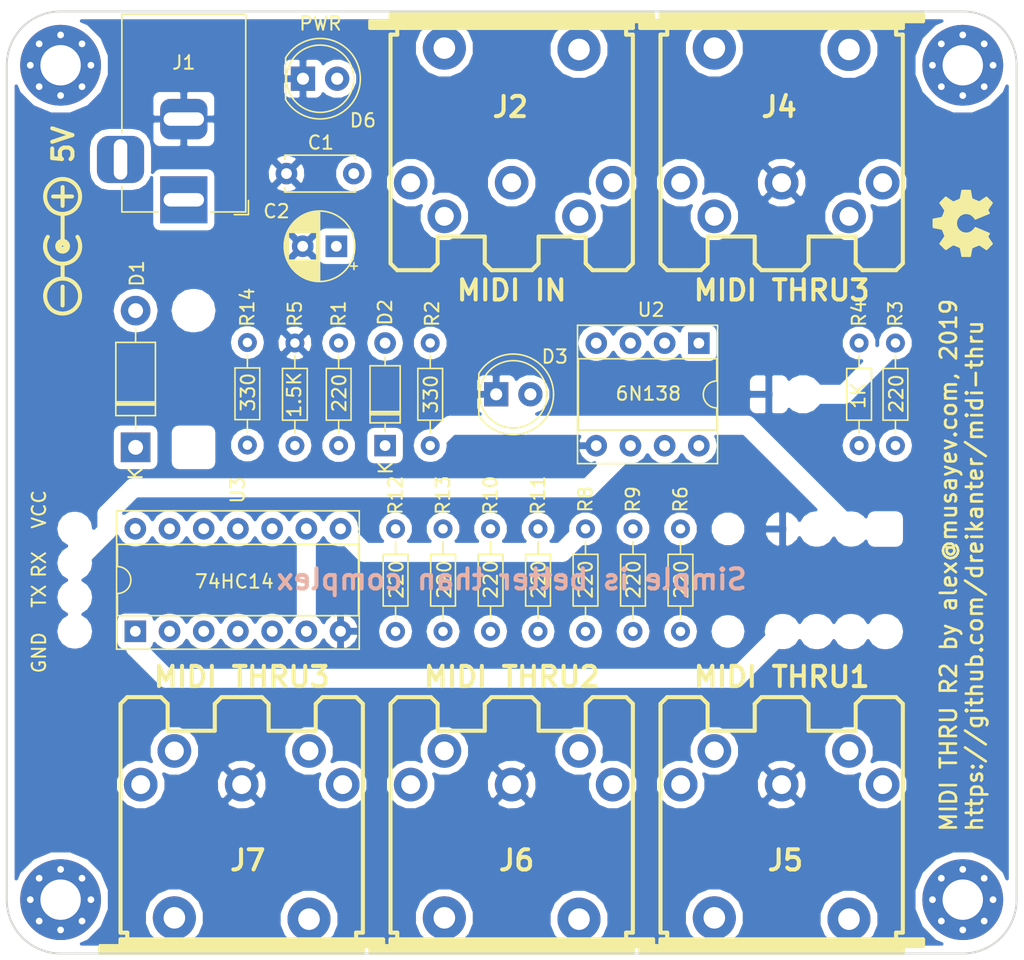
<source format=kicad_pcb>
(kicad_pcb (version 20171130) (host pcbnew "(5.0.1-3-g963ef8bb5)")

  (general
    (thickness 1.6)
    (drawings 15)
    (tracks 0)
    (zones 0)
    (modules 33)
    (nets 42)
  )

  (page A4)
  (layers
    (0 F.Cu signal)
    (31 B.Cu signal)
    (32 B.Adhes user)
    (33 F.Adhes user)
    (34 B.Paste user)
    (35 F.Paste user)
    (36 B.SilkS user)
    (37 F.SilkS user)
    (38 B.Mask user)
    (39 F.Mask user)
    (40 Dwgs.User user)
    (41 Cmts.User user)
    (42 Eco1.User user)
    (43 Eco2.User user)
    (44 Edge.Cuts user)
    (45 Margin user)
    (46 B.CrtYd user)
    (47 F.CrtYd user)
    (48 B.Fab user)
    (49 F.Fab user)
  )

  (setup
    (last_trace_width 0.25)
    (user_trace_width 0.3)
    (user_trace_width 0.4)
    (user_trace_width 0.5)
    (user_trace_width 1)
    (trace_clearance 0.3)
    (zone_clearance 0.508)
    (zone_45_only no)
    (trace_min 0.2)
    (segment_width 0.2)
    (edge_width 0.15)
    (via_size 0.8)
    (via_drill 0.4)
    (via_min_size 0.4)
    (via_min_drill 0.3)
    (uvia_size 0.3)
    (uvia_drill 0.1)
    (uvias_allowed no)
    (uvia_min_size 0.2)
    (uvia_min_drill 0.1)
    (pcb_text_width 0.3)
    (pcb_text_size 1.5 1.5)
    (mod_edge_width 0.15)
    (mod_text_size 1 1)
    (mod_text_width 0.15)
    (pad_size 1.524 1.524)
    (pad_drill 0.762)
    (pad_to_mask_clearance 0.051)
    (solder_mask_min_width 0.25)
    (aux_axis_origin 0 0)
    (visible_elements FFFFFF7F)
    (pcbplotparams
      (layerselection 0x010fc_ffffffff)
      (usegerberextensions false)
      (usegerberattributes false)
      (usegerberadvancedattributes false)
      (creategerberjobfile false)
      (excludeedgelayer true)
      (linewidth 0.100000)
      (plotframeref false)
      (viasonmask false)
      (mode 1)
      (useauxorigin false)
      (hpglpennumber 1)
      (hpglpenspeed 20)
      (hpglpendiameter 15.000000)
      (psnegative false)
      (psa4output false)
      (plotreference true)
      (plotvalue true)
      (plotinvisibletext false)
      (padsonsilk false)
      (subtractmaskfromsilk false)
      (outputformat 1)
      (mirror false)
      (drillshape 1)
      (scaleselection 1)
      (outputdirectory ""))
  )

  (net 0 "")
  (net 1 "Net-(J2-Pad3)")
  (net 2 "Net-(J2-Pad4)")
  (net 3 "Net-(J2-Pad2)")
  (net 4 "Net-(J2-Pad1)")
  (net 5 "Net-(D2-Pad2)")
  (net 6 RX)
  (net 7 "Net-(J4-Pad3)")
  (net 8 "Net-(J4-Pad4)")
  (net 9 GND)
  (net 10 "Net-(J4-Pad1)")
  (net 11 "Net-(J4-Pad5)")
  (net 12 "Net-(J5-Pad5)")
  (net 13 "Net-(J5-Pad1)")
  (net 14 "Net-(J5-Pad4)")
  (net 15 "Net-(J5-Pad3)")
  (net 16 "Net-(J6-Pad3)")
  (net 17 "Net-(J6-Pad4)")
  (net 18 "Net-(J6-Pad1)")
  (net 19 "Net-(J6-Pad5)")
  (net 20 "Net-(J7-Pad5)")
  (net 21 "Net-(J7-Pad1)")
  (net 22 "Net-(J7-Pad4)")
  (net 23 "Net-(J7-Pad3)")
  (net 24 "Net-(D2-Pad1)")
  (net 25 "Net-(R2-Pad2)")
  (net 26 VCC)
  (net 27 "Net-(R5-Pad2)")
  (net 28 "Net-(R8-Pad1)")
  (net 29 "Net-(R10-Pad1)")
  (net 30 "Net-(R12-Pad1)")
  (net 31 "Net-(U2-Pad4)")
  (net 32 "Net-(U2-Pad1)")
  (net 33 "Net-(U3-Pad11)")
  (net 34 "Net-(D1-Pad2)")
  (net 35 "Net-(D6-Pad2)")
  (net 36 "Net-(H4-Pad1)")
  (net 37 "Net-(H3-Pad1)")
  (net 38 "Net-(H2-Pad1)")
  (net 39 "Net-(H1-Pad1)")
  (net 40 "Net-(D3-Pad1)")
  (net 41 "Net-(R3-Pad1)")

  (net_class Default "This is the default net class."
    (clearance 0.3)
    (trace_width 0.25)
    (via_dia 0.8)
    (via_drill 0.4)
    (uvia_dia 0.3)
    (uvia_drill 0.1)
    (add_net GND)
    (add_net "Net-(D1-Pad2)")
    (add_net "Net-(D2-Pad1)")
    (add_net "Net-(D2-Pad2)")
    (add_net "Net-(D3-Pad1)")
    (add_net "Net-(D6-Pad2)")
    (add_net "Net-(H1-Pad1)")
    (add_net "Net-(H2-Pad1)")
    (add_net "Net-(H3-Pad1)")
    (add_net "Net-(H4-Pad1)")
    (add_net "Net-(J2-Pad1)")
    (add_net "Net-(J2-Pad2)")
    (add_net "Net-(J2-Pad3)")
    (add_net "Net-(J2-Pad4)")
    (add_net "Net-(J4-Pad1)")
    (add_net "Net-(J4-Pad3)")
    (add_net "Net-(J4-Pad4)")
    (add_net "Net-(J4-Pad5)")
    (add_net "Net-(J5-Pad1)")
    (add_net "Net-(J5-Pad3)")
    (add_net "Net-(J5-Pad4)")
    (add_net "Net-(J5-Pad5)")
    (add_net "Net-(J6-Pad1)")
    (add_net "Net-(J6-Pad3)")
    (add_net "Net-(J6-Pad4)")
    (add_net "Net-(J6-Pad5)")
    (add_net "Net-(J7-Pad1)")
    (add_net "Net-(J7-Pad3)")
    (add_net "Net-(J7-Pad4)")
    (add_net "Net-(J7-Pad5)")
    (add_net "Net-(R10-Pad1)")
    (add_net "Net-(R12-Pad1)")
    (add_net "Net-(R2-Pad2)")
    (add_net "Net-(R3-Pad1)")
    (add_net "Net-(R5-Pad2)")
    (add_net "Net-(R8-Pad1)")
    (add_net "Net-(U2-Pad1)")
    (add_net "Net-(U2-Pad4)")
    (add_net "Net-(U3-Pad11)")
    (add_net RX)
    (add_net VCC)
  )

  (module Resistor_THT:R_Axial_DIN0204_L3.6mm_D1.6mm_P7.62mm_Horizontal (layer F.Cu) (tedit 5CBCB49A) (tstamp 5CE98D66)
    (at 81.45 74.64 270)
    (descr "Resistor, Axial_DIN0204 series, Axial, Horizontal, pin pitch=7.62mm, 0.167W, length*diameter=3.6*1.6mm^2, http://cdn-reichelt.de/documents/datenblatt/B400/1_4W%23YAG.pdf")
    (tags "Resistor Axial_DIN0204 series Axial Horizontal pin pitch 7.62mm 0.167W length 3.6mm diameter 1.6mm")
    (path /5CBC641E)
    (fp_text reference R2 (at -2.18 -0.14338 270) (layer F.SilkS)
      (effects (font (size 1 1) (thickness 0.15)))
    )
    (fp_text value 330 (at 3.8 -0.05 270) (layer F.SilkS)
      (effects (font (size 1 1) (thickness 0.15)))
    )
    (fp_text user %R (at 3.81 0 270) (layer F.Fab) hide
      (effects (font (size 0.72 0.72) (thickness 0.108)))
    )
    (fp_line (start 8.57 -1.05) (end -0.95 -1.05) (layer F.CrtYd) (width 0.05))
    (fp_line (start 8.57 1.05) (end 8.57 -1.05) (layer F.CrtYd) (width 0.05))
    (fp_line (start -0.95 1.05) (end 8.57 1.05) (layer F.CrtYd) (width 0.05))
    (fp_line (start -0.95 -1.05) (end -0.95 1.05) (layer F.CrtYd) (width 0.05))
    (fp_line (start 6.68 0) (end 5.73 0) (layer F.SilkS) (width 0.12))
    (fp_line (start 0.94 0) (end 1.89 0) (layer F.SilkS) (width 0.12))
    (fp_line (start 5.73 -0.92) (end 1.89 -0.92) (layer F.SilkS) (width 0.12))
    (fp_line (start 5.73 0.92) (end 5.73 -0.92) (layer F.SilkS) (width 0.12))
    (fp_line (start 1.89 0.92) (end 5.73 0.92) (layer F.SilkS) (width 0.12))
    (fp_line (start 1.89 -0.92) (end 1.89 0.92) (layer F.SilkS) (width 0.12))
    (fp_line (start 7.62 0) (end 5.61 0) (layer F.Fab) (width 0.1))
    (fp_line (start 0 0) (end 2.01 0) (layer F.Fab) (width 0.1))
    (fp_line (start 5.61 -0.8) (end 2.01 -0.8) (layer F.Fab) (width 0.1))
    (fp_line (start 5.61 0.8) (end 5.61 -0.8) (layer F.Fab) (width 0.1))
    (fp_line (start 2.01 0.8) (end 5.61 0.8) (layer F.Fab) (width 0.1))
    (fp_line (start 2.01 -0.8) (end 2.01 0.8) (layer F.Fab) (width 0.1))
    (pad 2 thru_hole oval (at 7.62 0 270) (size 1.4 1.4) (drill 0.7) (layers *.Cu *.Mask)
      (net 25 "Net-(R2-Pad2)"))
    (pad 1 thru_hole circle (at 0 0 270) (size 1.4 1.4) (drill 0.7) (layers *.Cu *.Mask)
      (net 40 "Net-(D3-Pad1)"))
    (model ${KISYS3DMOD}/Resistor_THT.3dshapes/R_Axial_DIN0204_L3.6mm_D1.6mm_P7.62mm_Horizontal.wrl
      (at (xyz 0 0 0))
      (scale (xyz 1 1 1))
      (rotate (xyz 0 0 0))
    )
  )

  (module LED_THT:LED_D5.0mm (layer F.Cu) (tedit 5CBC9D2C) (tstamp 5D01F75C)
    (at 72 55)
    (descr "LED, diameter 5.0mm, 2 pins, http://cdn-reichelt.de/documents/datenblatt/A500/LL-504BC2E-009.pdf")
    (tags "LED diameter 5.0mm 2 pins")
    (path /5CBEEE7E)
    (fp_text reference D6 (at 4.45 3.1) (layer F.SilkS)
      (effects (font (size 1 1) (thickness 0.15)))
    )
    (fp_text value PWR (at 1.3 -4.1) (layer F.SilkS)
      (effects (font (size 1 1) (thickness 0.15)))
    )
    (fp_arc (start 1.27 0) (end -1.23 -1.469694) (angle 299.1) (layer F.Fab) (width 0.1))
    (fp_arc (start 1.27 0) (end -1.29 -1.54483) (angle 148.9) (layer F.SilkS) (width 0.12))
    (fp_arc (start 1.27 0) (end -1.29 1.54483) (angle -148.9) (layer F.SilkS) (width 0.12))
    (fp_circle (center 1.27 0) (end 3.77 0) (layer F.Fab) (width 0.1))
    (fp_circle (center 1.27 0) (end 3.77 0) (layer F.SilkS) (width 0.12))
    (fp_line (start -1.23 -1.469694) (end -1.23 1.469694) (layer F.Fab) (width 0.1))
    (fp_line (start -1.29 -1.545) (end -1.29 1.545) (layer F.SilkS) (width 0.12))
    (fp_line (start -1.95 -3.25) (end -1.95 3.25) (layer F.CrtYd) (width 0.05))
    (fp_line (start -1.95 3.25) (end 4.5 3.25) (layer F.CrtYd) (width 0.05))
    (fp_line (start 4.5 3.25) (end 4.5 -3.25) (layer F.CrtYd) (width 0.05))
    (fp_line (start 4.5 -3.25) (end -1.95 -3.25) (layer F.CrtYd) (width 0.05))
    (fp_text user %R (at 1.25 0) (layer F.Fab)
      (effects (font (size 0.8 0.8) (thickness 0.2)))
    )
    (pad 1 thru_hole rect (at 0 0) (size 1.8 1.8) (drill 0.9) (layers *.Cu *.Mask)
      (net 9 GND))
    (pad 2 thru_hole circle (at 2.54 0) (size 1.8 1.8) (drill 0.9) (layers *.Cu *.Mask)
      (net 35 "Net-(D6-Pad2)"))
    (model ${KISYS3DMOD}/LED_THT.3dshapes/LED_D5.0mm.wrl
      (at (xyz 0 0 0))
      (scale (xyz 1 1 1))
      (rotate (xyz 0 0 0))
    )
  )

  (module MountingHole:MountingHole_3mm_Pad_Via (layer F.Cu) (tedit 5CBCA33A) (tstamp 5D0EE089)
    (at 54 54)
    (descr "Mounting Hole 3mm")
    (tags "mounting hole 3mm")
    (path /5CC2CAA4)
    (attr virtual)
    (fp_text reference H1 (at 0 -4) (layer F.Fab)
      (effects (font (size 1 1) (thickness 0.15)))
    )
    (fp_text value MountingHole_Pad (at 0 4) (layer F.Fab) hide
      (effects (font (size 1 1) (thickness 0.15)))
    )
    (fp_circle (center 0 0) (end 3.25 0) (layer F.CrtYd) (width 0.05))
    (fp_circle (center 0 0) (end 3 0) (layer Cmts.User) (width 0.15))
    (fp_text user %R (at 0.3 0) (layer F.Fab)
      (effects (font (size 1 1) (thickness 0.15)))
    )
    (pad 1 thru_hole circle (at 1.59099 -1.59099) (size 0.8 0.8) (drill 0.5) (layers *.Cu *.Mask)
      (net 39 "Net-(H1-Pad1)"))
    (pad 1 thru_hole circle (at 0 -2.25) (size 0.8 0.8) (drill 0.5) (layers *.Cu *.Mask)
      (net 39 "Net-(H1-Pad1)"))
    (pad 1 thru_hole circle (at -1.59099 -1.59099) (size 0.8 0.8) (drill 0.5) (layers *.Cu *.Mask)
      (net 39 "Net-(H1-Pad1)"))
    (pad 1 thru_hole circle (at -2.25 0) (size 0.8 0.8) (drill 0.5) (layers *.Cu *.Mask)
      (net 39 "Net-(H1-Pad1)"))
    (pad 1 thru_hole circle (at -1.59099 1.59099) (size 0.8 0.8) (drill 0.5) (layers *.Cu *.Mask)
      (net 39 "Net-(H1-Pad1)"))
    (pad 1 thru_hole circle (at 0 2.25) (size 0.8 0.8) (drill 0.5) (layers *.Cu *.Mask)
      (net 39 "Net-(H1-Pad1)"))
    (pad 1 thru_hole circle (at 1.59099 1.59099) (size 0.8 0.8) (drill 0.5) (layers *.Cu *.Mask)
      (net 39 "Net-(H1-Pad1)"))
    (pad 1 thru_hole circle (at 2.25 0) (size 0.8 0.8) (drill 0.5) (layers *.Cu *.Mask)
      (net 39 "Net-(H1-Pad1)"))
    (pad 1 thru_hole circle (at 0 0) (size 6 6) (drill 3) (layers *.Cu *.Mask)
      (net 39 "Net-(H1-Pad1)"))
  )

  (module Resistor_THT:R_Axial_DIN0204_L3.6mm_D1.6mm_P7.62mm_Horizontal (layer F.Cu) (tedit 5CBCB63C) (tstamp 5D0F35D5)
    (at 67.871812 82.221821 90)
    (descr "Resistor, Axial_DIN0204 series, Axial, Horizontal, pin pitch=7.62mm, 0.167W, length*diameter=3.6*1.6mm^2, http://cdn-reichelt.de/documents/datenblatt/B400/1_4W%23YAG.pdf")
    (tags "Resistor Axial_DIN0204 series Axial Horizontal pin pitch 7.62mm 0.167W length 3.6mm diameter 1.6mm")
    (path /5CBEEE77)
    (fp_text reference R14 (at 10.238012 0 90) (layer F.SilkS)
      (effects (font (size 1 1) (thickness 0.15)))
    )
    (fp_text value 330 (at 3.93 0.05 90) (layer F.SilkS)
      (effects (font (size 1 1) (thickness 0.15)))
    )
    (fp_line (start 2.01 -0.8) (end 2.01 0.8) (layer F.Fab) (width 0.1))
    (fp_line (start 2.01 0.8) (end 5.61 0.8) (layer F.Fab) (width 0.1))
    (fp_line (start 5.61 0.8) (end 5.61 -0.8) (layer F.Fab) (width 0.1))
    (fp_line (start 5.61 -0.8) (end 2.01 -0.8) (layer F.Fab) (width 0.1))
    (fp_line (start 0 0) (end 2.01 0) (layer F.Fab) (width 0.1))
    (fp_line (start 7.62 0) (end 5.61 0) (layer F.Fab) (width 0.1))
    (fp_line (start 1.89 -0.92) (end 1.89 0.92) (layer F.SilkS) (width 0.12))
    (fp_line (start 1.89 0.92) (end 5.73 0.92) (layer F.SilkS) (width 0.12))
    (fp_line (start 5.73 0.92) (end 5.73 -0.92) (layer F.SilkS) (width 0.12))
    (fp_line (start 5.73 -0.92) (end 1.89 -0.92) (layer F.SilkS) (width 0.12))
    (fp_line (start 0.94 0) (end 1.89 0) (layer F.SilkS) (width 0.12))
    (fp_line (start 6.68 0) (end 5.73 0) (layer F.SilkS) (width 0.12))
    (fp_line (start -0.95 -1.05) (end -0.95 1.05) (layer F.CrtYd) (width 0.05))
    (fp_line (start -0.95 1.05) (end 8.57 1.05) (layer F.CrtYd) (width 0.05))
    (fp_line (start 8.57 1.05) (end 8.57 -1.05) (layer F.CrtYd) (width 0.05))
    (fp_line (start 8.57 -1.05) (end -0.95 -1.05) (layer F.CrtYd) (width 0.05))
    (fp_text user %R (at 3.81 0 90) (layer F.Fab) hide
      (effects (font (size 0.72 0.72) (thickness 0.108)))
    )
    (pad 1 thru_hole circle (at 0 0 90) (size 1.4 1.4) (drill 0.7) (layers *.Cu *.Mask)
      (net 26 VCC))
    (pad 2 thru_hole oval (at 7.62 0 90) (size 1.4 1.4) (drill 0.7) (layers *.Cu *.Mask)
      (net 35 "Net-(D6-Pad2)"))
    (model ${KISYS3DMOD}/Resistor_THT.3dshapes/R_Axial_DIN0204_L3.6mm_D1.6mm_P7.62mm_Horizontal.wrl
      (at (xyz 0 0 0))
      (scale (xyz 1 1 1))
      (rotate (xyz 0 0 0))
    )
  )

  (module Diode_THT:D_DO-41_SOD81_P10.16mm_Horizontal (layer F.Cu) (tedit 5CBCC538) (tstamp 5CE98F18)
    (at 59.571812 82.391821 90)
    (descr "Diode, DO-41_SOD81 series, Axial, Horizontal, pin pitch=10.16mm, , length*diameter=5.2*2.7mm^2, , http://www.diodes.com/_files/packages/DO-41%20(Plastic).pdf")
    (tags "Diode DO-41_SOD81 series Axial Horizontal pin pitch 10.16mm  length 5.2mm diameter 2.7mm")
    (path /5CC9CA05)
    (fp_text reference D1 (at 12.92 0.1 90) (layer F.SilkS)
      (effects (font (size 1 1) (thickness 0.15)))
    )
    (fp_text value UF4007 (at 5.08 2.47 90) (layer F.SilkS) hide
      (effects (font (size 1 1) (thickness 0.15)))
    )
    (fp_line (start 2.48 -1.35) (end 2.48 1.35) (layer F.Fab) (width 0.1))
    (fp_line (start 2.48 1.35) (end 7.68 1.35) (layer F.Fab) (width 0.1))
    (fp_line (start 7.68 1.35) (end 7.68 -1.35) (layer F.Fab) (width 0.1))
    (fp_line (start 7.68 -1.35) (end 2.48 -1.35) (layer F.Fab) (width 0.1))
    (fp_line (start 0 0) (end 2.48 0) (layer F.Fab) (width 0.1))
    (fp_line (start 10.16 0) (end 7.68 0) (layer F.Fab) (width 0.1))
    (fp_line (start 3.26 -1.35) (end 3.26 1.35) (layer F.Fab) (width 0.1))
    (fp_line (start 3.36 -1.35) (end 3.36 1.35) (layer F.Fab) (width 0.1))
    (fp_line (start 3.16 -1.35) (end 3.16 1.35) (layer F.Fab) (width 0.1))
    (fp_line (start 2.36 -1.47) (end 2.36 1.47) (layer F.SilkS) (width 0.12))
    (fp_line (start 2.36 1.47) (end 7.8 1.47) (layer F.SilkS) (width 0.12))
    (fp_line (start 7.8 1.47) (end 7.8 -1.47) (layer F.SilkS) (width 0.12))
    (fp_line (start 7.8 -1.47) (end 2.36 -1.47) (layer F.SilkS) (width 0.12))
    (fp_line (start 1.34 0) (end 2.36 0) (layer F.SilkS) (width 0.12))
    (fp_line (start 8.82 0) (end 7.8 0) (layer F.SilkS) (width 0.12))
    (fp_line (start 3.26 -1.47) (end 3.26 1.47) (layer F.SilkS) (width 0.12))
    (fp_line (start 3.38 -1.47) (end 3.38 1.47) (layer F.SilkS) (width 0.12))
    (fp_line (start 3.14 -1.47) (end 3.14 1.47) (layer F.SilkS) (width 0.12))
    (fp_line (start -1.35 -1.6) (end -1.35 1.6) (layer F.CrtYd) (width 0.05))
    (fp_line (start -1.35 1.6) (end 11.51 1.6) (layer F.CrtYd) (width 0.05))
    (fp_line (start 11.51 1.6) (end 11.51 -1.6) (layer F.CrtYd) (width 0.05))
    (fp_line (start 11.51 -1.6) (end -1.35 -1.6) (layer F.CrtYd) (width 0.05))
    (fp_text user %R (at 5.47 0 90) (layer F.Fab) hide
      (effects (font (size 1 1) (thickness 0.15)))
    )
    (fp_text user K (at -1.9 0.05 90) (layer F.Fab) hide
      (effects (font (size 1 1) (thickness 0.15)))
    )
    (fp_text user K (at -1.95 0 90) (layer F.SilkS)
      (effects (font (size 1 1) (thickness 0.15)))
    )
    (pad 1 thru_hole rect (at 0 0 90) (size 2.2 2.2) (drill 1.1) (layers *.Cu *.Mask)
      (net 26 VCC))
    (pad 2 thru_hole oval (at 10.16 0 90) (size 2.2 2.2) (drill 1.1) (layers *.Cu *.Mask)
      (net 34 "Net-(D1-Pad2)"))
    (model ${KISYS3DMOD}/Diode_THT.3dshapes/D_DO-41_SOD81_P10.16mm_Horizontal.wrl
      (at (xyz 0 0 0))
      (scale (xyz 1 1 1))
      (rotate (xyz 0 0 0))
    )
  )

  (module Capacitor_THT:C_Disc_D5.0mm_W2.5mm_P5.00mm (layer F.Cu) (tedit 5CBCCA36) (tstamp 5D0ED6E6)
    (at 75.775 62.05 180)
    (descr "C, Disc series, Radial, pin pitch=5.00mm, , diameter*width=5*2.5mm^2, Capacitor, http://cdn-reichelt.de/documents/datenblatt/B300/DS_KERKO_TC.pdf")
    (tags "C Disc series Radial pin pitch 5.00mm  diameter 5mm width 2.5mm Capacitor")
    (path /5CBC767C)
    (fp_text reference C1 (at 2.45 2.3 180) (layer F.SilkS)
      (effects (font (size 1 1) (thickness 0.15)))
    )
    (fp_text value "100 nF" (at 2.5 2.5 180) (layer F.SilkS) hide
      (effects (font (size 1 1) (thickness 0.15)))
    )
    (fp_line (start 0 -1.25) (end 0 1.25) (layer F.Fab) (width 0.1))
    (fp_line (start 0 1.25) (end 5 1.25) (layer F.Fab) (width 0.1))
    (fp_line (start 5 1.25) (end 5 -1.25) (layer F.Fab) (width 0.1))
    (fp_line (start 5 -1.25) (end 0 -1.25) (layer F.Fab) (width 0.1))
    (fp_line (start -0.12 -1.37) (end 5.12 -1.37) (layer F.SilkS) (width 0.12))
    (fp_line (start -0.12 1.37) (end 5.12 1.37) (layer F.SilkS) (width 0.12))
    (fp_line (start -0.12 -1.37) (end -0.12 -1.055) (layer F.SilkS) (width 0.12))
    (fp_line (start -0.12 1.055) (end -0.12 1.37) (layer F.SilkS) (width 0.12))
    (fp_line (start 5.12 -1.37) (end 5.12 -1.055) (layer F.SilkS) (width 0.12))
    (fp_line (start 5.12 1.055) (end 5.12 1.37) (layer F.SilkS) (width 0.12))
    (fp_line (start -1.05 -1.5) (end -1.05 1.5) (layer F.CrtYd) (width 0.05))
    (fp_line (start -1.05 1.5) (end 6.05 1.5) (layer F.CrtYd) (width 0.05))
    (fp_line (start 6.05 1.5) (end 6.05 -1.5) (layer F.CrtYd) (width 0.05))
    (fp_line (start 6.05 -1.5) (end -1.05 -1.5) (layer F.CrtYd) (width 0.05))
    (fp_text user %R (at 2.5 0 180) (layer F.Fab) hide
      (effects (font (size 1 1) (thickness 0.15)))
    )
    (pad 1 thru_hole circle (at 0 0 180) (size 1.6 1.6) (drill 0.8) (layers *.Cu *.Mask)
      (net 26 VCC))
    (pad 2 thru_hole circle (at 5 0 180) (size 1.6 1.6) (drill 0.8) (layers *.Cu *.Mask)
      (net 9 GND))
    (model ${KISYS3DMOD}/Capacitor_THT.3dshapes/C_Disc_D5.0mm_W2.5mm_P5.00mm.wrl
      (at (xyz 0 0 0))
      (scale (xyz 1 1 1))
      (rotate (xyz 0 0 0))
    )
  )

  (module Connector_BarrelJack:BarrelJack_Horizontal (layer F.Cu) (tedit 5CBD83E8) (tstamp 5CE98F79)
    (at 63.15 64 270)
    (descr "DC Barrel Jack")
    (tags "Power Jack")
    (path /5CC71F00)
    (fp_text reference J1 (at -10.2 0) (layer F.SilkS)
      (effects (font (size 1 1) (thickness 0.15)))
    )
    (fp_text value Barrel_Jack_Switch (at -6.2 -5.5 270) (layer F.Fab) hide
      (effects (font (size 1 1) (thickness 0.15)))
    )
    (fp_text user %R (at -3 -2.95 270) (layer F.Fab)
      (effects (font (size 1 1) (thickness 0.15)))
    )
    (fp_line (start -0.003213 -4.505425) (end 0.8 -3.75) (layer F.Fab) (width 0.1))
    (fp_line (start 1.1 -3.75) (end 1.1 -4.8) (layer F.SilkS) (width 0.12))
    (fp_line (start 0.05 -4.8) (end 1.1 -4.8) (layer F.SilkS) (width 0.12))
    (fp_line (start 1 -4.5) (end 1 -4.75) (layer F.CrtYd) (width 0.05))
    (fp_line (start 1 -4.75) (end -14 -4.75) (layer F.CrtYd) (width 0.05))
    (fp_line (start 1 -4.5) (end 1 -2) (layer F.CrtYd) (width 0.05))
    (fp_line (start 1 -2) (end 2 -2) (layer F.CrtYd) (width 0.05))
    (fp_line (start 2 -2) (end 2 2) (layer F.CrtYd) (width 0.05))
    (fp_line (start 2 2) (end 1 2) (layer F.CrtYd) (width 0.05))
    (fp_line (start 1 2) (end 1 4.75) (layer F.CrtYd) (width 0.05))
    (fp_line (start 1 4.75) (end -1 4.75) (layer F.CrtYd) (width 0.05))
    (fp_line (start -1 4.75) (end -1 6.75) (layer F.CrtYd) (width 0.05))
    (fp_line (start -1 6.75) (end -5 6.75) (layer F.CrtYd) (width 0.05))
    (fp_line (start -5 6.75) (end -5 4.75) (layer F.CrtYd) (width 0.05))
    (fp_line (start -5 4.75) (end -14 4.75) (layer F.CrtYd) (width 0.05))
    (fp_line (start -14 4.75) (end -14 -4.75) (layer F.CrtYd) (width 0.05))
    (fp_line (start -5 4.6) (end -13.8 4.6) (layer F.SilkS) (width 0.12))
    (fp_line (start -13.8 4.6) (end -13.8 -4.6) (layer F.SilkS) (width 0.12))
    (fp_line (start 0.9 1.9) (end 0.9 4.6) (layer F.SilkS) (width 0.12))
    (fp_line (start 0.9 4.6) (end -1 4.6) (layer F.SilkS) (width 0.12))
    (fp_line (start -13.8 -4.6) (end 0.9 -4.6) (layer F.SilkS) (width 0.12))
    (fp_line (start 0.9 -4.6) (end 0.9 -2) (layer F.SilkS) (width 0.12))
    (fp_line (start -10.2 -4.5) (end -10.2 4.5) (layer F.Fab) (width 0.1))
    (fp_line (start -13.7 -4.5) (end -13.7 4.5) (layer F.Fab) (width 0.1))
    (fp_line (start -13.7 4.5) (end 0.8 4.5) (layer F.Fab) (width 0.1))
    (fp_line (start 0.8 4.5) (end 0.8 -3.75) (layer F.Fab) (width 0.1))
    (fp_line (start 0 -4.5) (end -13.7 -4.5) (layer F.Fab) (width 0.1))
    (pad 1 thru_hole rect (at 0 0 270) (size 3.5 3.5) (drill oval 1 3) (layers *.Cu *.Mask)
      (net 34 "Net-(D1-Pad2)"))
    (pad 2 thru_hole roundrect (at -6 0 270) (size 3 3.5) (drill oval 1 3) (layers *.Cu *.Mask) (roundrect_rratio 0.25)
      (net 9 GND))
    (pad 3 thru_hole roundrect (at -3 4.7 270) (size 3.5 3.5) (drill oval 3 1) (layers *.Cu *.Mask) (roundrect_rratio 0.25)
      (net 9 GND))
    (model ${KISYS3DMOD}/Connector_BarrelJack.3dshapes/BarrelJack_Horizontal.wrl
      (at (xyz 0 0 0))
      (scale (xyz 1 1 1))
      (rotate (xyz 0 0 0))
    )
  )

  (module Capacitor_THT:CP_Radial_D5.0mm_P2.50mm (layer F.Cu) (tedit 5CBCCA3A) (tstamp 5D0EDF55)
    (at 74.480113 67.45 180)
    (descr "CP, Radial series, Radial, pin pitch=2.50mm, , diameter=5mm, Electrolytic Capacitor")
    (tags "CP Radial series Radial pin pitch 2.50mm  diameter 5mm Electrolytic Capacitor")
    (path /5CBC7D19)
    (fp_text reference C2 (at 4.45 2.6 180) (layer F.SilkS)
      (effects (font (size 1 1) (thickness 0.15)))
    )
    (fp_text value "10 uF" (at 1.25 3.75 180) (layer F.SilkS) hide
      (effects (font (size 1 1) (thickness 0.15)))
    )
    (fp_circle (center 1.25 0) (end 3.75 0) (layer F.Fab) (width 0.1))
    (fp_circle (center 1.25 0) (end 3.87 0) (layer F.SilkS) (width 0.12))
    (fp_circle (center 1.25 0) (end 4 0) (layer F.CrtYd) (width 0.05))
    (fp_line (start -0.883605 -1.0875) (end -0.383605 -1.0875) (layer F.Fab) (width 0.1))
    (fp_line (start -0.633605 -1.3375) (end -0.633605 -0.8375) (layer F.Fab) (width 0.1))
    (fp_line (start 1.25 -2.58) (end 1.25 2.58) (layer F.SilkS) (width 0.12))
    (fp_line (start 1.29 -2.58) (end 1.29 2.58) (layer F.SilkS) (width 0.12))
    (fp_line (start 1.33 -2.579) (end 1.33 2.579) (layer F.SilkS) (width 0.12))
    (fp_line (start 1.37 -2.578) (end 1.37 2.578) (layer F.SilkS) (width 0.12))
    (fp_line (start 1.41 -2.576) (end 1.41 2.576) (layer F.SilkS) (width 0.12))
    (fp_line (start 1.45 -2.573) (end 1.45 2.573) (layer F.SilkS) (width 0.12))
    (fp_line (start 1.49 -2.569) (end 1.49 -1.04) (layer F.SilkS) (width 0.12))
    (fp_line (start 1.49 1.04) (end 1.49 2.569) (layer F.SilkS) (width 0.12))
    (fp_line (start 1.53 -2.565) (end 1.53 -1.04) (layer F.SilkS) (width 0.12))
    (fp_line (start 1.53 1.04) (end 1.53 2.565) (layer F.SilkS) (width 0.12))
    (fp_line (start 1.57 -2.561) (end 1.57 -1.04) (layer F.SilkS) (width 0.12))
    (fp_line (start 1.57 1.04) (end 1.57 2.561) (layer F.SilkS) (width 0.12))
    (fp_line (start 1.61 -2.556) (end 1.61 -1.04) (layer F.SilkS) (width 0.12))
    (fp_line (start 1.61 1.04) (end 1.61 2.556) (layer F.SilkS) (width 0.12))
    (fp_line (start 1.65 -2.55) (end 1.65 -1.04) (layer F.SilkS) (width 0.12))
    (fp_line (start 1.65 1.04) (end 1.65 2.55) (layer F.SilkS) (width 0.12))
    (fp_line (start 1.69 -2.543) (end 1.69 -1.04) (layer F.SilkS) (width 0.12))
    (fp_line (start 1.69 1.04) (end 1.69 2.543) (layer F.SilkS) (width 0.12))
    (fp_line (start 1.73 -2.536) (end 1.73 -1.04) (layer F.SilkS) (width 0.12))
    (fp_line (start 1.73 1.04) (end 1.73 2.536) (layer F.SilkS) (width 0.12))
    (fp_line (start 1.77 -2.528) (end 1.77 -1.04) (layer F.SilkS) (width 0.12))
    (fp_line (start 1.77 1.04) (end 1.77 2.528) (layer F.SilkS) (width 0.12))
    (fp_line (start 1.81 -2.52) (end 1.81 -1.04) (layer F.SilkS) (width 0.12))
    (fp_line (start 1.81 1.04) (end 1.81 2.52) (layer F.SilkS) (width 0.12))
    (fp_line (start 1.85 -2.511) (end 1.85 -1.04) (layer F.SilkS) (width 0.12))
    (fp_line (start 1.85 1.04) (end 1.85 2.511) (layer F.SilkS) (width 0.12))
    (fp_line (start 1.89 -2.501) (end 1.89 -1.04) (layer F.SilkS) (width 0.12))
    (fp_line (start 1.89 1.04) (end 1.89 2.501) (layer F.SilkS) (width 0.12))
    (fp_line (start 1.93 -2.491) (end 1.93 -1.04) (layer F.SilkS) (width 0.12))
    (fp_line (start 1.93 1.04) (end 1.93 2.491) (layer F.SilkS) (width 0.12))
    (fp_line (start 1.971 -2.48) (end 1.971 -1.04) (layer F.SilkS) (width 0.12))
    (fp_line (start 1.971 1.04) (end 1.971 2.48) (layer F.SilkS) (width 0.12))
    (fp_line (start 2.011 -2.468) (end 2.011 -1.04) (layer F.SilkS) (width 0.12))
    (fp_line (start 2.011 1.04) (end 2.011 2.468) (layer F.SilkS) (width 0.12))
    (fp_line (start 2.051 -2.455) (end 2.051 -1.04) (layer F.SilkS) (width 0.12))
    (fp_line (start 2.051 1.04) (end 2.051 2.455) (layer F.SilkS) (width 0.12))
    (fp_line (start 2.091 -2.442) (end 2.091 -1.04) (layer F.SilkS) (width 0.12))
    (fp_line (start 2.091 1.04) (end 2.091 2.442) (layer F.SilkS) (width 0.12))
    (fp_line (start 2.131 -2.428) (end 2.131 -1.04) (layer F.SilkS) (width 0.12))
    (fp_line (start 2.131 1.04) (end 2.131 2.428) (layer F.SilkS) (width 0.12))
    (fp_line (start 2.171 -2.414) (end 2.171 -1.04) (layer F.SilkS) (width 0.12))
    (fp_line (start 2.171 1.04) (end 2.171 2.414) (layer F.SilkS) (width 0.12))
    (fp_line (start 2.211 -2.398) (end 2.211 -1.04) (layer F.SilkS) (width 0.12))
    (fp_line (start 2.211 1.04) (end 2.211 2.398) (layer F.SilkS) (width 0.12))
    (fp_line (start 2.251 -2.382) (end 2.251 -1.04) (layer F.SilkS) (width 0.12))
    (fp_line (start 2.251 1.04) (end 2.251 2.382) (layer F.SilkS) (width 0.12))
    (fp_line (start 2.291 -2.365) (end 2.291 -1.04) (layer F.SilkS) (width 0.12))
    (fp_line (start 2.291 1.04) (end 2.291 2.365) (layer F.SilkS) (width 0.12))
    (fp_line (start 2.331 -2.348) (end 2.331 -1.04) (layer F.SilkS) (width 0.12))
    (fp_line (start 2.331 1.04) (end 2.331 2.348) (layer F.SilkS) (width 0.12))
    (fp_line (start 2.371 -2.329) (end 2.371 -1.04) (layer F.SilkS) (width 0.12))
    (fp_line (start 2.371 1.04) (end 2.371 2.329) (layer F.SilkS) (width 0.12))
    (fp_line (start 2.411 -2.31) (end 2.411 -1.04) (layer F.SilkS) (width 0.12))
    (fp_line (start 2.411 1.04) (end 2.411 2.31) (layer F.SilkS) (width 0.12))
    (fp_line (start 2.451 -2.29) (end 2.451 -1.04) (layer F.SilkS) (width 0.12))
    (fp_line (start 2.451 1.04) (end 2.451 2.29) (layer F.SilkS) (width 0.12))
    (fp_line (start 2.491 -2.268) (end 2.491 -1.04) (layer F.SilkS) (width 0.12))
    (fp_line (start 2.491 1.04) (end 2.491 2.268) (layer F.SilkS) (width 0.12))
    (fp_line (start 2.531 -2.247) (end 2.531 -1.04) (layer F.SilkS) (width 0.12))
    (fp_line (start 2.531 1.04) (end 2.531 2.247) (layer F.SilkS) (width 0.12))
    (fp_line (start 2.571 -2.224) (end 2.571 -1.04) (layer F.SilkS) (width 0.12))
    (fp_line (start 2.571 1.04) (end 2.571 2.224) (layer F.SilkS) (width 0.12))
    (fp_line (start 2.611 -2.2) (end 2.611 -1.04) (layer F.SilkS) (width 0.12))
    (fp_line (start 2.611 1.04) (end 2.611 2.2) (layer F.SilkS) (width 0.12))
    (fp_line (start 2.651 -2.175) (end 2.651 -1.04) (layer F.SilkS) (width 0.12))
    (fp_line (start 2.651 1.04) (end 2.651 2.175) (layer F.SilkS) (width 0.12))
    (fp_line (start 2.691 -2.149) (end 2.691 -1.04) (layer F.SilkS) (width 0.12))
    (fp_line (start 2.691 1.04) (end 2.691 2.149) (layer F.SilkS) (width 0.12))
    (fp_line (start 2.731 -2.122) (end 2.731 -1.04) (layer F.SilkS) (width 0.12))
    (fp_line (start 2.731 1.04) (end 2.731 2.122) (layer F.SilkS) (width 0.12))
    (fp_line (start 2.771 -2.095) (end 2.771 -1.04) (layer F.SilkS) (width 0.12))
    (fp_line (start 2.771 1.04) (end 2.771 2.095) (layer F.SilkS) (width 0.12))
    (fp_line (start 2.811 -2.065) (end 2.811 -1.04) (layer F.SilkS) (width 0.12))
    (fp_line (start 2.811 1.04) (end 2.811 2.065) (layer F.SilkS) (width 0.12))
    (fp_line (start 2.851 -2.035) (end 2.851 -1.04) (layer F.SilkS) (width 0.12))
    (fp_line (start 2.851 1.04) (end 2.851 2.035) (layer F.SilkS) (width 0.12))
    (fp_line (start 2.891 -2.004) (end 2.891 -1.04) (layer F.SilkS) (width 0.12))
    (fp_line (start 2.891 1.04) (end 2.891 2.004) (layer F.SilkS) (width 0.12))
    (fp_line (start 2.931 -1.971) (end 2.931 -1.04) (layer F.SilkS) (width 0.12))
    (fp_line (start 2.931 1.04) (end 2.931 1.971) (layer F.SilkS) (width 0.12))
    (fp_line (start 2.971 -1.937) (end 2.971 -1.04) (layer F.SilkS) (width 0.12))
    (fp_line (start 2.971 1.04) (end 2.971 1.937) (layer F.SilkS) (width 0.12))
    (fp_line (start 3.011 -1.901) (end 3.011 -1.04) (layer F.SilkS) (width 0.12))
    (fp_line (start 3.011 1.04) (end 3.011 1.901) (layer F.SilkS) (width 0.12))
    (fp_line (start 3.051 -1.864) (end 3.051 -1.04) (layer F.SilkS) (width 0.12))
    (fp_line (start 3.051 1.04) (end 3.051 1.864) (layer F.SilkS) (width 0.12))
    (fp_line (start 3.091 -1.826) (end 3.091 -1.04) (layer F.SilkS) (width 0.12))
    (fp_line (start 3.091 1.04) (end 3.091 1.826) (layer F.SilkS) (width 0.12))
    (fp_line (start 3.131 -1.785) (end 3.131 -1.04) (layer F.SilkS) (width 0.12))
    (fp_line (start 3.131 1.04) (end 3.131 1.785) (layer F.SilkS) (width 0.12))
    (fp_line (start 3.171 -1.743) (end 3.171 -1.04) (layer F.SilkS) (width 0.12))
    (fp_line (start 3.171 1.04) (end 3.171 1.743) (layer F.SilkS) (width 0.12))
    (fp_line (start 3.211 -1.699) (end 3.211 -1.04) (layer F.SilkS) (width 0.12))
    (fp_line (start 3.211 1.04) (end 3.211 1.699) (layer F.SilkS) (width 0.12))
    (fp_line (start 3.251 -1.653) (end 3.251 -1.04) (layer F.SilkS) (width 0.12))
    (fp_line (start 3.251 1.04) (end 3.251 1.653) (layer F.SilkS) (width 0.12))
    (fp_line (start 3.291 -1.605) (end 3.291 -1.04) (layer F.SilkS) (width 0.12))
    (fp_line (start 3.291 1.04) (end 3.291 1.605) (layer F.SilkS) (width 0.12))
    (fp_line (start 3.331 -1.554) (end 3.331 -1.04) (layer F.SilkS) (width 0.12))
    (fp_line (start 3.331 1.04) (end 3.331 1.554) (layer F.SilkS) (width 0.12))
    (fp_line (start 3.371 -1.5) (end 3.371 -1.04) (layer F.SilkS) (width 0.12))
    (fp_line (start 3.371 1.04) (end 3.371 1.5) (layer F.SilkS) (width 0.12))
    (fp_line (start 3.411 -1.443) (end 3.411 -1.04) (layer F.SilkS) (width 0.12))
    (fp_line (start 3.411 1.04) (end 3.411 1.443) (layer F.SilkS) (width 0.12))
    (fp_line (start 3.451 -1.383) (end 3.451 -1.04) (layer F.SilkS) (width 0.12))
    (fp_line (start 3.451 1.04) (end 3.451 1.383) (layer F.SilkS) (width 0.12))
    (fp_line (start 3.491 -1.319) (end 3.491 -1.04) (layer F.SilkS) (width 0.12))
    (fp_line (start 3.491 1.04) (end 3.491 1.319) (layer F.SilkS) (width 0.12))
    (fp_line (start 3.531 -1.251) (end 3.531 -1.04) (layer F.SilkS) (width 0.12))
    (fp_line (start 3.531 1.04) (end 3.531 1.251) (layer F.SilkS) (width 0.12))
    (fp_line (start 3.571 -1.178) (end 3.571 1.178) (layer F.SilkS) (width 0.12))
    (fp_line (start 3.611 -1.098) (end 3.611 1.098) (layer F.SilkS) (width 0.12))
    (fp_line (start 3.651 -1.011) (end 3.651 1.011) (layer F.SilkS) (width 0.12))
    (fp_line (start 3.691 -0.915) (end 3.691 0.915) (layer F.SilkS) (width 0.12))
    (fp_line (start 3.731 -0.805) (end 3.731 0.805) (layer F.SilkS) (width 0.12))
    (fp_line (start 3.771 -0.677) (end 3.771 0.677) (layer F.SilkS) (width 0.12))
    (fp_line (start 3.811 -0.518) (end 3.811 0.518) (layer F.SilkS) (width 0.12))
    (fp_line (start 3.851 -0.284) (end 3.851 0.284) (layer F.SilkS) (width 0.12))
    (fp_line (start -1.554775 -1.475) (end -1.054775 -1.475) (layer F.SilkS) (width 0.12))
    (fp_line (start -1.304775 -1.725) (end -1.304775 -1.225) (layer F.SilkS) (width 0.12))
    (fp_text user %R (at 1.25 0 180) (layer F.Fab)
      (effects (font (size 1 1) (thickness 0.15)))
    )
    (pad 1 thru_hole rect (at 0 0 180) (size 1.6 1.6) (drill 0.8) (layers *.Cu *.Mask)
      (net 26 VCC))
    (pad 2 thru_hole circle (at 2.5 0 180) (size 1.6 1.6) (drill 0.8) (layers *.Cu *.Mask)
      (net 9 GND))
    (model ${KISYS3DMOD}/Capacitor_THT.3dshapes/CP_Radial_D5.0mm_P2.50mm.wrl
      (at (xyz 0 0 0))
      (scale (xyz 1 1 1))
      (rotate (xyz 0 0 0))
    )
  )

  (module MountingHole:MountingHole_3mm_Pad_Via (layer F.Cu) (tedit 5CBCA345) (tstamp 5D0E7CD2)
    (at 121 54)
    (descr "Mounting Hole 3mm")
    (tags "mounting hole 3mm")
    (path /5CC2D3C1)
    (attr virtual)
    (fp_text reference H2 (at 0 -4) (layer F.Fab)
      (effects (font (size 1 1) (thickness 0.15)))
    )
    (fp_text value MountingHole_Pad (at 0 4) (layer F.Fab) hide
      (effects (font (size 1 1) (thickness 0.15)))
    )
    (fp_text user %R (at 0.3 0) (layer F.Fab)
      (effects (font (size 1 1) (thickness 0.15)))
    )
    (fp_circle (center 0 0) (end 3 0) (layer Cmts.User) (width 0.15))
    (fp_circle (center 0 0) (end 3.25 0) (layer F.CrtYd) (width 0.05))
    (pad 1 thru_hole circle (at 0 0) (size 6 6) (drill 3) (layers *.Cu *.Mask)
      (net 38 "Net-(H2-Pad1)"))
    (pad 1 thru_hole circle (at 2.25 0) (size 0.8 0.8) (drill 0.5) (layers *.Cu *.Mask)
      (net 38 "Net-(H2-Pad1)"))
    (pad 1 thru_hole circle (at 1.59099 1.59099) (size 0.8 0.8) (drill 0.5) (layers *.Cu *.Mask)
      (net 38 "Net-(H2-Pad1)"))
    (pad 1 thru_hole circle (at 0 2.25) (size 0.8 0.8) (drill 0.5) (layers *.Cu *.Mask)
      (net 38 "Net-(H2-Pad1)"))
    (pad 1 thru_hole circle (at -1.59099 1.59099) (size 0.8 0.8) (drill 0.5) (layers *.Cu *.Mask)
      (net 38 "Net-(H2-Pad1)"))
    (pad 1 thru_hole circle (at -2.25 0) (size 0.8 0.8) (drill 0.5) (layers *.Cu *.Mask)
      (net 38 "Net-(H2-Pad1)"))
    (pad 1 thru_hole circle (at -1.59099 -1.59099) (size 0.8 0.8) (drill 0.5) (layers *.Cu *.Mask)
      (net 38 "Net-(H2-Pad1)"))
    (pad 1 thru_hole circle (at 0 -2.25) (size 0.8 0.8) (drill 0.5) (layers *.Cu *.Mask)
      (net 38 "Net-(H2-Pad1)"))
    (pad 1 thru_hole circle (at 1.59099 -1.59099) (size 0.8 0.8) (drill 0.5) (layers *.Cu *.Mask)
      (net 38 "Net-(H2-Pad1)"))
  )

  (module MountingHole:MountingHole_3mm_Pad_Via (layer F.Cu) (tedit 5CBCA342) (tstamp 5D0E79A7)
    (at 121 116)
    (descr "Mounting Hole 3mm")
    (tags "mounting hole 3mm")
    (path /5CC2DA55)
    (attr virtual)
    (fp_text reference H3 (at 0 -4) (layer F.Fab)
      (effects (font (size 1 1) (thickness 0.15)))
    )
    (fp_text value MountingHole_Pad (at 0 4) (layer F.Fab) hide
      (effects (font (size 1 1) (thickness 0.15)))
    )
    (fp_circle (center 0 0) (end 3.25 0) (layer F.CrtYd) (width 0.05))
    (fp_circle (center 0 0) (end 3 0) (layer Cmts.User) (width 0.15))
    (fp_text user %R (at 0.3 0) (layer F.Fab)
      (effects (font (size 1 1) (thickness 0.15)))
    )
    (pad 1 thru_hole circle (at 1.59099 -1.59099) (size 0.8 0.8) (drill 0.5) (layers *.Cu *.Mask)
      (net 37 "Net-(H3-Pad1)"))
    (pad 1 thru_hole circle (at 0 -2.25) (size 0.8 0.8) (drill 0.5) (layers *.Cu *.Mask)
      (net 37 "Net-(H3-Pad1)"))
    (pad 1 thru_hole circle (at -1.59099 -1.59099) (size 0.8 0.8) (drill 0.5) (layers *.Cu *.Mask)
      (net 37 "Net-(H3-Pad1)"))
    (pad 1 thru_hole circle (at -2.25 0) (size 0.8 0.8) (drill 0.5) (layers *.Cu *.Mask)
      (net 37 "Net-(H3-Pad1)"))
    (pad 1 thru_hole circle (at -1.59099 1.59099) (size 0.8 0.8) (drill 0.5) (layers *.Cu *.Mask)
      (net 37 "Net-(H3-Pad1)"))
    (pad 1 thru_hole circle (at 0 2.25) (size 0.8 0.8) (drill 0.5) (layers *.Cu *.Mask)
      (net 37 "Net-(H3-Pad1)"))
    (pad 1 thru_hole circle (at 1.59099 1.59099) (size 0.8 0.8) (drill 0.5) (layers *.Cu *.Mask)
      (net 37 "Net-(H3-Pad1)"))
    (pad 1 thru_hole circle (at 2.25 0) (size 0.8 0.8) (drill 0.5) (layers *.Cu *.Mask)
      (net 37 "Net-(H3-Pad1)"))
    (pad 1 thru_hole circle (at 0 0) (size 6 6) (drill 3) (layers *.Cu *.Mask)
      (net 37 "Net-(H3-Pad1)"))
  )

  (module MountingHole:MountingHole_3mm_Pad_Via (layer F.Cu) (tedit 5CBCA33E) (tstamp 5D0F2344)
    (at 54 116)
    (descr "Mounting Hole 3mm")
    (tags "mounting hole 3mm")
    (path /5CC2DA5C)
    (attr virtual)
    (fp_text reference H4 (at 0 -4) (layer F.Fab)
      (effects (font (size 1 1) (thickness 0.15)))
    )
    (fp_text value MountingHole_Pad (at 0 4) (layer F.Fab) hide
      (effects (font (size 1 1) (thickness 0.15)))
    )
    (fp_text user %R (at 0.3 0) (layer F.Fab)
      (effects (font (size 1 1) (thickness 0.15)))
    )
    (fp_circle (center 0 0) (end 3 0) (layer Cmts.User) (width 0.15))
    (fp_circle (center 0 0) (end 3.25 0) (layer F.CrtYd) (width 0.05))
    (pad 1 thru_hole circle (at 0 0) (size 6 6) (drill 3) (layers *.Cu *.Mask)
      (net 36 "Net-(H4-Pad1)"))
    (pad 1 thru_hole circle (at 2.25 0) (size 0.8 0.8) (drill 0.5) (layers *.Cu *.Mask)
      (net 36 "Net-(H4-Pad1)"))
    (pad 1 thru_hole circle (at 1.59099 1.59099) (size 0.8 0.8) (drill 0.5) (layers *.Cu *.Mask)
      (net 36 "Net-(H4-Pad1)"))
    (pad 1 thru_hole circle (at 0 2.25) (size 0.8 0.8) (drill 0.5) (layers *.Cu *.Mask)
      (net 36 "Net-(H4-Pad1)"))
    (pad 1 thru_hole circle (at -1.59099 1.59099) (size 0.8 0.8) (drill 0.5) (layers *.Cu *.Mask)
      (net 36 "Net-(H4-Pad1)"))
    (pad 1 thru_hole circle (at -2.25 0) (size 0.8 0.8) (drill 0.5) (layers *.Cu *.Mask)
      (net 36 "Net-(H4-Pad1)"))
    (pad 1 thru_hole circle (at -1.59099 -1.59099) (size 0.8 0.8) (drill 0.5) (layers *.Cu *.Mask)
      (net 36 "Net-(H4-Pad1)"))
    (pad 1 thru_hole circle (at 0 -2.25) (size 0.8 0.8) (drill 0.5) (layers *.Cu *.Mask)
      (net 36 "Net-(H4-Pad1)"))
    (pad 1 thru_hole circle (at 1.59099 -1.59099) (size 0.8 0.8) (drill 0.5) (layers *.Cu *.Mask)
      (net 36 "Net-(H4-Pad1)"))
  )

  (module turnandpush:din-5 (layer F.Cu) (tedit 5CBC9C0E) (tstamp 5D020756)
    (at 67.45 110.45)
    (descr "Din 5 (MIDI), Pro Signal P/N PSG03463")
    (path /5CC58EAE)
    (fp_text reference J7 (at 0.45 2.627) (layer F.SilkS)
      (effects (font (size 1.5 1.5) (thickness 0.3)))
    )
    (fp_text value "MIDI THRU3" (at 0 -11) (layer F.SilkS)
      (effects (font (size 1.5 1.5) (thickness 0.3)))
    )
    (fp_line (start 10.50036 8.49884) (end 10.50036 8.99922) (layer F.SilkS) (width 0.3048))
    (fp_line (start -10.50036 9.4996) (end -10.50036 8.99922) (layer F.SilkS) (width 0.3048))
    (fp_line (start -8.49884 8.001) (end -8.49884 8.49884) (layer F.SilkS) (width 0.3048))
    (fp_line (start 8.49884 8.49884) (end 8.49884 8.001) (layer F.SilkS) (width 0.3048))
    (fp_line (start -8.99922 8.001) (end -8.49884 8.001) (layer F.SilkS) (width 0.3048))
    (fp_line (start 8.99922 8.001) (end 8.49884 8.001) (layer F.SilkS) (width 0.3048))
    (fp_line (start -8.99922 8.49884) (end 10.50036 8.49884) (layer F.SilkS) (width 0.3048))
    (fp_line (start -8.99922 8.99922) (end -8.99922 8.49884) (layer F.SilkS) (width 0.3048))
    (fp_line (start -10.50036 8.99922) (end -8.99922 8.99922) (layer F.SilkS) (width 0.3048))
    (fp_line (start 8.99922 9.4996) (end -10.50036 9.4996) (layer F.SilkS) (width 0.3048))
    (fp_line (start 8.99922 8.99922) (end 8.99922 9.4996) (layer F.SilkS) (width 0.3048))
    (fp_line (start 10.50036 8.99922) (end 8.99922 8.99922) (layer F.SilkS) (width 0.3048))
    (fp_line (start 1.99898 -8.99922) (end 1.99898 -7.00024) (layer F.SilkS) (width 0.3048))
    (fp_line (start 1.50114 -9.4996) (end 1.99898 -8.99922) (layer F.SilkS) (width 0.3048))
    (fp_line (start -1.50114 -9.4996) (end 1.50114 -9.4996) (layer F.SilkS) (width 0.3048))
    (fp_line (start -1.99898 -8.99922) (end -1.99898 -7.00024) (layer F.SilkS) (width 0.3048))
    (fp_line (start -1.50114 -9.4996) (end -1.99898 -8.99922) (layer F.SilkS) (width 0.3048))
    (fp_line (start 5.4991 -7.00024) (end 1.99898 -7.00024) (layer F.SilkS) (width 0.3048))
    (fp_line (start 5.4991 -8.99922) (end 5.4991 -7.00024) (layer F.SilkS) (width 0.3048))
    (fp_line (start 5.99948 -9.4996) (end 5.4991 -8.99922) (layer F.SilkS) (width 0.3048))
    (fp_line (start 6.49986 -9.4996) (end 5.99948 -9.4996) (layer F.SilkS) (width 0.3048))
    (fp_line (start 8.49884 -9.4996) (end 6.49986 -9.4996) (layer F.SilkS) (width 0.3048))
    (fp_line (start 8.99922 -8.99922) (end 8.49884 -9.4996) (layer F.SilkS) (width 0.3048))
    (fp_line (start 8.99922 -8.99922) (end 8.99922 8.001) (layer F.SilkS) (width 0.3048))
    (fp_line (start -5.4991 -7.00024) (end -1.99898 -7.00024) (layer F.SilkS) (width 0.3048))
    (fp_line (start -5.4991 -8.99922) (end -5.4991 -7.00024) (layer F.SilkS) (width 0.3048))
    (fp_line (start -5.99948 -9.4996) (end -5.4991 -8.99922) (layer F.SilkS) (width 0.3048))
    (fp_line (start -8.49884 -9.4996) (end -5.99948 -9.4996) (layer F.SilkS) (width 0.3048))
    (fp_line (start -8.99922 -8.99922) (end -8.49884 -9.4996) (layer F.SilkS) (width 0.3048))
    (fp_line (start -8.99922 -8.99922) (end -8.99922 8.001) (layer F.SilkS) (width 0.3048))
    (fp_line (start -10.50036 9.25068) (end 8.99922 9.25068) (layer F.SilkS) (width 0.3048))
    (fp_line (start 8.99922 8.99922) (end -8.99922 8.99922) (layer F.SilkS) (width 0.3048))
    (fp_line (start -8.99922 8.7503) (end 10.50036 8.7503) (layer F.SilkS) (width 0.3048))
    (pad 6 thru_hole circle (at -5 6.9) (size 3.2 3.2) (drill 1.6) (layers *.Cu *.Mask))
    (pad 6 thru_hole circle (at 5 7) (size 3.2 3.2) (drill 1.6) (layers *.Cu *.Mask))
    (pad 5 thru_hole circle (at -5 -5.5) (size 2.5 2.5) (drill 1.4) (layers *.Cu *.Mask)
      (net 20 "Net-(J7-Pad5)"))
    (pad 1 thru_hole circle (at 7.5 -3) (size 2.5 2.5) (drill 1.4) (layers *.Cu *.Mask)
      (net 21 "Net-(J7-Pad1)"))
    (pad 2 thru_hole circle (at 0 -3) (size 2.5 2.5) (drill 1.4) (layers *.Cu *.Mask)
      (net 9 GND))
    (pad 4 thru_hole circle (at 5 -5.5) (size 2.5 2.5) (drill 1.4) (layers *.Cu *.Mask)
      (net 22 "Net-(J7-Pad4)"))
    (pad 3 thru_hole circle (at -7.5 -3) (size 2.5 2.5) (drill 1.4) (layers *.Cu *.Mask)
      (net 23 "Net-(J7-Pad3)"))
    (model walter/conn_av/din-5.wrl
      (at (xyz 0 0 0))
      (scale (xyz 1 1 1))
      (rotate (xyz 0 0 0))
    )
  )

  (module turnandpush:din-5 (layer F.Cu) (tedit 5CBC9C0E) (tstamp 5D0206D5)
    (at 87.5 110.45)
    (descr "Din 5 (MIDI), Pro Signal P/N PSG03463")
    (path /5CBC6EF6)
    (fp_text reference J6 (at 0.3625 2.627) (layer F.SilkS)
      (effects (font (size 1.5 1.5) (thickness 0.3)))
    )
    (fp_text value "MIDI THRU2" (at 0 -11) (layer F.SilkS)
      (effects (font (size 1.5 1.5) (thickness 0.3)))
    )
    (fp_line (start 10.50036 8.49884) (end 10.50036 8.99922) (layer F.SilkS) (width 0.3048))
    (fp_line (start -10.50036 9.4996) (end -10.50036 8.99922) (layer F.SilkS) (width 0.3048))
    (fp_line (start -8.49884 8.001) (end -8.49884 8.49884) (layer F.SilkS) (width 0.3048))
    (fp_line (start 8.49884 8.49884) (end 8.49884 8.001) (layer F.SilkS) (width 0.3048))
    (fp_line (start -8.99922 8.001) (end -8.49884 8.001) (layer F.SilkS) (width 0.3048))
    (fp_line (start 8.99922 8.001) (end 8.49884 8.001) (layer F.SilkS) (width 0.3048))
    (fp_line (start -8.99922 8.49884) (end 10.50036 8.49884) (layer F.SilkS) (width 0.3048))
    (fp_line (start -8.99922 8.99922) (end -8.99922 8.49884) (layer F.SilkS) (width 0.3048))
    (fp_line (start -10.50036 8.99922) (end -8.99922 8.99922) (layer F.SilkS) (width 0.3048))
    (fp_line (start 8.99922 9.4996) (end -10.50036 9.4996) (layer F.SilkS) (width 0.3048))
    (fp_line (start 8.99922 8.99922) (end 8.99922 9.4996) (layer F.SilkS) (width 0.3048))
    (fp_line (start 10.50036 8.99922) (end 8.99922 8.99922) (layer F.SilkS) (width 0.3048))
    (fp_line (start 1.99898 -8.99922) (end 1.99898 -7.00024) (layer F.SilkS) (width 0.3048))
    (fp_line (start 1.50114 -9.4996) (end 1.99898 -8.99922) (layer F.SilkS) (width 0.3048))
    (fp_line (start -1.50114 -9.4996) (end 1.50114 -9.4996) (layer F.SilkS) (width 0.3048))
    (fp_line (start -1.99898 -8.99922) (end -1.99898 -7.00024) (layer F.SilkS) (width 0.3048))
    (fp_line (start -1.50114 -9.4996) (end -1.99898 -8.99922) (layer F.SilkS) (width 0.3048))
    (fp_line (start 5.4991 -7.00024) (end 1.99898 -7.00024) (layer F.SilkS) (width 0.3048))
    (fp_line (start 5.4991 -8.99922) (end 5.4991 -7.00024) (layer F.SilkS) (width 0.3048))
    (fp_line (start 5.99948 -9.4996) (end 5.4991 -8.99922) (layer F.SilkS) (width 0.3048))
    (fp_line (start 6.49986 -9.4996) (end 5.99948 -9.4996) (layer F.SilkS) (width 0.3048))
    (fp_line (start 8.49884 -9.4996) (end 6.49986 -9.4996) (layer F.SilkS) (width 0.3048))
    (fp_line (start 8.99922 -8.99922) (end 8.49884 -9.4996) (layer F.SilkS) (width 0.3048))
    (fp_line (start 8.99922 -8.99922) (end 8.99922 8.001) (layer F.SilkS) (width 0.3048))
    (fp_line (start -5.4991 -7.00024) (end -1.99898 -7.00024) (layer F.SilkS) (width 0.3048))
    (fp_line (start -5.4991 -8.99922) (end -5.4991 -7.00024) (layer F.SilkS) (width 0.3048))
    (fp_line (start -5.99948 -9.4996) (end -5.4991 -8.99922) (layer F.SilkS) (width 0.3048))
    (fp_line (start -8.49884 -9.4996) (end -5.99948 -9.4996) (layer F.SilkS) (width 0.3048))
    (fp_line (start -8.99922 -8.99922) (end -8.49884 -9.4996) (layer F.SilkS) (width 0.3048))
    (fp_line (start -8.99922 -8.99922) (end -8.99922 8.001) (layer F.SilkS) (width 0.3048))
    (fp_line (start -10.50036 9.25068) (end 8.99922 9.25068) (layer F.SilkS) (width 0.3048))
    (fp_line (start 8.99922 8.99922) (end -8.99922 8.99922) (layer F.SilkS) (width 0.3048))
    (fp_line (start -8.99922 8.7503) (end 10.50036 8.7503) (layer F.SilkS) (width 0.3048))
    (pad 6 thru_hole circle (at -5 6.9) (size 3.2 3.2) (drill 1.6) (layers *.Cu *.Mask))
    (pad 6 thru_hole circle (at 5 7) (size 3.2 3.2) (drill 1.6) (layers *.Cu *.Mask))
    (pad 5 thru_hole circle (at -5 -5.5) (size 2.5 2.5) (drill 1.4) (layers *.Cu *.Mask)
      (net 19 "Net-(J6-Pad5)"))
    (pad 1 thru_hole circle (at 7.5 -3) (size 2.5 2.5) (drill 1.4) (layers *.Cu *.Mask)
      (net 18 "Net-(J6-Pad1)"))
    (pad 2 thru_hole circle (at 0 -3) (size 2.5 2.5) (drill 1.4) (layers *.Cu *.Mask)
      (net 9 GND))
    (pad 4 thru_hole circle (at 5 -5.5) (size 2.5 2.5) (drill 1.4) (layers *.Cu *.Mask)
      (net 17 "Net-(J6-Pad4)"))
    (pad 3 thru_hole circle (at -7.5 -3) (size 2.5 2.5) (drill 1.4) (layers *.Cu *.Mask)
      (net 16 "Net-(J6-Pad3)"))
    (model walter/conn_av/din-5.wrl
      (at (xyz 0 0 0))
      (scale (xyz 1 1 1))
      (rotate (xyz 0 0 0))
    )
  )

  (module turnandpush:din-5 (layer F.Cu) (tedit 5CBC9C0E) (tstamp 5D020552)
    (at 107.55 110.45)
    (descr "Din 5 (MIDI), Pro Signal P/N PSG03463")
    (path /5CBC701D)
    (fp_text reference J5 (at 0.275 2.627) (layer F.SilkS)
      (effects (font (size 1.5 1.5) (thickness 0.3)))
    )
    (fp_text value "MIDI THRU1" (at 0 -11) (layer F.SilkS)
      (effects (font (size 1.5 1.5) (thickness 0.3)))
    )
    (fp_line (start 10.50036 8.49884) (end 10.50036 8.99922) (layer F.SilkS) (width 0.3048))
    (fp_line (start -10.50036 9.4996) (end -10.50036 8.99922) (layer F.SilkS) (width 0.3048))
    (fp_line (start -8.49884 8.001) (end -8.49884 8.49884) (layer F.SilkS) (width 0.3048))
    (fp_line (start 8.49884 8.49884) (end 8.49884 8.001) (layer F.SilkS) (width 0.3048))
    (fp_line (start -8.99922 8.001) (end -8.49884 8.001) (layer F.SilkS) (width 0.3048))
    (fp_line (start 8.99922 8.001) (end 8.49884 8.001) (layer F.SilkS) (width 0.3048))
    (fp_line (start -8.99922 8.49884) (end 10.50036 8.49884) (layer F.SilkS) (width 0.3048))
    (fp_line (start -8.99922 8.99922) (end -8.99922 8.49884) (layer F.SilkS) (width 0.3048))
    (fp_line (start -10.50036 8.99922) (end -8.99922 8.99922) (layer F.SilkS) (width 0.3048))
    (fp_line (start 8.99922 9.4996) (end -10.50036 9.4996) (layer F.SilkS) (width 0.3048))
    (fp_line (start 8.99922 8.99922) (end 8.99922 9.4996) (layer F.SilkS) (width 0.3048))
    (fp_line (start 10.50036 8.99922) (end 8.99922 8.99922) (layer F.SilkS) (width 0.3048))
    (fp_line (start 1.99898 -8.99922) (end 1.99898 -7.00024) (layer F.SilkS) (width 0.3048))
    (fp_line (start 1.50114 -9.4996) (end 1.99898 -8.99922) (layer F.SilkS) (width 0.3048))
    (fp_line (start -1.50114 -9.4996) (end 1.50114 -9.4996) (layer F.SilkS) (width 0.3048))
    (fp_line (start -1.99898 -8.99922) (end -1.99898 -7.00024) (layer F.SilkS) (width 0.3048))
    (fp_line (start -1.50114 -9.4996) (end -1.99898 -8.99922) (layer F.SilkS) (width 0.3048))
    (fp_line (start 5.4991 -7.00024) (end 1.99898 -7.00024) (layer F.SilkS) (width 0.3048))
    (fp_line (start 5.4991 -8.99922) (end 5.4991 -7.00024) (layer F.SilkS) (width 0.3048))
    (fp_line (start 5.99948 -9.4996) (end 5.4991 -8.99922) (layer F.SilkS) (width 0.3048))
    (fp_line (start 6.49986 -9.4996) (end 5.99948 -9.4996) (layer F.SilkS) (width 0.3048))
    (fp_line (start 8.49884 -9.4996) (end 6.49986 -9.4996) (layer F.SilkS) (width 0.3048))
    (fp_line (start 8.99922 -8.99922) (end 8.49884 -9.4996) (layer F.SilkS) (width 0.3048))
    (fp_line (start 8.99922 -8.99922) (end 8.99922 8.001) (layer F.SilkS) (width 0.3048))
    (fp_line (start -5.4991 -7.00024) (end -1.99898 -7.00024) (layer F.SilkS) (width 0.3048))
    (fp_line (start -5.4991 -8.99922) (end -5.4991 -7.00024) (layer F.SilkS) (width 0.3048))
    (fp_line (start -5.99948 -9.4996) (end -5.4991 -8.99922) (layer F.SilkS) (width 0.3048))
    (fp_line (start -8.49884 -9.4996) (end -5.99948 -9.4996) (layer F.SilkS) (width 0.3048))
    (fp_line (start -8.99922 -8.99922) (end -8.49884 -9.4996) (layer F.SilkS) (width 0.3048))
    (fp_line (start -8.99922 -8.99922) (end -8.99922 8.001) (layer F.SilkS) (width 0.3048))
    (fp_line (start -10.50036 9.25068) (end 8.99922 9.25068) (layer F.SilkS) (width 0.3048))
    (fp_line (start 8.99922 8.99922) (end -8.99922 8.99922) (layer F.SilkS) (width 0.3048))
    (fp_line (start -8.99922 8.7503) (end 10.50036 8.7503) (layer F.SilkS) (width 0.3048))
    (pad 6 thru_hole circle (at -5 6.9) (size 3.2 3.2) (drill 1.6) (layers *.Cu *.Mask))
    (pad 6 thru_hole circle (at 5 7) (size 3.2 3.2) (drill 1.6) (layers *.Cu *.Mask))
    (pad 5 thru_hole circle (at -5 -5.5) (size 2.5 2.5) (drill 1.4) (layers *.Cu *.Mask)
      (net 12 "Net-(J5-Pad5)"))
    (pad 1 thru_hole circle (at 7.5 -3) (size 2.5 2.5) (drill 1.4) (layers *.Cu *.Mask)
      (net 13 "Net-(J5-Pad1)"))
    (pad 2 thru_hole circle (at 0 -3) (size 2.5 2.5) (drill 1.4) (layers *.Cu *.Mask)
      (net 9 GND))
    (pad 4 thru_hole circle (at 5 -5.5) (size 2.5 2.5) (drill 1.4) (layers *.Cu *.Mask)
      (net 14 "Net-(J5-Pad4)"))
    (pad 3 thru_hole circle (at -7.5 -3) (size 2.5 2.5) (drill 1.4) (layers *.Cu *.Mask)
      (net 15 "Net-(J5-Pad3)"))
    (model walter/conn_av/din-5.wrl
      (at (xyz 0 0 0))
      (scale (xyz 1 1 1))
      (rotate (xyz 0 0 0))
    )
  )

  (module turnandpush:din-5 (layer F.Cu) (tedit 5CBC9C0E) (tstamp 5D0EF3DF)
    (at 107.55 59.727 180)
    (descr "Din 5 (MIDI), Pro Signal P/N PSG03463")
    (path /5CC7D072)
    (fp_text reference J4 (at 0.1875 2.627 180) (layer F.SilkS)
      (effects (font (size 1.5 1.5) (thickness 0.3)))
    )
    (fp_text value "MIDI THRU3" (at 0 -11 180) (layer F.SilkS)
      (effects (font (size 1.5 1.5) (thickness 0.3)))
    )
    (fp_line (start 10.50036 8.49884) (end 10.50036 8.99922) (layer F.SilkS) (width 0.3048))
    (fp_line (start -10.50036 9.4996) (end -10.50036 8.99922) (layer F.SilkS) (width 0.3048))
    (fp_line (start -8.49884 8.001) (end -8.49884 8.49884) (layer F.SilkS) (width 0.3048))
    (fp_line (start 8.49884 8.49884) (end 8.49884 8.001) (layer F.SilkS) (width 0.3048))
    (fp_line (start -8.99922 8.001) (end -8.49884 8.001) (layer F.SilkS) (width 0.3048))
    (fp_line (start 8.99922 8.001) (end 8.49884 8.001) (layer F.SilkS) (width 0.3048))
    (fp_line (start -8.99922 8.49884) (end 10.50036 8.49884) (layer F.SilkS) (width 0.3048))
    (fp_line (start -8.99922 8.99922) (end -8.99922 8.49884) (layer F.SilkS) (width 0.3048))
    (fp_line (start -10.50036 8.99922) (end -8.99922 8.99922) (layer F.SilkS) (width 0.3048))
    (fp_line (start 8.99922 9.4996) (end -10.50036 9.4996) (layer F.SilkS) (width 0.3048))
    (fp_line (start 8.99922 8.99922) (end 8.99922 9.4996) (layer F.SilkS) (width 0.3048))
    (fp_line (start 10.50036 8.99922) (end 8.99922 8.99922) (layer F.SilkS) (width 0.3048))
    (fp_line (start 1.99898 -8.99922) (end 1.99898 -7.00024) (layer F.SilkS) (width 0.3048))
    (fp_line (start 1.50114 -9.4996) (end 1.99898 -8.99922) (layer F.SilkS) (width 0.3048))
    (fp_line (start -1.50114 -9.4996) (end 1.50114 -9.4996) (layer F.SilkS) (width 0.3048))
    (fp_line (start -1.99898 -8.99922) (end -1.99898 -7.00024) (layer F.SilkS) (width 0.3048))
    (fp_line (start -1.50114 -9.4996) (end -1.99898 -8.99922) (layer F.SilkS) (width 0.3048))
    (fp_line (start 5.4991 -7.00024) (end 1.99898 -7.00024) (layer F.SilkS) (width 0.3048))
    (fp_line (start 5.4991 -8.99922) (end 5.4991 -7.00024) (layer F.SilkS) (width 0.3048))
    (fp_line (start 5.99948 -9.4996) (end 5.4991 -8.99922) (layer F.SilkS) (width 0.3048))
    (fp_line (start 6.49986 -9.4996) (end 5.99948 -9.4996) (layer F.SilkS) (width 0.3048))
    (fp_line (start 8.49884 -9.4996) (end 6.49986 -9.4996) (layer F.SilkS) (width 0.3048))
    (fp_line (start 8.99922 -8.99922) (end 8.49884 -9.4996) (layer F.SilkS) (width 0.3048))
    (fp_line (start 8.99922 -8.99922) (end 8.99922 8.001) (layer F.SilkS) (width 0.3048))
    (fp_line (start -5.4991 -7.00024) (end -1.99898 -7.00024) (layer F.SilkS) (width 0.3048))
    (fp_line (start -5.4991 -8.99922) (end -5.4991 -7.00024) (layer F.SilkS) (width 0.3048))
    (fp_line (start -5.99948 -9.4996) (end -5.4991 -8.99922) (layer F.SilkS) (width 0.3048))
    (fp_line (start -8.49884 -9.4996) (end -5.99948 -9.4996) (layer F.SilkS) (width 0.3048))
    (fp_line (start -8.99922 -8.99922) (end -8.49884 -9.4996) (layer F.SilkS) (width 0.3048))
    (fp_line (start -8.99922 -8.99922) (end -8.99922 8.001) (layer F.SilkS) (width 0.3048))
    (fp_line (start -10.50036 9.25068) (end 8.99922 9.25068) (layer F.SilkS) (width 0.3048))
    (fp_line (start 8.99922 8.99922) (end -8.99922 8.99922) (layer F.SilkS) (width 0.3048))
    (fp_line (start -8.99922 8.7503) (end 10.50036 8.7503) (layer F.SilkS) (width 0.3048))
    (pad 6 thru_hole circle (at -5 6.9 180) (size 3.2 3.2) (drill 1.6) (layers *.Cu *.Mask))
    (pad 6 thru_hole circle (at 5 7 180) (size 3.2 3.2) (drill 1.6) (layers *.Cu *.Mask))
    (pad 5 thru_hole circle (at -5 -5.5 180) (size 2.5 2.5) (drill 1.4) (layers *.Cu *.Mask)
      (net 11 "Net-(J4-Pad5)"))
    (pad 1 thru_hole circle (at 7.5 -3 180) (size 2.5 2.5) (drill 1.4) (layers *.Cu *.Mask)
      (net 10 "Net-(J4-Pad1)"))
    (pad 2 thru_hole circle (at 0 -3 180) (size 2.5 2.5) (drill 1.4) (layers *.Cu *.Mask)
      (net 9 GND))
    (pad 4 thru_hole circle (at 5 -5.5 180) (size 2.5 2.5) (drill 1.4) (layers *.Cu *.Mask)
      (net 8 "Net-(J4-Pad4)"))
    (pad 3 thru_hole circle (at -7.5 -3 180) (size 2.5 2.5) (drill 1.4) (layers *.Cu *.Mask)
      (net 7 "Net-(J4-Pad3)"))
    (model walter/conn_av/din-5.wrl
      (at (xyz 0 0 0))
      (scale (xyz 1 1 1))
      (rotate (xyz 0 0 0))
    )
  )

  (module turnandpush:din-5 (layer F.Cu) (tedit 5CBC9C0E) (tstamp 5D020654)
    (at 87.5 59.727 180)
    (descr "Din 5 (MIDI), Pro Signal P/N PSG03463")
    (path /5CBC6D73)
    (fp_text reference J2 (at 0.1 2.627 180) (layer F.SilkS)
      (effects (font (size 1.5 1.5) (thickness 0.3)))
    )
    (fp_text value "MIDI IN" (at 0 -11 180) (layer F.SilkS)
      (effects (font (size 1.5 1.5) (thickness 0.3)))
    )
    (fp_line (start 10.50036 8.49884) (end 10.50036 8.99922) (layer F.SilkS) (width 0.3048))
    (fp_line (start -10.50036 9.4996) (end -10.50036 8.99922) (layer F.SilkS) (width 0.3048))
    (fp_line (start -8.49884 8.001) (end -8.49884 8.49884) (layer F.SilkS) (width 0.3048))
    (fp_line (start 8.49884 8.49884) (end 8.49884 8.001) (layer F.SilkS) (width 0.3048))
    (fp_line (start -8.99922 8.001) (end -8.49884 8.001) (layer F.SilkS) (width 0.3048))
    (fp_line (start 8.99922 8.001) (end 8.49884 8.001) (layer F.SilkS) (width 0.3048))
    (fp_line (start -8.99922 8.49884) (end 10.50036 8.49884) (layer F.SilkS) (width 0.3048))
    (fp_line (start -8.99922 8.99922) (end -8.99922 8.49884) (layer F.SilkS) (width 0.3048))
    (fp_line (start -10.50036 8.99922) (end -8.99922 8.99922) (layer F.SilkS) (width 0.3048))
    (fp_line (start 8.99922 9.4996) (end -10.50036 9.4996) (layer F.SilkS) (width 0.3048))
    (fp_line (start 8.99922 8.99922) (end 8.99922 9.4996) (layer F.SilkS) (width 0.3048))
    (fp_line (start 10.50036 8.99922) (end 8.99922 8.99922) (layer F.SilkS) (width 0.3048))
    (fp_line (start 1.99898 -8.99922) (end 1.99898 -7.00024) (layer F.SilkS) (width 0.3048))
    (fp_line (start 1.50114 -9.4996) (end 1.99898 -8.99922) (layer F.SilkS) (width 0.3048))
    (fp_line (start -1.50114 -9.4996) (end 1.50114 -9.4996) (layer F.SilkS) (width 0.3048))
    (fp_line (start -1.99898 -8.99922) (end -1.99898 -7.00024) (layer F.SilkS) (width 0.3048))
    (fp_line (start -1.50114 -9.4996) (end -1.99898 -8.99922) (layer F.SilkS) (width 0.3048))
    (fp_line (start 5.4991 -7.00024) (end 1.99898 -7.00024) (layer F.SilkS) (width 0.3048))
    (fp_line (start 5.4991 -8.99922) (end 5.4991 -7.00024) (layer F.SilkS) (width 0.3048))
    (fp_line (start 5.99948 -9.4996) (end 5.4991 -8.99922) (layer F.SilkS) (width 0.3048))
    (fp_line (start 6.49986 -9.4996) (end 5.99948 -9.4996) (layer F.SilkS) (width 0.3048))
    (fp_line (start 8.49884 -9.4996) (end 6.49986 -9.4996) (layer F.SilkS) (width 0.3048))
    (fp_line (start 8.99922 -8.99922) (end 8.49884 -9.4996) (layer F.SilkS) (width 0.3048))
    (fp_line (start 8.99922 -8.99922) (end 8.99922 8.001) (layer F.SilkS) (width 0.3048))
    (fp_line (start -5.4991 -7.00024) (end -1.99898 -7.00024) (layer F.SilkS) (width 0.3048))
    (fp_line (start -5.4991 -8.99922) (end -5.4991 -7.00024) (layer F.SilkS) (width 0.3048))
    (fp_line (start -5.99948 -9.4996) (end -5.4991 -8.99922) (layer F.SilkS) (width 0.3048))
    (fp_line (start -8.49884 -9.4996) (end -5.99948 -9.4996) (layer F.SilkS) (width 0.3048))
    (fp_line (start -8.99922 -8.99922) (end -8.49884 -9.4996) (layer F.SilkS) (width 0.3048))
    (fp_line (start -8.99922 -8.99922) (end -8.99922 8.001) (layer F.SilkS) (width 0.3048))
    (fp_line (start -10.50036 9.25068) (end 8.99922 9.25068) (layer F.SilkS) (width 0.3048))
    (fp_line (start 8.99922 8.99922) (end -8.99922 8.99922) (layer F.SilkS) (width 0.3048))
    (fp_line (start -8.99922 8.7503) (end 10.50036 8.7503) (layer F.SilkS) (width 0.3048))
    (pad 6 thru_hole circle (at -5 6.9 180) (size 3.2 3.2) (drill 1.6) (layers *.Cu *.Mask))
    (pad 6 thru_hole circle (at 5 7 180) (size 3.2 3.2) (drill 1.6) (layers *.Cu *.Mask))
    (pad 5 thru_hole circle (at -5 -5.5 180) (size 2.5 2.5) (drill 1.4) (layers *.Cu *.Mask)
      (net 5 "Net-(D2-Pad2)"))
    (pad 1 thru_hole circle (at 7.5 -3 180) (size 2.5 2.5) (drill 1.4) (layers *.Cu *.Mask)
      (net 4 "Net-(J2-Pad1)"))
    (pad 2 thru_hole circle (at 0 -3 180) (size 2.5 2.5) (drill 1.4) (layers *.Cu *.Mask)
      (net 3 "Net-(J2-Pad2)"))
    (pad 4 thru_hole circle (at 5 -5.5 180) (size 2.5 2.5) (drill 1.4) (layers *.Cu *.Mask)
      (net 2 "Net-(J2-Pad4)"))
    (pad 3 thru_hole circle (at -7.5 -3 180) (size 2.5 2.5) (drill 1.4) (layers *.Cu *.Mask)
      (net 1 "Net-(J2-Pad3)"))
    (model walter/conn_av/din-5.wrl
      (at (xyz 0 0 0))
      (scale (xyz 1 1 1))
      (rotate (xyz 0 0 0))
    )
  )

  (module Diode_THT:D_DO-35_SOD27_P7.62mm_Horizontal (layer F.Cu) (tedit 5CBCC623) (tstamp 5D0E6716)
    (at 78.1 82.26 90)
    (descr "Diode, DO-35_SOD27 series, Axial, Horizontal, pin pitch=7.62mm, , length*diameter=4*2mm^2, , http://www.diodes.com/_files/packages/DO-35.pdf")
    (tags "Diode DO-35_SOD27 series Axial Horizontal pin pitch 7.62mm  length 4mm diameter 2mm")
    (path /5CBD1A75)
    (fp_text reference D2 (at 9.9 0 90) (layer F.SilkS)
      (effects (font (size 1 1) (thickness 0.15)))
    )
    (fp_text value 1N4148 (at 3.8 -1.9 90) (layer F.SilkS) hide
      (effects (font (size 1 1) (thickness 0.15)))
    )
    (fp_line (start 1.81 -1) (end 1.81 1) (layer F.Fab) (width 0.1))
    (fp_line (start 1.81 1) (end 5.81 1) (layer F.Fab) (width 0.1))
    (fp_line (start 5.81 1) (end 5.81 -1) (layer F.Fab) (width 0.1))
    (fp_line (start 5.81 -1) (end 1.81 -1) (layer F.Fab) (width 0.1))
    (fp_line (start 0 0) (end 1.81 0) (layer F.Fab) (width 0.1))
    (fp_line (start 7.62 0) (end 5.81 0) (layer F.Fab) (width 0.1))
    (fp_line (start 2.41 -1) (end 2.41 1) (layer F.Fab) (width 0.1))
    (fp_line (start 2.51 -1) (end 2.51 1) (layer F.Fab) (width 0.1))
    (fp_line (start 2.31 -1) (end 2.31 1) (layer F.Fab) (width 0.1))
    (fp_line (start 1.69 -1.12) (end 1.69 1.12) (layer F.SilkS) (width 0.12))
    (fp_line (start 1.69 1.12) (end 5.93 1.12) (layer F.SilkS) (width 0.12))
    (fp_line (start 5.93 1.12) (end 5.93 -1.12) (layer F.SilkS) (width 0.12))
    (fp_line (start 5.93 -1.12) (end 1.69 -1.12) (layer F.SilkS) (width 0.12))
    (fp_line (start 1.04 0) (end 1.69 0) (layer F.SilkS) (width 0.12))
    (fp_line (start 6.58 0) (end 5.93 0) (layer F.SilkS) (width 0.12))
    (fp_line (start 2.41 -1.12) (end 2.41 1.12) (layer F.SilkS) (width 0.12))
    (fp_line (start 2.53 -1.12) (end 2.53 1.12) (layer F.SilkS) (width 0.12))
    (fp_line (start 2.29 -1.12) (end 2.29 1.12) (layer F.SilkS) (width 0.12))
    (fp_line (start -1.05 -1.25) (end -1.05 1.25) (layer F.CrtYd) (width 0.05))
    (fp_line (start -1.05 1.25) (end 8.67 1.25) (layer F.CrtYd) (width 0.05))
    (fp_line (start 8.67 1.25) (end 8.67 -1.25) (layer F.CrtYd) (width 0.05))
    (fp_line (start 8.67 -1.25) (end -1.05 -1.25) (layer F.CrtYd) (width 0.05))
    (fp_text user %R (at 4.11 0 90) (layer F.Fab) hide
      (effects (font (size 0.8 0.8) (thickness 0.12)))
    )
    (fp_text user K (at -0.25 -2.05 90) (layer F.Fab) hide
      (effects (font (size 1 1) (thickness 0.15)))
    )
    (fp_text user K (at -1.65 0.05 90) (layer F.SilkS)
      (effects (font (size 1 1) (thickness 0.15)))
    )
    (pad 1 thru_hole rect (at 0 0 90) (size 1.6 1.6) (drill 0.8) (layers *.Cu *.Mask)
      (net 24 "Net-(D2-Pad1)"))
    (pad 2 thru_hole oval (at 7.62 0 90) (size 1.6 1.6) (drill 0.8) (layers *.Cu *.Mask)
      (net 5 "Net-(D2-Pad2)"))
    (model ${KISYS3DMOD}/Diode_THT.3dshapes/D_DO-35_SOD27_P7.62mm_Horizontal.wrl
      (at (xyz 0 0 0))
      (scale (xyz 1 1 1))
      (rotate (xyz 0 0 0))
    )
  )

  (module LED_THT:LED_D5.0mm (layer F.Cu) (tedit 5995936A) (tstamp 5D0E696A)
    (at 86.35 78.45)
    (descr "LED, diameter 5.0mm, 2 pins, http://cdn-reichelt.de/documents/datenblatt/A500/LL-504BC2E-009.pdf")
    (tags "LED diameter 5.0mm 2 pins")
    (path /5CBC6A6A)
    (fp_text reference D3 (at 4.35 -2.8) (layer F.SilkS)
      (effects (font (size 1 1) (thickness 0.15)))
    )
    (fp_text value RED (at 1.27 3.96) (layer F.Fab)
      (effects (font (size 1 1) (thickness 0.15)))
    )
    (fp_arc (start 1.27 0) (end -1.23 -1.469694) (angle 299.1) (layer F.Fab) (width 0.1))
    (fp_arc (start 1.27 0) (end -1.29 -1.54483) (angle 148.9) (layer F.SilkS) (width 0.12))
    (fp_arc (start 1.27 0) (end -1.29 1.54483) (angle -148.9) (layer F.SilkS) (width 0.12))
    (fp_circle (center 1.27 0) (end 3.77 0) (layer F.Fab) (width 0.1))
    (fp_circle (center 1.27 0) (end 3.77 0) (layer F.SilkS) (width 0.12))
    (fp_line (start -1.23 -1.469694) (end -1.23 1.469694) (layer F.Fab) (width 0.1))
    (fp_line (start -1.29 -1.545) (end -1.29 1.545) (layer F.SilkS) (width 0.12))
    (fp_line (start -1.95 -3.25) (end -1.95 3.25) (layer F.CrtYd) (width 0.05))
    (fp_line (start -1.95 3.25) (end 4.5 3.25) (layer F.CrtYd) (width 0.05))
    (fp_line (start 4.5 3.25) (end 4.5 -3.25) (layer F.CrtYd) (width 0.05))
    (fp_line (start 4.5 -3.25) (end -1.95 -3.25) (layer F.CrtYd) (width 0.05))
    (fp_text user %R (at 1.25 0) (layer F.Fab)
      (effects (font (size 0.8 0.8) (thickness 0.2)))
    )
    (pad 1 thru_hole rect (at 0 0) (size 1.8 1.8) (drill 0.9) (layers *.Cu *.Mask)
      (net 40 "Net-(D3-Pad1)"))
    (pad 2 thru_hole circle (at 2.54 0) (size 1.8 1.8) (drill 0.9) (layers *.Cu *.Mask)
      (net 26 VCC))
    (model ${KISYS3DMOD}/LED_THT.3dshapes/LED_D5.0mm.wrl
      (at (xyz 0 0 0))
      (scale (xyz 1 1 1))
      (rotate (xyz 0 0 0))
    )
  )

  (module Package_DIP:DIP-14_W7.62mm_Socket (layer F.Cu) (tedit 5CBCB447) (tstamp 5CE98ED5)
    (at 59.55 96.06 90)
    (descr "14-lead though-hole mounted DIP package, row spacing 7.62 mm (300 mils), Socket")
    (tags "THT DIP DIL PDIP 2.54mm 7.62mm 300mil Socket")
    (path /5CBC5E37)
    (fp_text reference U3 (at 10.5 7.6 90) (layer F.SilkS)
      (effects (font (size 1 1) (thickness 0.15)))
    )
    (fp_text value 74HC14 (at 3.7 7.35 180) (layer F.SilkS)
      (effects (font (size 1 1) (thickness 0.15)))
    )
    (fp_arc (start 3.81 -1.33) (end 2.81 -1.33) (angle -180) (layer F.SilkS) (width 0.12))
    (fp_line (start 1.635 -1.27) (end 6.985 -1.27) (layer F.Fab) (width 0.1))
    (fp_line (start 6.985 -1.27) (end 6.985 16.51) (layer F.Fab) (width 0.1))
    (fp_line (start 6.985 16.51) (end 0.635 16.51) (layer F.Fab) (width 0.1))
    (fp_line (start 0.635 16.51) (end 0.635 -0.27) (layer F.Fab) (width 0.1))
    (fp_line (start 0.635 -0.27) (end 1.635 -1.27) (layer F.Fab) (width 0.1))
    (fp_line (start -1.27 -1.33) (end -1.27 16.57) (layer F.Fab) (width 0.1))
    (fp_line (start -1.27 16.57) (end 8.89 16.57) (layer F.Fab) (width 0.1))
    (fp_line (start 8.89 16.57) (end 8.89 -1.33) (layer F.Fab) (width 0.1))
    (fp_line (start 8.89 -1.33) (end -1.27 -1.33) (layer F.Fab) (width 0.1))
    (fp_line (start 2.81 -1.33) (end 1.16 -1.33) (layer F.SilkS) (width 0.12))
    (fp_line (start 1.16 -1.33) (end 1.16 16.57) (layer F.SilkS) (width 0.12))
    (fp_line (start 1.16 16.57) (end 6.46 16.57) (layer F.SilkS) (width 0.12))
    (fp_line (start 6.46 16.57) (end 6.46 -1.33) (layer F.SilkS) (width 0.12))
    (fp_line (start 6.46 -1.33) (end 4.81 -1.33) (layer F.SilkS) (width 0.12))
    (fp_line (start -1.33 -1.39) (end -1.33 16.63) (layer F.SilkS) (width 0.12))
    (fp_line (start -1.33 16.63) (end 8.95 16.63) (layer F.SilkS) (width 0.12))
    (fp_line (start 8.95 16.63) (end 8.95 -1.39) (layer F.SilkS) (width 0.12))
    (fp_line (start 8.95 -1.39) (end -1.33 -1.39) (layer F.SilkS) (width 0.12))
    (fp_line (start -1.55 -1.6) (end -1.55 16.85) (layer F.CrtYd) (width 0.05))
    (fp_line (start -1.55 16.85) (end 9.15 16.85) (layer F.CrtYd) (width 0.05))
    (fp_line (start 9.15 16.85) (end 9.15 -1.6) (layer F.CrtYd) (width 0.05))
    (fp_line (start 9.15 -1.6) (end -1.55 -1.6) (layer F.CrtYd) (width 0.05))
    (fp_text user %R (at 3.81 7.62 90) (layer F.Fab) hide
      (effects (font (size 1 1) (thickness 0.15)))
    )
    (pad 1 thru_hole rect (at 0 0 90) (size 1.6 1.6) (drill 0.8) (layers *.Cu *.Mask)
      (net 6 RX))
    (pad 8 thru_hole oval (at 7.62 15.24 90) (size 1.6 1.6) (drill 0.8) (layers *.Cu *.Mask)
      (net 30 "Net-(R12-Pad1)"))
    (pad 2 thru_hole oval (at 0 2.54 90) (size 1.6 1.6) (drill 0.8) (layers *.Cu *.Mask)
      (net 33 "Net-(U3-Pad11)"))
    (pad 9 thru_hole oval (at 7.62 12.7 90) (size 1.6 1.6) (drill 0.8) (layers *.Cu *.Mask)
      (net 33 "Net-(U3-Pad11)"))
    (pad 3 thru_hole oval (at 0 5.08 90) (size 1.6 1.6) (drill 0.8) (layers *.Cu *.Mask)
      (net 33 "Net-(U3-Pad11)"))
    (pad 10 thru_hole oval (at 7.62 10.16 90) (size 1.6 1.6) (drill 0.8) (layers *.Cu *.Mask)
      (net 41 "Net-(R3-Pad1)"))
    (pad 4 thru_hole oval (at 0 7.62 90) (size 1.6 1.6) (drill 0.8) (layers *.Cu *.Mask)
      (net 28 "Net-(R8-Pad1)"))
    (pad 11 thru_hole oval (at 7.62 7.62 90) (size 1.6 1.6) (drill 0.8) (layers *.Cu *.Mask)
      (net 33 "Net-(U3-Pad11)"))
    (pad 5 thru_hole oval (at 0 10.16 90) (size 1.6 1.6) (drill 0.8) (layers *.Cu *.Mask)
      (net 33 "Net-(U3-Pad11)"))
    (pad 12 thru_hole oval (at 7.62 5.08 90) (size 1.6 1.6) (drill 0.8) (layers *.Cu *.Mask)
      (net 25 "Net-(R2-Pad2)"))
    (pad 6 thru_hole oval (at 0 12.7 90) (size 1.6 1.6) (drill 0.8) (layers *.Cu *.Mask)
      (net 29 "Net-(R10-Pad1)"))
    (pad 13 thru_hole oval (at 7.62 2.54 90) (size 1.6 1.6) (drill 0.8) (layers *.Cu *.Mask)
      (net 33 "Net-(U3-Pad11)"))
    (pad 7 thru_hole oval (at 0 15.24 90) (size 1.6 1.6) (drill 0.8) (layers *.Cu *.Mask)
      (net 9 GND))
    (pad 14 thru_hole oval (at 7.62 0 90) (size 1.6 1.6) (drill 0.8) (layers *.Cu *.Mask)
      (net 26 VCC))
    (model ${KISYS3DMOD}/Package_DIP.3dshapes/DIP-14_W7.62mm_Socket.wrl
      (at (xyz 0 0 0))
      (scale (xyz 1 1 1))
      (rotate (xyz 0 0 0))
    )
  )

  (module Package_DIP:DIP-8_W7.62mm_Socket (layer F.Cu) (tedit 5CBCB48C) (tstamp 5D0F1736)
    (at 101.4 74.65 270)
    (descr "8-lead though-hole mounted DIP package, row spacing 7.62 mm (300 mils), Socket")
    (tags "THT DIP DIL PDIP 2.54mm 7.62mm 300mil Socket")
    (path /5CBC6269)
    (fp_text reference U2 (at -2.48 3.55 180) (layer F.SilkS)
      (effects (font (size 1 1) (thickness 0.15)))
    )
    (fp_text value 6N138 (at 3.75 3.75) (layer F.SilkS)
      (effects (font (size 1 1) (thickness 0.15)))
    )
    (fp_text user %R (at 3.81 3.81 270) (layer F.Fab) hide
      (effects (font (size 1 1) (thickness 0.15)))
    )
    (fp_line (start 9.15 -1.6) (end -1.55 -1.6) (layer F.CrtYd) (width 0.05))
    (fp_line (start 9.15 9.2) (end 9.15 -1.6) (layer F.CrtYd) (width 0.05))
    (fp_line (start -1.55 9.2) (end 9.15 9.2) (layer F.CrtYd) (width 0.05))
    (fp_line (start -1.55 -1.6) (end -1.55 9.2) (layer F.CrtYd) (width 0.05))
    (fp_line (start 8.95 -1.39) (end -1.33 -1.39) (layer F.SilkS) (width 0.12))
    (fp_line (start 8.95 9.01) (end 8.95 -1.39) (layer F.SilkS) (width 0.12))
    (fp_line (start -1.33 9.01) (end 8.95 9.01) (layer F.SilkS) (width 0.12))
    (fp_line (start -1.33 -1.39) (end -1.33 9.01) (layer F.SilkS) (width 0.12))
    (fp_line (start 6.46 -1.33) (end 4.81 -1.33) (layer F.SilkS) (width 0.12))
    (fp_line (start 6.46 8.95) (end 6.46 -1.33) (layer F.SilkS) (width 0.12))
    (fp_line (start 1.16 8.95) (end 6.46 8.95) (layer F.SilkS) (width 0.12))
    (fp_line (start 1.16 -1.33) (end 1.16 8.95) (layer F.SilkS) (width 0.12))
    (fp_line (start 2.81 -1.33) (end 1.16 -1.33) (layer F.SilkS) (width 0.12))
    (fp_line (start 8.89 -1.33) (end -1.27 -1.33) (layer F.Fab) (width 0.1))
    (fp_line (start 8.89 8.95) (end 8.89 -1.33) (layer F.Fab) (width 0.1))
    (fp_line (start -1.27 8.95) (end 8.89 8.95) (layer F.Fab) (width 0.1))
    (fp_line (start -1.27 -1.33) (end -1.27 8.95) (layer F.Fab) (width 0.1))
    (fp_line (start 0.635 -0.27) (end 1.635 -1.27) (layer F.Fab) (width 0.1))
    (fp_line (start 0.635 8.89) (end 0.635 -0.27) (layer F.Fab) (width 0.1))
    (fp_line (start 6.985 8.89) (end 0.635 8.89) (layer F.Fab) (width 0.1))
    (fp_line (start 6.985 -1.27) (end 6.985 8.89) (layer F.Fab) (width 0.1))
    (fp_line (start 1.635 -1.27) (end 6.985 -1.27) (layer F.Fab) (width 0.1))
    (fp_arc (start 3.81 -1.33) (end 2.81 -1.33) (angle -180) (layer F.SilkS) (width 0.12))
    (pad 8 thru_hole oval (at 7.62 0 270) (size 1.6 1.6) (drill 0.8) (layers *.Cu *.Mask)
      (net 26 VCC))
    (pad 4 thru_hole oval (at 0 7.62 270) (size 1.6 1.6) (drill 0.8) (layers *.Cu *.Mask)
      (net 31 "Net-(U2-Pad4)"))
    (pad 7 thru_hole oval (at 7.62 2.54 270) (size 1.6 1.6) (drill 0.8) (layers *.Cu *.Mask)
      (net 27 "Net-(R5-Pad2)"))
    (pad 3 thru_hole oval (at 0 5.08 270) (size 1.6 1.6) (drill 0.8) (layers *.Cu *.Mask)
      (net 5 "Net-(D2-Pad2)"))
    (pad 6 thru_hole oval (at 7.62 5.08 270) (size 1.6 1.6) (drill 0.8) (layers *.Cu *.Mask)
      (net 6 RX))
    (pad 2 thru_hole oval (at 0 2.54 270) (size 1.6 1.6) (drill 0.8) (layers *.Cu *.Mask)
      (net 24 "Net-(D2-Pad1)"))
    (pad 5 thru_hole oval (at 7.62 7.62 270) (size 1.6 1.6) (drill 0.8) (layers *.Cu *.Mask)
      (net 9 GND))
    (pad 1 thru_hole rect (at 0 0 270) (size 1.6 1.6) (drill 0.8) (layers *.Cu *.Mask)
      (net 32 "Net-(U2-Pad1)"))
    (model ${KISYS3DMOD}/Package_DIP.3dshapes/DIP-8_W7.62mm_Socket.wrl
      (at (xyz 0 0 0))
      (scale (xyz 1 1 1))
      (rotate (xyz 0 0 0))
    )
  )

  (module Resistor_THT:R_Axial_DIN0204_L3.6mm_D1.6mm_P7.62mm_Horizontal (layer F.Cu) (tedit 5CBCBD49) (tstamp 5CE98E63)
    (at 82.40335 88.45 270)
    (descr "Resistor, Axial_DIN0204 series, Axial, Horizontal, pin pitch=7.62mm, 0.167W, length*diameter=3.6*1.6mm^2, http://cdn-reichelt.de/documents/datenblatt/B400/1_4W%23YAG.pdf")
    (tags "Resistor Axial_DIN0204 series Axial Horizontal pin pitch 7.62mm 0.167W length 3.6mm diameter 1.6mm")
    (path /5CC58EBF)
    (fp_text reference R13 (at -2.5 0 270) (layer F.SilkS)
      (effects (font (size 1 1) (thickness 0.15)))
    )
    (fp_text value 220 (at 3.76 -0.09665 270) (layer F.SilkS)
      (effects (font (size 1 1) (thickness 0.15)))
    )
    (fp_line (start 2.01 -0.8) (end 2.01 0.8) (layer F.Fab) (width 0.1))
    (fp_line (start 2.01 0.8) (end 5.61 0.8) (layer F.Fab) (width 0.1))
    (fp_line (start 5.61 0.8) (end 5.61 -0.8) (layer F.Fab) (width 0.1))
    (fp_line (start 5.61 -0.8) (end 2.01 -0.8) (layer F.Fab) (width 0.1))
    (fp_line (start 0 0) (end 2.01 0) (layer F.Fab) (width 0.1))
    (fp_line (start 7.62 0) (end 5.61 0) (layer F.Fab) (width 0.1))
    (fp_line (start 1.89 -0.92) (end 1.89 0.92) (layer F.SilkS) (width 0.12))
    (fp_line (start 1.89 0.92) (end 5.73 0.92) (layer F.SilkS) (width 0.12))
    (fp_line (start 5.73 0.92) (end 5.73 -0.92) (layer F.SilkS) (width 0.12))
    (fp_line (start 5.73 -0.92) (end 1.89 -0.92) (layer F.SilkS) (width 0.12))
    (fp_line (start 0.94 0) (end 1.89 0) (layer F.SilkS) (width 0.12))
    (fp_line (start 6.68 0) (end 5.73 0) (layer F.SilkS) (width 0.12))
    (fp_line (start -0.95 -1.05) (end -0.95 1.05) (layer F.CrtYd) (width 0.05))
    (fp_line (start -0.95 1.05) (end 8.57 1.05) (layer F.CrtYd) (width 0.05))
    (fp_line (start 8.57 1.05) (end 8.57 -1.05) (layer F.CrtYd) (width 0.05))
    (fp_line (start 8.57 -1.05) (end -0.95 -1.05) (layer F.CrtYd) (width 0.05))
    (fp_text user %R (at 3.81 0 270) (layer F.Fab) hide
      (effects (font (size 0.72 0.72) (thickness 0.108)))
    )
    (pad 1 thru_hole circle (at 0 0 270) (size 1.4 1.4) (drill 0.7) (layers *.Cu *.Mask)
      (net 26 VCC))
    (pad 2 thru_hole oval (at 7.62 0 270) (size 1.4 1.4) (drill 0.7) (layers *.Cu *.Mask)
      (net 22 "Net-(J7-Pad4)"))
    (model ${KISYS3DMOD}/Resistor_THT.3dshapes/R_Axial_DIN0204_L3.6mm_D1.6mm_P7.62mm_Horizontal.wrl
      (at (xyz 0 0 0))
      (scale (xyz 1 1 1))
      (rotate (xyz 0 0 0))
    )
  )

  (module Resistor_THT:R_Axial_DIN0204_L3.6mm_D1.6mm_P7.62mm_Horizontal (layer F.Cu) (tedit 5CBCBD43) (tstamp 5CE98E4C)
    (at 78.87668 88.45 270)
    (descr "Resistor, Axial_DIN0204 series, Axial, Horizontal, pin pitch=7.62mm, 0.167W, length*diameter=3.6*1.6mm^2, http://cdn-reichelt.de/documents/datenblatt/B400/1_4W%23YAG.pdf")
    (tags "Resistor Axial_DIN0204 series Axial Horizontal pin pitch 7.62mm 0.167W length 3.6mm diameter 1.6mm")
    (path /5CC58EB8)
    (fp_text reference R12 (at -2.5 0 270) (layer F.SilkS)
      (effects (font (size 1 1) (thickness 0.15)))
    )
    (fp_text value 220 (at 3.76 -0.07332 270) (layer F.SilkS)
      (effects (font (size 1 1) (thickness 0.15)))
    )
    (fp_text user %R (at 3.81 0 270) (layer F.Fab) hide
      (effects (font (size 0.72 0.72) (thickness 0.108)))
    )
    (fp_line (start 8.57 -1.05) (end -0.95 -1.05) (layer F.CrtYd) (width 0.05))
    (fp_line (start 8.57 1.05) (end 8.57 -1.05) (layer F.CrtYd) (width 0.05))
    (fp_line (start -0.95 1.05) (end 8.57 1.05) (layer F.CrtYd) (width 0.05))
    (fp_line (start -0.95 -1.05) (end -0.95 1.05) (layer F.CrtYd) (width 0.05))
    (fp_line (start 6.68 0) (end 5.73 0) (layer F.SilkS) (width 0.12))
    (fp_line (start 0.94 0) (end 1.89 0) (layer F.SilkS) (width 0.12))
    (fp_line (start 5.73 -0.92) (end 1.89 -0.92) (layer F.SilkS) (width 0.12))
    (fp_line (start 5.73 0.92) (end 5.73 -0.92) (layer F.SilkS) (width 0.12))
    (fp_line (start 1.89 0.92) (end 5.73 0.92) (layer F.SilkS) (width 0.12))
    (fp_line (start 1.89 -0.92) (end 1.89 0.92) (layer F.SilkS) (width 0.12))
    (fp_line (start 7.62 0) (end 5.61 0) (layer F.Fab) (width 0.1))
    (fp_line (start 0 0) (end 2.01 0) (layer F.Fab) (width 0.1))
    (fp_line (start 5.61 -0.8) (end 2.01 -0.8) (layer F.Fab) (width 0.1))
    (fp_line (start 5.61 0.8) (end 5.61 -0.8) (layer F.Fab) (width 0.1))
    (fp_line (start 2.01 0.8) (end 5.61 0.8) (layer F.Fab) (width 0.1))
    (fp_line (start 2.01 -0.8) (end 2.01 0.8) (layer F.Fab) (width 0.1))
    (pad 2 thru_hole oval (at 7.62 0 270) (size 1.4 1.4) (drill 0.7) (layers *.Cu *.Mask)
      (net 20 "Net-(J7-Pad5)"))
    (pad 1 thru_hole circle (at 0 0 270) (size 1.4 1.4) (drill 0.7) (layers *.Cu *.Mask)
      (net 30 "Net-(R12-Pad1)"))
    (model ${KISYS3DMOD}/Resistor_THT.3dshapes/R_Axial_DIN0204_L3.6mm_D1.6mm_P7.62mm_Horizontal.wrl
      (at (xyz 0 0 0))
      (scale (xyz 1 1 1))
      (rotate (xyz 0 0 0))
    )
  )

  (module Resistor_THT:R_Axial_DIN0204_L3.6mm_D1.6mm_P7.62mm_Horizontal (layer F.Cu) (tedit 5CBCBD53) (tstamp 5CE98E35)
    (at 89.45669 88.45 270)
    (descr "Resistor, Axial_DIN0204 series, Axial, Horizontal, pin pitch=7.62mm, 0.167W, length*diameter=3.6*1.6mm^2, http://cdn-reichelt.de/documents/datenblatt/B400/1_4W%23YAG.pdf")
    (tags "Resistor Axial_DIN0204 series Axial Horizontal pin pitch 7.62mm 0.167W length 3.6mm diameter 1.6mm")
    (path /5CC35E70)
    (fp_text reference R11 (at -2.5 0 270) (layer F.SilkS)
      (effects (font (size 1 1) (thickness 0.15)))
    )
    (fp_text value 220 (at 3.76 -0.04331 270) (layer F.SilkS)
      (effects (font (size 1 1) (thickness 0.15)))
    )
    (fp_line (start 2.01 -0.8) (end 2.01 0.8) (layer F.Fab) (width 0.1))
    (fp_line (start 2.01 0.8) (end 5.61 0.8) (layer F.Fab) (width 0.1))
    (fp_line (start 5.61 0.8) (end 5.61 -0.8) (layer F.Fab) (width 0.1))
    (fp_line (start 5.61 -0.8) (end 2.01 -0.8) (layer F.Fab) (width 0.1))
    (fp_line (start 0 0) (end 2.01 0) (layer F.Fab) (width 0.1))
    (fp_line (start 7.62 0) (end 5.61 0) (layer F.Fab) (width 0.1))
    (fp_line (start 1.89 -0.92) (end 1.89 0.92) (layer F.SilkS) (width 0.12))
    (fp_line (start 1.89 0.92) (end 5.73 0.92) (layer F.SilkS) (width 0.12))
    (fp_line (start 5.73 0.92) (end 5.73 -0.92) (layer F.SilkS) (width 0.12))
    (fp_line (start 5.73 -0.92) (end 1.89 -0.92) (layer F.SilkS) (width 0.12))
    (fp_line (start 0.94 0) (end 1.89 0) (layer F.SilkS) (width 0.12))
    (fp_line (start 6.68 0) (end 5.73 0) (layer F.SilkS) (width 0.12))
    (fp_line (start -0.95 -1.05) (end -0.95 1.05) (layer F.CrtYd) (width 0.05))
    (fp_line (start -0.95 1.05) (end 8.57 1.05) (layer F.CrtYd) (width 0.05))
    (fp_line (start 8.57 1.05) (end 8.57 -1.05) (layer F.CrtYd) (width 0.05))
    (fp_line (start 8.57 -1.05) (end -0.95 -1.05) (layer F.CrtYd) (width 0.05))
    (fp_text user %R (at 3.81 0 270) (layer F.Fab) hide
      (effects (font (size 0.72 0.72) (thickness 0.108)))
    )
    (pad 1 thru_hole circle (at 0 0 270) (size 1.4 1.4) (drill 0.7) (layers *.Cu *.Mask)
      (net 26 VCC))
    (pad 2 thru_hole oval (at 7.62 0 270) (size 1.4 1.4) (drill 0.7) (layers *.Cu *.Mask)
      (net 17 "Net-(J6-Pad4)"))
    (model ${KISYS3DMOD}/Resistor_THT.3dshapes/R_Axial_DIN0204_L3.6mm_D1.6mm_P7.62mm_Horizontal.wrl
      (at (xyz 0 0 0))
      (scale (xyz 1 1 1))
      (rotate (xyz 0 0 0))
    )
  )

  (module Resistor_THT:R_Axial_DIN0204_L3.6mm_D1.6mm_P7.62mm_Horizontal (layer F.Cu) (tedit 5CBCBD4E) (tstamp 5D0E8069)
    (at 85.93002 88.45 270)
    (descr "Resistor, Axial_DIN0204 series, Axial, Horizontal, pin pitch=7.62mm, 0.167W, length*diameter=3.6*1.6mm^2, http://cdn-reichelt.de/documents/datenblatt/B400/1_4W%23YAG.pdf")
    (tags "Resistor Axial_DIN0204 series Axial Horizontal pin pitch 7.62mm 0.167W length 3.6mm diameter 1.6mm")
    (path /5CC0A6C8)
    (fp_text reference R10 (at -2.5 0 270) (layer F.SilkS)
      (effects (font (size 1 1) (thickness 0.15)))
    )
    (fp_text value 220 (at 3.76 -0.01998 270) (layer F.SilkS)
      (effects (font (size 1 1) (thickness 0.15)))
    )
    (fp_text user %R (at 3.81 0 270) (layer F.Fab) hide
      (effects (font (size 0.72 0.72) (thickness 0.108)))
    )
    (fp_line (start 8.57 -1.05) (end -0.95 -1.05) (layer F.CrtYd) (width 0.05))
    (fp_line (start 8.57 1.05) (end 8.57 -1.05) (layer F.CrtYd) (width 0.05))
    (fp_line (start -0.95 1.05) (end 8.57 1.05) (layer F.CrtYd) (width 0.05))
    (fp_line (start -0.95 -1.05) (end -0.95 1.05) (layer F.CrtYd) (width 0.05))
    (fp_line (start 6.68 0) (end 5.73 0) (layer F.SilkS) (width 0.12))
    (fp_line (start 0.94 0) (end 1.89 0) (layer F.SilkS) (width 0.12))
    (fp_line (start 5.73 -0.92) (end 1.89 -0.92) (layer F.SilkS) (width 0.12))
    (fp_line (start 5.73 0.92) (end 5.73 -0.92) (layer F.SilkS) (width 0.12))
    (fp_line (start 1.89 0.92) (end 5.73 0.92) (layer F.SilkS) (width 0.12))
    (fp_line (start 1.89 -0.92) (end 1.89 0.92) (layer F.SilkS) (width 0.12))
    (fp_line (start 7.62 0) (end 5.61 0) (layer F.Fab) (width 0.1))
    (fp_line (start 0 0) (end 2.01 0) (layer F.Fab) (width 0.1))
    (fp_line (start 5.61 -0.8) (end 2.01 -0.8) (layer F.Fab) (width 0.1))
    (fp_line (start 5.61 0.8) (end 5.61 -0.8) (layer F.Fab) (width 0.1))
    (fp_line (start 2.01 0.8) (end 5.61 0.8) (layer F.Fab) (width 0.1))
    (fp_line (start 2.01 -0.8) (end 2.01 0.8) (layer F.Fab) (width 0.1))
    (pad 2 thru_hole oval (at 7.62 0 270) (size 1.4 1.4) (drill 0.7) (layers *.Cu *.Mask)
      (net 19 "Net-(J6-Pad5)"))
    (pad 1 thru_hole circle (at 0 0 270) (size 1.4 1.4) (drill 0.7) (layers *.Cu *.Mask)
      (net 29 "Net-(R10-Pad1)"))
    (model ${KISYS3DMOD}/Resistor_THT.3dshapes/R_Axial_DIN0204_L3.6mm_D1.6mm_P7.62mm_Horizontal.wrl
      (at (xyz 0 0 0))
      (scale (xyz 1 1 1))
      (rotate (xyz 0 0 0))
    )
  )

  (module Resistor_THT:R_Axial_DIN0204_L3.6mm_D1.6mm_P7.62mm_Horizontal (layer F.Cu) (tedit 5CBCBD5C) (tstamp 5D0E9D1E)
    (at 96.51003 88.45 270)
    (descr "Resistor, Axial_DIN0204 series, Axial, Horizontal, pin pitch=7.62mm, 0.167W, length*diameter=3.6*1.6mm^2, http://cdn-reichelt.de/documents/datenblatt/B400/1_4W%23YAG.pdf")
    (tags "Resistor Axial_DIN0204 series Axial Horizontal pin pitch 7.62mm 0.167W length 3.6mm diameter 1.6mm")
    (path /5CC34AB7)
    (fp_text reference R9 (at -2.2 0 270) (layer F.SilkS)
      (effects (font (size 1 1) (thickness 0.15)))
    )
    (fp_text value 220 (at 3.76 -0.03997 270) (layer F.SilkS)
      (effects (font (size 1 1) (thickness 0.15)))
    )
    (fp_line (start 2.01 -0.8) (end 2.01 0.8) (layer F.Fab) (width 0.1))
    (fp_line (start 2.01 0.8) (end 5.61 0.8) (layer F.Fab) (width 0.1))
    (fp_line (start 5.61 0.8) (end 5.61 -0.8) (layer F.Fab) (width 0.1))
    (fp_line (start 5.61 -0.8) (end 2.01 -0.8) (layer F.Fab) (width 0.1))
    (fp_line (start 0 0) (end 2.01 0) (layer F.Fab) (width 0.1))
    (fp_line (start 7.62 0) (end 5.61 0) (layer F.Fab) (width 0.1))
    (fp_line (start 1.89 -0.92) (end 1.89 0.92) (layer F.SilkS) (width 0.12))
    (fp_line (start 1.89 0.92) (end 5.73 0.92) (layer F.SilkS) (width 0.12))
    (fp_line (start 5.73 0.92) (end 5.73 -0.92) (layer F.SilkS) (width 0.12))
    (fp_line (start 5.73 -0.92) (end 1.89 -0.92) (layer F.SilkS) (width 0.12))
    (fp_line (start 0.94 0) (end 1.89 0) (layer F.SilkS) (width 0.12))
    (fp_line (start 6.68 0) (end 5.73 0) (layer F.SilkS) (width 0.12))
    (fp_line (start -0.95 -1.05) (end -0.95 1.05) (layer F.CrtYd) (width 0.05))
    (fp_line (start -0.95 1.05) (end 8.57 1.05) (layer F.CrtYd) (width 0.05))
    (fp_line (start 8.57 1.05) (end 8.57 -1.05) (layer F.CrtYd) (width 0.05))
    (fp_line (start 8.57 -1.05) (end -0.95 -1.05) (layer F.CrtYd) (width 0.05))
    (fp_text user %R (at 3.81 0 270) (layer F.Fab) hide
      (effects (font (size 0.72 0.72) (thickness 0.108)))
    )
    (pad 1 thru_hole circle (at 0 0 270) (size 1.4 1.4) (drill 0.7) (layers *.Cu *.Mask)
      (net 26 VCC))
    (pad 2 thru_hole oval (at 7.62 0 270) (size 1.4 1.4) (drill 0.7) (layers *.Cu *.Mask)
      (net 14 "Net-(J5-Pad4)"))
    (model ${KISYS3DMOD}/Resistor_THT.3dshapes/R_Axial_DIN0204_L3.6mm_D1.6mm_P7.62mm_Horizontal.wrl
      (at (xyz 0 0 0))
      (scale (xyz 1 1 1))
      (rotate (xyz 0 0 0))
    )
  )

  (module Resistor_THT:R_Axial_DIN0204_L3.6mm_D1.6mm_P7.62mm_Horizontal (layer F.Cu) (tedit 5CBCBD57) (tstamp 5D0E9C58)
    (at 92.98336 88.45 270)
    (descr "Resistor, Axial_DIN0204 series, Axial, Horizontal, pin pitch=7.62mm, 0.167W, length*diameter=3.6*1.6mm^2, http://cdn-reichelt.de/documents/datenblatt/B400/1_4W%23YAG.pdf")
    (tags "Resistor Axial_DIN0204 series Axial Horizontal pin pitch 7.62mm 0.167W length 3.6mm diameter 1.6mm")
    (path /5CBEDF49)
    (fp_text reference R8 (at -2.2 0 270) (layer F.SilkS)
      (effects (font (size 1 1) (thickness 0.15)))
    )
    (fp_text value 220 (at 3.76 -0.01664 270) (layer F.SilkS)
      (effects (font (size 1 1) (thickness 0.15)))
    )
    (fp_text user %R (at 3.81 0 270) (layer F.Fab) hide
      (effects (font (size 0.72 0.72) (thickness 0.108)))
    )
    (fp_line (start 8.57 -1.05) (end -0.95 -1.05) (layer F.CrtYd) (width 0.05))
    (fp_line (start 8.57 1.05) (end 8.57 -1.05) (layer F.CrtYd) (width 0.05))
    (fp_line (start -0.95 1.05) (end 8.57 1.05) (layer F.CrtYd) (width 0.05))
    (fp_line (start -0.95 -1.05) (end -0.95 1.05) (layer F.CrtYd) (width 0.05))
    (fp_line (start 6.68 0) (end 5.73 0) (layer F.SilkS) (width 0.12))
    (fp_line (start 0.94 0) (end 1.89 0) (layer F.SilkS) (width 0.12))
    (fp_line (start 5.73 -0.92) (end 1.89 -0.92) (layer F.SilkS) (width 0.12))
    (fp_line (start 5.73 0.92) (end 5.73 -0.92) (layer F.SilkS) (width 0.12))
    (fp_line (start 1.89 0.92) (end 5.73 0.92) (layer F.SilkS) (width 0.12))
    (fp_line (start 1.89 -0.92) (end 1.89 0.92) (layer F.SilkS) (width 0.12))
    (fp_line (start 7.62 0) (end 5.61 0) (layer F.Fab) (width 0.1))
    (fp_line (start 0 0) (end 2.01 0) (layer F.Fab) (width 0.1))
    (fp_line (start 5.61 -0.8) (end 2.01 -0.8) (layer F.Fab) (width 0.1))
    (fp_line (start 5.61 0.8) (end 5.61 -0.8) (layer F.Fab) (width 0.1))
    (fp_line (start 2.01 0.8) (end 5.61 0.8) (layer F.Fab) (width 0.1))
    (fp_line (start 2.01 -0.8) (end 2.01 0.8) (layer F.Fab) (width 0.1))
    (pad 2 thru_hole oval (at 7.62 0 270) (size 1.4 1.4) (drill 0.7) (layers *.Cu *.Mask)
      (net 12 "Net-(J5-Pad5)"))
    (pad 1 thru_hole circle (at 0 0 270) (size 1.4 1.4) (drill 0.7) (layers *.Cu *.Mask)
      (net 28 "Net-(R8-Pad1)"))
    (model ${KISYS3DMOD}/Resistor_THT.3dshapes/R_Axial_DIN0204_L3.6mm_D1.6mm_P7.62mm_Horizontal.wrl
      (at (xyz 0 0 0))
      (scale (xyz 1 1 1))
      (rotate (xyz 0 0 0))
    )
  )

  (module Resistor_THT:R_Axial_DIN0204_L3.6mm_D1.6mm_P7.62mm_Horizontal (layer F.Cu) (tedit 5CBCBD61) (tstamp 5D0E9C9A)
    (at 100.0367 88.45 270)
    (descr "Resistor, Axial_DIN0204 series, Axial, Horizontal, pin pitch=7.62mm, 0.167W, length*diameter=3.6*1.6mm^2, http://cdn-reichelt.de/documents/datenblatt/B400/1_4W%23YAG.pdf")
    (tags "Resistor Axial_DIN0204 series Axial Horizontal pin pitch 7.62mm 0.167W length 3.6mm diameter 1.6mm")
    (path /5CC7D083)
    (fp_text reference R6 (at -2.2 0 270) (layer F.SilkS)
      (effects (font (size 1 1) (thickness 0.15)))
    )
    (fp_text value 220 (at 3.76 -0.0633 270) (layer F.SilkS)
      (effects (font (size 1 1) (thickness 0.15)))
    )
    (fp_text user %R (at 3.81 0 270) (layer F.Fab) hide
      (effects (font (size 0.72 0.72) (thickness 0.108)))
    )
    (fp_line (start 8.57 -1.05) (end -0.95 -1.05) (layer F.CrtYd) (width 0.05))
    (fp_line (start 8.57 1.05) (end 8.57 -1.05) (layer F.CrtYd) (width 0.05))
    (fp_line (start -0.95 1.05) (end 8.57 1.05) (layer F.CrtYd) (width 0.05))
    (fp_line (start -0.95 -1.05) (end -0.95 1.05) (layer F.CrtYd) (width 0.05))
    (fp_line (start 6.68 0) (end 5.73 0) (layer F.SilkS) (width 0.12))
    (fp_line (start 0.94 0) (end 1.89 0) (layer F.SilkS) (width 0.12))
    (fp_line (start 5.73 -0.92) (end 1.89 -0.92) (layer F.SilkS) (width 0.12))
    (fp_line (start 5.73 0.92) (end 5.73 -0.92) (layer F.SilkS) (width 0.12))
    (fp_line (start 1.89 0.92) (end 5.73 0.92) (layer F.SilkS) (width 0.12))
    (fp_line (start 1.89 -0.92) (end 1.89 0.92) (layer F.SilkS) (width 0.12))
    (fp_line (start 7.62 0) (end 5.61 0) (layer F.Fab) (width 0.1))
    (fp_line (start 0 0) (end 2.01 0) (layer F.Fab) (width 0.1))
    (fp_line (start 5.61 -0.8) (end 2.01 -0.8) (layer F.Fab) (width 0.1))
    (fp_line (start 5.61 0.8) (end 5.61 -0.8) (layer F.Fab) (width 0.1))
    (fp_line (start 2.01 0.8) (end 5.61 0.8) (layer F.Fab) (width 0.1))
    (fp_line (start 2.01 -0.8) (end 2.01 0.8) (layer F.Fab) (width 0.1))
    (pad 2 thru_hole oval (at 7.62 0 270) (size 1.4 1.4) (drill 0.7) (layers *.Cu *.Mask)
      (net 8 "Net-(J4-Pad4)"))
    (pad 1 thru_hole circle (at 0 0 270) (size 1.4 1.4) (drill 0.7) (layers *.Cu *.Mask)
      (net 26 VCC))
    (model ${KISYS3DMOD}/Resistor_THT.3dshapes/R_Axial_DIN0204_L3.6mm_D1.6mm_P7.62mm_Horizontal.wrl
      (at (xyz 0 0 0))
      (scale (xyz 1 1 1))
      (rotate (xyz 0 0 0))
    )
  )

  (module Resistor_THT:R_Axial_DIN0204_L3.6mm_D1.6mm_P7.62mm_Horizontal (layer F.Cu) (tedit 5CBCBA76) (tstamp 5D0F1112)
    (at 71.4 74.64 270)
    (descr "Resistor, Axial_DIN0204 series, Axial, Horizontal, pin pitch=7.62mm, 0.167W, length*diameter=3.6*1.6mm^2, http://cdn-reichelt.de/documents/datenblatt/B400/1_4W%23YAG.pdf")
    (tags "Resistor Axial_DIN0204 series Axial Horizontal pin pitch 7.62mm 0.167W length 3.6mm diameter 1.6mm")
    (path /5CBC66E0)
    (fp_text reference R5 (at -2.18 0 270) (layer F.SilkS)
      (effects (font (size 1 1) (thickness 0.15)))
    )
    (fp_text value 1.5K (at 3.85 0.05 270) (layer F.SilkS)
      (effects (font (size 1 1) (thickness 0.15)))
    )
    (fp_line (start 2.01 -0.8) (end 2.01 0.8) (layer F.Fab) (width 0.1))
    (fp_line (start 2.01 0.8) (end 5.61 0.8) (layer F.Fab) (width 0.1))
    (fp_line (start 5.61 0.8) (end 5.61 -0.8) (layer F.Fab) (width 0.1))
    (fp_line (start 5.61 -0.8) (end 2.01 -0.8) (layer F.Fab) (width 0.1))
    (fp_line (start 0 0) (end 2.01 0) (layer F.Fab) (width 0.1))
    (fp_line (start 7.62 0) (end 5.61 0) (layer F.Fab) (width 0.1))
    (fp_line (start 1.89 -0.92) (end 1.89 0.92) (layer F.SilkS) (width 0.12))
    (fp_line (start 1.89 0.92) (end 5.73 0.92) (layer F.SilkS) (width 0.12))
    (fp_line (start 5.73 0.92) (end 5.73 -0.92) (layer F.SilkS) (width 0.12))
    (fp_line (start 5.73 -0.92) (end 1.89 -0.92) (layer F.SilkS) (width 0.12))
    (fp_line (start 0.94 0) (end 1.89 0) (layer F.SilkS) (width 0.12))
    (fp_line (start 6.68 0) (end 5.73 0) (layer F.SilkS) (width 0.12))
    (fp_line (start -0.95 -1.05) (end -0.95 1.05) (layer F.CrtYd) (width 0.05))
    (fp_line (start -0.95 1.05) (end 8.57 1.05) (layer F.CrtYd) (width 0.05))
    (fp_line (start 8.57 1.05) (end 8.57 -1.05) (layer F.CrtYd) (width 0.05))
    (fp_line (start 8.57 -1.05) (end -0.95 -1.05) (layer F.CrtYd) (width 0.05))
    (fp_text user %R (at 3.81 0 270) (layer F.Fab) hide
      (effects (font (size 0.72 0.72) (thickness 0.108)))
    )
    (pad 1 thru_hole circle (at 0 0 270) (size 1.4 1.4) (drill 0.7) (layers *.Cu *.Mask)
      (net 9 GND))
    (pad 2 thru_hole oval (at 7.62 0 270) (size 1.4 1.4) (drill 0.7) (layers *.Cu *.Mask)
      (net 27 "Net-(R5-Pad2)"))
    (model ${KISYS3DMOD}/Resistor_THT.3dshapes/R_Axial_DIN0204_L3.6mm_D1.6mm_P7.62mm_Horizontal.wrl
      (at (xyz 0 0 0))
      (scale (xyz 1 1 1))
      (rotate (xyz 0 0 0))
    )
  )

  (module Resistor_THT:R_Axial_DIN0204_L3.6mm_D1.6mm_P7.62mm_Horizontal (layer F.Cu) (tedit 5CBCB4A6) (tstamp 5D0F43F5)
    (at 113.3 74.64 270)
    (descr "Resistor, Axial_DIN0204 series, Axial, Horizontal, pin pitch=7.62mm, 0.167W, length*diameter=3.6*1.6mm^2, http://cdn-reichelt.de/documents/datenblatt/B400/1_4W%23YAG.pdf")
    (tags "Resistor Axial_DIN0204 series Axial Horizontal pin pitch 7.62mm 0.167W length 3.6mm diameter 1.6mm")
    (path /5CBD86A5)
    (fp_text reference R4 (at -2.18 0 270) (layer F.SilkS)
      (effects (font (size 1 1) (thickness 0.15)))
    )
    (fp_text value 1K (at 3.91 0.04672 270) (layer F.SilkS)
      (effects (font (size 1 1) (thickness 0.15)))
    )
    (fp_text user %R (at 3.81 0 270) (layer F.Fab) hide
      (effects (font (size 0.72 0.72) (thickness 0.108)))
    )
    (fp_line (start 8.57 -1.05) (end -0.95 -1.05) (layer F.CrtYd) (width 0.05))
    (fp_line (start 8.57 1.05) (end 8.57 -1.05) (layer F.CrtYd) (width 0.05))
    (fp_line (start -0.95 1.05) (end 8.57 1.05) (layer F.CrtYd) (width 0.05))
    (fp_line (start -0.95 -1.05) (end -0.95 1.05) (layer F.CrtYd) (width 0.05))
    (fp_line (start 6.68 0) (end 5.73 0) (layer F.SilkS) (width 0.12))
    (fp_line (start 0.94 0) (end 1.89 0) (layer F.SilkS) (width 0.12))
    (fp_line (start 5.73 -0.92) (end 1.89 -0.92) (layer F.SilkS) (width 0.12))
    (fp_line (start 5.73 0.92) (end 5.73 -0.92) (layer F.SilkS) (width 0.12))
    (fp_line (start 1.89 0.92) (end 5.73 0.92) (layer F.SilkS) (width 0.12))
    (fp_line (start 1.89 -0.92) (end 1.89 0.92) (layer F.SilkS) (width 0.12))
    (fp_line (start 7.62 0) (end 5.61 0) (layer F.Fab) (width 0.1))
    (fp_line (start 0 0) (end 2.01 0) (layer F.Fab) (width 0.1))
    (fp_line (start 5.61 -0.8) (end 2.01 -0.8) (layer F.Fab) (width 0.1))
    (fp_line (start 5.61 0.8) (end 5.61 -0.8) (layer F.Fab) (width 0.1))
    (fp_line (start 2.01 0.8) (end 5.61 0.8) (layer F.Fab) (width 0.1))
    (fp_line (start 2.01 -0.8) (end 2.01 0.8) (layer F.Fab) (width 0.1))
    (pad 2 thru_hole oval (at 7.62 0 270) (size 1.4 1.4) (drill 0.7) (layers *.Cu *.Mask)
      (net 26 VCC))
    (pad 1 thru_hole circle (at 0 0 270) (size 1.4 1.4) (drill 0.7) (layers *.Cu *.Mask)
      (net 6 RX))
    (model ${KISYS3DMOD}/Resistor_THT.3dshapes/R_Axial_DIN0204_L3.6mm_D1.6mm_P7.62mm_Horizontal.wrl
      (at (xyz 0 0 0))
      (scale (xyz 1 1 1))
      (rotate (xyz 0 0 0))
    )
  )

  (module Resistor_THT:R_Axial_DIN0204_L3.6mm_D1.6mm_P7.62mm_Horizontal (layer F.Cu) (tedit 5CBCBA7C) (tstamp 5D0F0F53)
    (at 116 74.64 270)
    (descr "Resistor, Axial_DIN0204 series, Axial, Horizontal, pin pitch=7.62mm, 0.167W, length*diameter=3.6*1.6mm^2, http://cdn-reichelt.de/documents/datenblatt/B400/1_4W%23YAG.pdf")
    (tags "Resistor Axial_DIN0204 series Axial Horizontal pin pitch 7.62mm 0.167W length 3.6mm diameter 1.6mm")
    (path /5CC7D07C)
    (fp_text reference R3 (at -2.18 0 270) (layer F.SilkS)
      (effects (font (size 1 1) (thickness 0.15)))
    )
    (fp_text value 220 (at 3.76 -0.06671 270) (layer F.SilkS)
      (effects (font (size 1 1) (thickness 0.15)))
    )
    (fp_line (start 2.01 -0.8) (end 2.01 0.8) (layer F.Fab) (width 0.1))
    (fp_line (start 2.01 0.8) (end 5.61 0.8) (layer F.Fab) (width 0.1))
    (fp_line (start 5.61 0.8) (end 5.61 -0.8) (layer F.Fab) (width 0.1))
    (fp_line (start 5.61 -0.8) (end 2.01 -0.8) (layer F.Fab) (width 0.1))
    (fp_line (start 0 0) (end 2.01 0) (layer F.Fab) (width 0.1))
    (fp_line (start 7.62 0) (end 5.61 0) (layer F.Fab) (width 0.1))
    (fp_line (start 1.89 -0.92) (end 1.89 0.92) (layer F.SilkS) (width 0.12))
    (fp_line (start 1.89 0.92) (end 5.73 0.92) (layer F.SilkS) (width 0.12))
    (fp_line (start 5.73 0.92) (end 5.73 -0.92) (layer F.SilkS) (width 0.12))
    (fp_line (start 5.73 -0.92) (end 1.89 -0.92) (layer F.SilkS) (width 0.12))
    (fp_line (start 0.94 0) (end 1.89 0) (layer F.SilkS) (width 0.12))
    (fp_line (start 6.68 0) (end 5.73 0) (layer F.SilkS) (width 0.12))
    (fp_line (start -0.95 -1.05) (end -0.95 1.05) (layer F.CrtYd) (width 0.05))
    (fp_line (start -0.95 1.05) (end 8.57 1.05) (layer F.CrtYd) (width 0.05))
    (fp_line (start 8.57 1.05) (end 8.57 -1.05) (layer F.CrtYd) (width 0.05))
    (fp_line (start 8.57 -1.05) (end -0.95 -1.05) (layer F.CrtYd) (width 0.05))
    (fp_text user %R (at 3.81 0 270) (layer F.Fab) hide
      (effects (font (size 0.72 0.72) (thickness 0.108)))
    )
    (pad 1 thru_hole circle (at 0 0 270) (size 1.4 1.4) (drill 0.7) (layers *.Cu *.Mask)
      (net 41 "Net-(R3-Pad1)"))
    (pad 2 thru_hole oval (at 7.62 0 270) (size 1.4 1.4) (drill 0.7) (layers *.Cu *.Mask)
      (net 11 "Net-(J4-Pad5)"))
    (model ${KISYS3DMOD}/Resistor_THT.3dshapes/R_Axial_DIN0204_L3.6mm_D1.6mm_P7.62mm_Horizontal.wrl
      (at (xyz 0 0 0))
      (scale (xyz 1 1 1))
      (rotate (xyz 0 0 0))
    )
  )

  (module Resistor_THT:R_Axial_DIN0204_L3.6mm_D1.6mm_P7.62mm_Horizontal (layer F.Cu) (tedit 5CBCBA8C) (tstamp 5D0F217B)
    (at 74.65 82.26 90)
    (descr "Resistor, Axial_DIN0204 series, Axial, Horizontal, pin pitch=7.62mm, 0.167W, length*diameter=3.6*1.6mm^2, http://cdn-reichelt.de/documents/datenblatt/B400/1_4W%23YAG.pdf")
    (tags "Resistor Axial_DIN0204 series Axial Horizontal pin pitch 7.62mm 0.167W length 3.6mm diameter 1.6mm")
    (path /5CBD1646)
    (fp_text reference R1 (at 9.8 0 90) (layer F.SilkS)
      (effects (font (size 1 1) (thickness 0.15)))
    )
    (fp_text value 220 (at 3.91 0.05006 90) (layer F.SilkS)
      (effects (font (size 1 1) (thickness 0.15)))
    )
    (fp_line (start 2.01 -0.8) (end 2.01 0.8) (layer F.Fab) (width 0.1))
    (fp_line (start 2.01 0.8) (end 5.61 0.8) (layer F.Fab) (width 0.1))
    (fp_line (start 5.61 0.8) (end 5.61 -0.8) (layer F.Fab) (width 0.1))
    (fp_line (start 5.61 -0.8) (end 2.01 -0.8) (layer F.Fab) (width 0.1))
    (fp_line (start 0 0) (end 2.01 0) (layer F.Fab) (width 0.1))
    (fp_line (start 7.62 0) (end 5.61 0) (layer F.Fab) (width 0.1))
    (fp_line (start 1.89 -0.92) (end 1.89 0.92) (layer F.SilkS) (width 0.12))
    (fp_line (start 1.89 0.92) (end 5.73 0.92) (layer F.SilkS) (width 0.12))
    (fp_line (start 5.73 0.92) (end 5.73 -0.92) (layer F.SilkS) (width 0.12))
    (fp_line (start 5.73 -0.92) (end 1.89 -0.92) (layer F.SilkS) (width 0.12))
    (fp_line (start 0.94 0) (end 1.89 0) (layer F.SilkS) (width 0.12))
    (fp_line (start 6.68 0) (end 5.73 0) (layer F.SilkS) (width 0.12))
    (fp_line (start -0.95 -1.05) (end -0.95 1.05) (layer F.CrtYd) (width 0.05))
    (fp_line (start -0.95 1.05) (end 8.57 1.05) (layer F.CrtYd) (width 0.05))
    (fp_line (start 8.57 1.05) (end 8.57 -1.05) (layer F.CrtYd) (width 0.05))
    (fp_line (start 8.57 -1.05) (end -0.95 -1.05) (layer F.CrtYd) (width 0.05))
    (fp_text user %R (at 3.81 0 90) (layer F.Fab) hide
      (effects (font (size 0.72 0.72) (thickness 0.108)))
    )
    (pad 1 thru_hole circle (at 0 0 90) (size 1.4 1.4) (drill 0.7) (layers *.Cu *.Mask)
      (net 24 "Net-(D2-Pad1)"))
    (pad 2 thru_hole oval (at 7.62 0 90) (size 1.4 1.4) (drill 0.7) (layers *.Cu *.Mask)
      (net 2 "Net-(J2-Pad4)"))
    (model ${KISYS3DMOD}/Resistor_THT.3dshapes/R_Axial_DIN0204_L3.6mm_D1.6mm_P7.62mm_Horizontal.wrl
      (at (xyz 0 0 0))
      (scale (xyz 1 1 1))
      (rotate (xyz 0 0 0))
    )
  )

  (module w_logo:Logo_silk_polarity_center_10x2.8mm locked (layer F.Cu) (tedit 0) (tstamp 5D0F50C3)
    (at 54.15 67.45 90)
    (descr "Polarity logo, positive center, 10x2.8mm")
    (fp_text reference G*** (at -1.8 0.4 90) (layer F.SilkS) hide
      (effects (font (size 0.0889 0.0889) (thickness 0.01778)))
    )
    (fp_text value LOGO (at 1.5 0.4 90) (layer F.SilkS) hide
      (effects (font (size 0.0889 0.0889) (thickness 0.01778)))
    )
    (fp_arc (start 0 0) (end -1.3 0) (angle 90) (layer F.SilkS) (width 0.3))
    (fp_arc (start 0 0) (end 0 1.3) (angle 90) (layer F.SilkS) (width 0.3))
    (fp_line (start -1.3 0) (end -2.4 0) (layer F.SilkS) (width 0.3))
    (fp_circle (center -3.7 0) (end -2.4 0) (layer F.SilkS) (width 0.3))
    (fp_circle (center 3.7 0) (end 5 0) (layer F.SilkS) (width 0.3))
    (fp_line (start 2.4 0) (end 0.3 0) (layer F.SilkS) (width 0.3))
    (fp_circle (center 0 0) (end -0.1 0) (layer F.SilkS) (width 0.3))
    (fp_circle (center 0 0) (end -0.2 0) (layer F.SilkS) (width 0.3))
    (fp_circle (center 0 0) (end -0.3 0.1) (layer F.SilkS) (width 0.3))
    (fp_circle (center 0 0) (end -0.4 0) (layer F.SilkS) (width 0.3))
    (fp_arc (start 0 0) (end -1.1 -0.7) (angle 90) (layer F.SilkS) (width 0.3))
    (fp_arc (start 0 0) (end 0.7 1.1) (angle 90) (layer F.SilkS) (width 0.3))
    (fp_line (start -4.4 0) (end -3 0) (layer F.SilkS) (width 0.3))
    (fp_line (start 3 0) (end 4.4 0) (layer F.SilkS) (width 0.3))
    (fp_line (start 3.7 0.7) (end 3.7 -0.7) (layer F.SilkS) (width 0.3))
  )

  (module freetronics_footprints:LOGO_OSHW_silkscreen_5mm locked (layer F.Cu) (tedit 0) (tstamp 5D0FD5CC)
    (at 121 65.75 90)
    (fp_text reference LOGO_OSHW_silkscreen_5mm (at 0 2.65176 90) (layer F.SilkS) hide
      (effects (font (size 0.22606 0.22606) (thickness 0.04318)))
    )
    (fp_text value val** (at 0 -2.65176 90) (layer F.SilkS) hide
      (effects (font (size 0.22606 0.22606) (thickness 0.04318)))
    )
    (fp_poly (pts (xy -1.51384 2.24536) (xy -1.48844 2.23012) (xy -1.43002 2.19456) (xy -1.3462 2.13868)
      (xy -1.24714 2.07264) (xy -1.14808 2.0066) (xy -1.0668 1.95326) (xy -1.01092 1.91516)
      (xy -0.98552 1.90246) (xy -0.97282 1.90754) (xy -0.9271 1.9304) (xy -0.85852 1.96596)
      (xy -0.81788 1.98628) (xy -0.75692 2.01168) (xy -0.7239 2.0193) (xy -0.71882 2.00914)
      (xy -0.69596 1.96088) (xy -0.6604 1.8796) (xy -0.61468 1.77038) (xy -0.5588 1.64338)
      (xy -0.50292 1.50876) (xy -0.4445 1.36906) (xy -0.38862 1.23444) (xy -0.34036 1.11506)
      (xy -0.29972 1.01854) (xy -0.27432 0.94996) (xy -0.26416 0.92202) (xy -0.2667 0.9144)
      (xy -0.29972 0.88392) (xy -0.35306 0.84328) (xy -0.47244 0.74676) (xy -0.58928 0.60198)
      (xy -0.6604 0.43688) (xy -0.68326 0.25146) (xy -0.66294 0.08128) (xy -0.5969 -0.08128)
      (xy -0.4826 -0.2286) (xy -0.3429 -0.33782) (xy -0.18034 -0.4064) (xy 0 -0.42926)
      (xy 0.17272 -0.40894) (xy 0.34036 -0.3429) (xy 0.48768 -0.23114) (xy 0.55118 -0.16002)
      (xy 0.63754 -0.01016) (xy 0.6858 0.14732) (xy 0.69088 0.18796) (xy 0.68326 0.36322)
      (xy 0.63246 0.5334) (xy 0.53848 0.68326) (xy 0.40894 0.80772) (xy 0.3937 0.81788)
      (xy 0.33528 0.8636) (xy 0.29464 0.89408) (xy 0.26416 0.91948) (xy 0.48768 1.45796)
      (xy 0.52324 1.54178) (xy 0.5842 1.6891) (xy 0.63754 1.8161) (xy 0.68072 1.9177)
      (xy 0.7112 1.98374) (xy 0.7239 2.01168) (xy 0.7239 2.01422) (xy 0.74422 2.01676)
      (xy 0.78486 2.00152) (xy 0.86106 1.96596) (xy 0.90932 1.94056) (xy 0.96774 1.91262)
      (xy 0.99314 1.90246) (xy 1.016 1.91516) (xy 1.06934 1.95072) (xy 1.15062 2.00406)
      (xy 1.24714 2.06756) (xy 1.33858 2.13106) (xy 1.4224 2.18694) (xy 1.48336 2.22504)
      (xy 1.51384 2.24282) (xy 1.51892 2.24282) (xy 1.54432 2.22758) (xy 1.59258 2.18694)
      (xy 1.66624 2.11836) (xy 1.77038 2.01422) (xy 1.78562 1.99898) (xy 1.87198 1.91262)
      (xy 1.94056 1.83896) (xy 1.98628 1.78816) (xy 2.00406 1.7653) (xy 1.98882 1.73482)
      (xy 1.95072 1.67386) (xy 1.89484 1.5875) (xy 1.82626 1.48844) (xy 1.64846 1.22936)
      (xy 1.74498 0.98552) (xy 1.77546 0.90932) (xy 1.81356 0.82042) (xy 1.8415 0.75438)
      (xy 1.85674 0.72644) (xy 1.88214 0.71628) (xy 1.95072 0.70104) (xy 2.04724 0.68072)
      (xy 2.16154 0.6604) (xy 2.2733 0.64008) (xy 2.37236 0.61976) (xy 2.44348 0.60706)
      (xy 2.4765 0.59944) (xy 2.48412 0.59436) (xy 2.49174 0.57912) (xy 2.49428 0.5461)
      (xy 2.49682 0.48514) (xy 2.49936 0.39116) (xy 2.49936 0.25146) (xy 2.49936 0.23622)
      (xy 2.49682 0.10668) (xy 2.49428 0) (xy 2.49174 -0.06604) (xy 2.48666 -0.09398)
      (xy 2.45618 -0.1016) (xy 2.38506 -0.11684) (xy 2.286 -0.13462) (xy 2.16662 -0.15748)
      (xy 2.159 -0.16002) (xy 2.04216 -0.18288) (xy 1.9431 -0.2032) (xy 1.87198 -0.21844)
      (xy 1.84404 -0.2286) (xy 1.83642 -0.23622) (xy 1.81356 -0.28194) (xy 1.78054 -0.3556)
      (xy 1.7399 -0.4445) (xy 1.7018 -0.53848) (xy 1.66878 -0.6223) (xy 1.64592 -0.68326)
      (xy 1.6383 -0.7112) (xy 1.64084 -0.71374) (xy 1.65862 -0.74168) (xy 1.69926 -0.80264)
      (xy 1.75514 -0.88646) (xy 1.82372 -0.98806) (xy 1.8288 -0.99568) (xy 1.89738 -1.09474)
      (xy 1.95326 -1.1811) (xy 1.98882 -1.23952) (xy 2.00406 -1.26746) (xy 2.00406 -1.27)
      (xy 1.9812 -1.30048) (xy 1.9304 -1.35636) (xy 1.85674 -1.43256) (xy 1.77038 -1.52146)
      (xy 1.74244 -1.54686) (xy 1.64338 -1.64338) (xy 1.57734 -1.70434) (xy 1.53416 -1.73736)
      (xy 1.51384 -1.74498) (xy 1.48336 -1.7272) (xy 1.41986 -1.68656) (xy 1.33604 -1.62814)
      (xy 1.23444 -1.55956) (xy 1.22682 -1.55448) (xy 1.12776 -1.4859) (xy 1.04394 -1.43002)
      (xy 0.98552 -1.38938) (xy 0.95758 -1.37414) (xy 0.95504 -1.37414) (xy 0.9144 -1.38684)
      (xy 0.84328 -1.41224) (xy 0.75438 -1.44526) (xy 0.66294 -1.48336) (xy 0.57912 -1.51892)
      (xy 0.51562 -1.54686) (xy 0.48514 -1.56464) (xy 0.47498 -1.6002) (xy 0.4572 -1.6764)
      (xy 0.43688 -1.778) (xy 0.41148 -1.89992) (xy 0.40894 -1.92024) (xy 0.38608 -2.03962)
      (xy 0.3683 -2.13868) (xy 0.35306 -2.20726) (xy 0.34544 -2.2352) (xy 0.3302 -2.23774)
      (xy 0.27178 -2.24282) (xy 0.18288 -2.24536) (xy 0.07366 -2.24536) (xy -0.0381 -2.24536)
      (xy -0.14732 -2.24282) (xy -0.2413 -2.24028) (xy -0.30988 -2.2352) (xy -0.33782 -2.23012)
      (xy -0.33782 -2.22758) (xy -0.34798 -2.18948) (xy -0.36576 -2.11582) (xy -0.38608 -2.01168)
      (xy -0.40894 -1.88976) (xy -0.41402 -1.8669) (xy -0.43688 -1.75006) (xy -0.4572 -1.651)
      (xy -0.4699 -1.58496) (xy -0.47752 -1.55702) (xy -0.49022 -1.55194) (xy -0.53848 -1.53162)
      (xy -0.61722 -1.4986) (xy -0.71628 -1.45796) (xy -0.94488 -1.36652) (xy -1.22682 -1.55702)
      (xy -1.25222 -1.5748) (xy -1.35382 -1.64338) (xy -1.4351 -1.69926) (xy -1.49352 -1.73736)
      (xy -1.51638 -1.75006) (xy -1.51892 -1.75006) (xy -1.54686 -1.72466) (xy -1.60274 -1.67132)
      (xy -1.67894 -1.59766) (xy -1.76784 -1.5113) (xy -1.83134 -1.44526) (xy -1.91008 -1.36652)
      (xy -1.95834 -1.31318) (xy -1.98628 -1.28016) (xy -1.9939 -1.25984) (xy -1.99136 -1.2446)
      (xy -1.97358 -1.21666) (xy -1.93294 -1.1557) (xy -1.87452 -1.06934) (xy -1.80594 -0.97028)
      (xy -1.75006 -0.88646) (xy -1.6891 -0.79248) (xy -1.651 -0.72644) (xy -1.63576 -0.69342)
      (xy -1.64084 -0.68072) (xy -1.65862 -0.62484) (xy -1.69418 -0.54102) (xy -1.73482 -0.44196)
      (xy -1.83388 -0.22098) (xy -1.97866 -0.19304) (xy -2.06756 -0.17526) (xy -2.18948 -0.1524)
      (xy -2.30886 -0.12954) (xy -2.49174 -0.09398) (xy -2.49936 0.58166) (xy -2.47142 0.59436)
      (xy -2.44348 0.60198) (xy -2.3749 0.61722) (xy -2.27838 0.63754) (xy -2.16154 0.65786)
      (xy -2.06502 0.67564) (xy -1.96596 0.69596) (xy -1.89484 0.70866) (xy -1.86436 0.71628)
      (xy -1.8542 0.72644) (xy -1.83134 0.7747) (xy -1.79578 0.8509) (xy -1.75514 0.94234)
      (xy -1.71704 1.03632) (xy -1.68148 1.12522) (xy -1.65862 1.19126) (xy -1.64846 1.22428)
      (xy -1.66116 1.25222) (xy -1.69926 1.31064) (xy -1.7526 1.39192) (xy -1.82118 1.49098)
      (xy -1.88722 1.5875) (xy -1.94564 1.67132) (xy -1.98374 1.73228) (xy -2.00152 1.76022)
      (xy -1.99136 1.778) (xy -1.95326 1.82626) (xy -1.8796 1.90246) (xy -1.76784 2.01168)
      (xy -1.75006 2.02946) (xy -1.6637 2.11328) (xy -1.59004 2.18186) (xy -1.5367 2.22758)
      (xy -1.51384 2.24536)) (layer F.SilkS) (width 0.00254))
  )

  (gr_text "Simple is better than complex" (at 87.5 92.2) (layer B.SilkS)
    (effects (font (size 1.5 1.5) (thickness 0.3)) (justify mirror))
  )
  (gr_text 5V (at 54.2 59.9 90) (layer F.SilkS)
    (effects (font (size 1.5 1.5) (thickness 0.3)))
  )
  (gr_text "MIDI THRU R2 by alex@musayev.com, 2019\nhttps://github.com/dreikanter/midi-thru" (at 120.914 111.05 90) (layer F.SilkS)
    (effects (font (size 1.2 1.2) (thickness 0.2)) (justify left))
  )
  (gr_text RX (at 52.4 91.1 90) (layer F.SilkS) (tstamp 5D0FA66B)
    (effects (font (size 1 1) (thickness 0.15)))
  )
  (gr_text TX (at 52.4 93.45 90) (layer F.SilkS) (tstamp 5D0FA66B)
    (effects (font (size 1 1) (thickness 0.15)))
  )
  (gr_text GND (at 52.4 97.65 90) (layer F.SilkS) (tstamp 5D0FA66B)
    (effects (font (size 1 1) (thickness 0.15)))
  )
  (gr_text VCC (at 52.4 87 90) (layer F.SilkS)
    (effects (font (size 1 1) (thickness 0.15)))
  )
  (gr_arc (start 54 116) (end 50 116) (angle -90) (layer Edge.Cuts) (width 0.15) (tstamp 5D0EFEDA))
  (gr_arc (start 121 116) (end 121 120) (angle -90) (layer Edge.Cuts) (width 0.15) (tstamp 5D0EFEDA))
  (gr_arc (start 121 54) (end 125 54) (angle -90) (layer Edge.Cuts) (width 0.15) (tstamp 5D0EFD85))
  (gr_arc (start 54 54) (end 54 50) (angle -90) (layer Edge.Cuts) (width 0.15))
  (gr_line (start 50 116) (end 50 54) (layer Edge.Cuts) (width 0.15))
  (gr_line (start 121 120) (end 54 120) (layer Edge.Cuts) (width 0.15))
  (gr_line (start 125 54) (end 125 116) (layer Edge.Cuts) (width 0.15))
  (gr_line (start 54 50) (end 121 50) (layer Edge.Cuts) (width 0.15))

  (zone (net 9) (net_name GND) (layer B.Cu) (tstamp 0) (hatch edge 0.508)
    (connect_pads (clearance 0.508))
    (min_thickness 0.254)
    (fill yes (arc_segments 16) (thermal_gap 0.508) (thermal_bridge_width 0.508))
    (polygon
      (pts
        (xy 49.5 49.5) (xy 125.55 49.5) (xy 125.5 120.5) (xy 49.5 120.5)
      )
    )
    (filled_polygon
      (pts
        (xy 81.233974 50.832259) (xy 80.605259 51.460974) (xy 80.265 52.282431) (xy 80.265 53.171569) (xy 80.605259 53.993026)
        (xy 81.233974 54.621741) (xy 82.055431 54.962) (xy 82.944569 54.962) (xy 83.766026 54.621741) (xy 84.394741 53.993026)
        (xy 84.735 53.171569) (xy 84.735 52.282431) (xy 84.394741 51.460974) (xy 83.766026 50.832259) (xy 83.470867 50.71)
        (xy 91.770554 50.71) (xy 91.233974 50.932259) (xy 90.605259 51.560974) (xy 90.265 52.382431) (xy 90.265 53.271569)
        (xy 90.605259 54.093026) (xy 91.233974 54.721741) (xy 92.055431 55.062) (xy 92.944569 55.062) (xy 93.766026 54.721741)
        (xy 94.394741 54.093026) (xy 94.735 53.271569) (xy 94.735 52.382431) (xy 94.394741 51.560974) (xy 93.766026 50.932259)
        (xy 93.229446 50.71) (xy 101.579133 50.71) (xy 101.283974 50.832259) (xy 100.655259 51.460974) (xy 100.315 52.282431)
        (xy 100.315 53.171569) (xy 100.655259 53.993026) (xy 101.283974 54.621741) (xy 102.105431 54.962) (xy 102.994569 54.962)
        (xy 103.816026 54.621741) (xy 104.444741 53.993026) (xy 104.785 53.171569) (xy 104.785 52.282431) (xy 104.444741 51.460974)
        (xy 103.816026 50.832259) (xy 103.520867 50.71) (xy 111.820554 50.71) (xy 111.283974 50.932259) (xy 110.655259 51.560974)
        (xy 110.315 52.382431) (xy 110.315 53.271569) (xy 110.655259 54.093026) (xy 111.283974 54.721741) (xy 112.105431 55.062)
        (xy 112.994569 55.062) (xy 113.816026 54.721741) (xy 114.444741 54.093026) (xy 114.785 53.271569) (xy 114.785 52.382431)
        (xy 114.444741 51.560974) (xy 113.816026 50.932259) (xy 113.279446 50.71) (xy 119.44405 50.71) (xy 118.940938 50.918396)
        (xy 117.918396 51.940938) (xy 117.365 53.276954) (xy 117.365 54.723046) (xy 117.918396 56.059062) (xy 118.940938 57.081604)
        (xy 120.276954 57.635) (xy 121.723046 57.635) (xy 123.059062 57.081604) (xy 124.081604 56.059062) (xy 124.29 55.55595)
        (xy 124.290001 114.444053) (xy 124.081604 113.940938) (xy 123.059062 112.918396) (xy 121.723046 112.365) (xy 120.276954 112.365)
        (xy 118.940938 112.918396) (xy 117.918396 113.940938) (xy 117.365 115.276954) (xy 117.365 116.723046) (xy 117.918396 118.059062)
        (xy 118.940938 119.081604) (xy 119.44405 119.29) (xy 113.870767 119.29) (xy 114.444741 118.716026) (xy 114.785 117.894569)
        (xy 114.785 117.005431) (xy 114.444741 116.183974) (xy 113.816026 115.555259) (xy 112.994569 115.215) (xy 112.105431 115.215)
        (xy 111.283974 115.555259) (xy 110.655259 116.183974) (xy 110.315 117.005431) (xy 110.315 117.894569) (xy 110.655259 118.716026)
        (xy 111.229233 119.29) (xy 103.706761 119.29) (xy 103.816026 119.244741) (xy 104.444741 118.616026) (xy 104.785 117.794569)
        (xy 104.785 116.905431) (xy 104.444741 116.083974) (xy 103.816026 115.455259) (xy 102.994569 115.115) (xy 102.105431 115.115)
        (xy 101.283974 115.455259) (xy 100.655259 116.083974) (xy 100.315 116.905431) (xy 100.315 117.794569) (xy 100.655259 118.616026)
        (xy 101.283974 119.244741) (xy 101.393239 119.29) (xy 93.820767 119.29) (xy 94.394741 118.716026) (xy 94.735 117.894569)
        (xy 94.735 117.005431) (xy 94.394741 116.183974) (xy 93.766026 115.555259) (xy 92.944569 115.215) (xy 92.055431 115.215)
        (xy 91.233974 115.555259) (xy 90.605259 116.183974) (xy 90.265 117.005431) (xy 90.265 117.894569) (xy 90.605259 118.716026)
        (xy 91.179233 119.29) (xy 83.656761 119.29) (xy 83.766026 119.244741) (xy 84.394741 118.616026) (xy 84.735 117.794569)
        (xy 84.735 116.905431) (xy 84.394741 116.083974) (xy 83.766026 115.455259) (xy 82.944569 115.115) (xy 82.055431 115.115)
        (xy 81.233974 115.455259) (xy 80.605259 116.083974) (xy 80.265 116.905431) (xy 80.265 117.794569) (xy 80.605259 118.616026)
        (xy 81.233974 119.244741) (xy 81.343239 119.29) (xy 73.770767 119.29) (xy 74.344741 118.716026) (xy 74.685 117.894569)
        (xy 74.685 117.005431) (xy 74.344741 116.183974) (xy 73.716026 115.555259) (xy 72.894569 115.215) (xy 72.005431 115.215)
        (xy 71.183974 115.555259) (xy 70.555259 116.183974) (xy 70.215 117.005431) (xy 70.215 117.894569) (xy 70.555259 118.716026)
        (xy 71.129233 119.29) (xy 63.606761 119.29) (xy 63.716026 119.244741) (xy 64.344741 118.616026) (xy 64.685 117.794569)
        (xy 64.685 116.905431) (xy 64.344741 116.083974) (xy 63.716026 115.455259) (xy 62.894569 115.115) (xy 62.005431 115.115)
        (xy 61.183974 115.455259) (xy 60.555259 116.083974) (xy 60.215 116.905431) (xy 60.215 117.794569) (xy 60.555259 118.616026)
        (xy 61.183974 119.244741) (xy 61.293239 119.29) (xy 55.55595 119.29) (xy 56.059062 119.081604) (xy 57.081604 118.059062)
        (xy 57.635 116.723046) (xy 57.635 115.276954) (xy 57.081604 113.940938) (xy 56.059062 112.918396) (xy 54.723046 112.365)
        (xy 53.276954 112.365) (xy 51.940938 112.918396) (xy 50.918396 113.940938) (xy 50.71 114.44405) (xy 50.71 107.07505)
        (xy 58.065 107.07505) (xy 58.065 107.82495) (xy 58.351974 108.517767) (xy 58.882233 109.048026) (xy 59.57505 109.335)
        (xy 60.32495 109.335) (xy 61.017767 109.048026) (xy 61.282473 108.78332) (xy 66.296285 108.78332) (xy 66.425533 109.076123)
        (xy 67.125806 109.344388) (xy 67.875435 109.32425) (xy 68.474467 109.076123) (xy 68.603715 108.78332) (xy 67.45 107.629605)
        (xy 66.296285 108.78332) (xy 61.282473 108.78332) (xy 61.548026 108.517767) (xy 61.835 107.82495) (xy 61.835 107.125806)
        (xy 65.555612 107.125806) (xy 65.57575 107.875435) (xy 65.823877 108.474467) (xy 66.11668 108.603715) (xy 67.270395 107.45)
        (xy 67.629605 107.45) (xy 68.78332 108.603715) (xy 69.076123 108.474467) (xy 69.344388 107.774194) (xy 69.32425 107.024565)
        (xy 69.076123 106.425533) (xy 68.78332 106.296285) (xy 67.629605 107.45) (xy 67.270395 107.45) (xy 66.11668 106.296285)
        (xy 65.823877 106.425533) (xy 65.555612 107.125806) (xy 61.835 107.125806) (xy 61.835 107.07505) (xy 61.665259 106.665259)
        (xy 62.07505 106.835) (xy 62.82495 106.835) (xy 63.517767 106.548026) (xy 63.949113 106.11668) (xy 66.296285 106.11668)
        (xy 67.45 107.270395) (xy 68.603715 106.11668) (xy 68.474467 105.823877) (xy 67.774194 105.555612) (xy 67.024565 105.57575)
        (xy 66.425533 105.823877) (xy 66.296285 106.11668) (xy 63.949113 106.11668) (xy 64.048026 106.017767) (xy 64.335 105.32495)
        (xy 64.335 104.57505) (xy 70.565 104.57505) (xy 70.565 105.32495) (xy 70.851974 106.017767) (xy 71.382233 106.548026)
        (xy 72.07505 106.835) (xy 72.82495 106.835) (xy 73.234741 106.665259) (xy 73.065 107.07505) (xy 73.065 107.82495)
        (xy 73.351974 108.517767) (xy 73.882233 109.048026) (xy 74.57505 109.335) (xy 75.32495 109.335) (xy 76.017767 109.048026)
        (xy 76.548026 108.517767) (xy 76.835 107.82495) (xy 76.835 107.07505) (xy 78.115 107.07505) (xy 78.115 107.82495)
        (xy 78.401974 108.517767) (xy 78.932233 109.048026) (xy 79.62505 109.335) (xy 80.37495 109.335) (xy 81.067767 109.048026)
        (xy 81.332473 108.78332) (xy 86.346285 108.78332) (xy 86.475533 109.076123) (xy 87.175806 109.344388) (xy 87.925435 109.32425)
        (xy 88.524467 109.076123) (xy 88.653715 108.78332) (xy 87.5 107.629605) (xy 86.346285 108.78332) (xy 81.332473 108.78332)
        (xy 81.598026 108.517767) (xy 81.885 107.82495) (xy 81.885 107.125806) (xy 85.605612 107.125806) (xy 85.62575 107.875435)
        (xy 85.873877 108.474467) (xy 86.16668 108.603715) (xy 87.320395 107.45) (xy 87.679605 107.45) (xy 88.83332 108.603715)
        (xy 89.126123 108.474467) (xy 89.394388 107.774194) (xy 89.37425 107.024565) (xy 89.126123 106.425533) (xy 88.83332 106.296285)
        (xy 87.679605 107.45) (xy 87.320395 107.45) (xy 86.16668 106.296285) (xy 85.873877 106.425533) (xy 85.605612 107.125806)
        (xy 81.885 107.125806) (xy 81.885 107.07505) (xy 81.715259 106.665259) (xy 82.12505 106.835) (xy 82.87495 106.835)
        (xy 83.567767 106.548026) (xy 83.999113 106.11668) (xy 86.346285 106.11668) (xy 87.5 107.270395) (xy 88.653715 106.11668)
        (xy 88.524467 105.823877) (xy 87.824194 105.555612) (xy 87.074565 105.57575) (xy 86.475533 105.823877) (xy 86.346285 106.11668)
        (xy 83.999113 106.11668) (xy 84.098026 106.017767) (xy 84.385 105.32495) (xy 84.385 104.57505) (xy 90.615 104.57505)
        (xy 90.615 105.32495) (xy 90.901974 106.017767) (xy 91.432233 106.548026) (xy 92.12505 106.835) (xy 92.87495 106.835)
        (xy 93.284741 106.665259) (xy 93.115 107.07505) (xy 93.115 107.82495) (xy 93.401974 108.517767) (xy 93.932233 109.048026)
        (xy 94.62505 109.335) (xy 95.37495 109.335) (xy 96.067767 109.048026) (xy 96.598026 108.517767) (xy 96.885 107.82495)
        (xy 96.885 107.07505) (xy 98.165 107.07505) (xy 98.165 107.82495) (xy 98.451974 108.517767) (xy 98.982233 109.048026)
        (xy 99.67505 109.335) (xy 100.42495 109.335) (xy 101.117767 109.048026) (xy 101.382473 108.78332) (xy 106.396285 108.78332)
        (xy 106.525533 109.076123) (xy 107.225806 109.344388) (xy 107.975435 109.32425) (xy 108.574467 109.076123) (xy 108.703715 108.78332)
        (xy 107.55 107.629605) (xy 106.396285 108.78332) (xy 101.382473 108.78332) (xy 101.648026 108.517767) (xy 101.935 107.82495)
        (xy 101.935 107.125806) (xy 105.655612 107.125806) (xy 105.67575 107.875435) (xy 105.923877 108.474467) (xy 106.21668 108.603715)
        (xy 107.370395 107.45) (xy 107.729605 107.45) (xy 108.88332 108.603715) (xy 109.176123 108.474467) (xy 109.444388 107.774194)
        (xy 109.42425 107.024565) (xy 109.176123 106.425533) (xy 108.88332 106.296285) (xy 107.729605 107.45) (xy 107.370395 107.45)
        (xy 106.21668 106.296285) (xy 105.923877 106.425533) (xy 105.655612 107.125806) (xy 101.935 107.125806) (xy 101.935 107.07505)
        (xy 101.765259 106.665259) (xy 102.17505 106.835) (xy 102.92495 106.835) (xy 103.617767 106.548026) (xy 104.049113 106.11668)
        (xy 106.396285 106.11668) (xy 107.55 107.270395) (xy 108.703715 106.11668) (xy 108.574467 105.823877) (xy 107.874194 105.555612)
        (xy 107.124565 105.57575) (xy 106.525533 105.823877) (xy 106.396285 106.11668) (xy 104.049113 106.11668) (xy 104.148026 106.017767)
        (xy 104.435 105.32495) (xy 104.435 104.57505) (xy 110.665 104.57505) (xy 110.665 105.32495) (xy 110.951974 106.017767)
        (xy 111.482233 106.548026) (xy 112.17505 106.835) (xy 112.92495 106.835) (xy 113.334741 106.665259) (xy 113.165 107.07505)
        (xy 113.165 107.82495) (xy 113.451974 108.517767) (xy 113.982233 109.048026) (xy 114.67505 109.335) (xy 115.42495 109.335)
        (xy 116.117767 109.048026) (xy 116.648026 108.517767) (xy 116.935 107.82495) (xy 116.935 107.07505) (xy 116.648026 106.382233)
        (xy 116.117767 105.851974) (xy 115.42495 105.565) (xy 114.67505 105.565) (xy 114.265259 105.734741) (xy 114.435 105.32495)
        (xy 114.435 104.57505) (xy 114.148026 103.882233) (xy 113.617767 103.351974) (xy 112.92495 103.065) (xy 112.17505 103.065)
        (xy 111.482233 103.351974) (xy 110.951974 103.882233) (xy 110.665 104.57505) (xy 104.435 104.57505) (xy 104.148026 103.882233)
        (xy 103.617767 103.351974) (xy 102.92495 103.065) (xy 102.17505 103.065) (xy 101.482233 103.351974) (xy 100.951974 103.882233)
        (xy 100.665 104.57505) (xy 100.665 105.32495) (xy 100.834741 105.734741) (xy 100.42495 105.565) (xy 99.67505 105.565)
        (xy 98.982233 105.851974) (xy 98.451974 106.382233) (xy 98.165 107.07505) (xy 96.885 107.07505) (xy 96.598026 106.382233)
        (xy 96.067767 105.851974) (xy 95.37495 105.565) (xy 94.62505 105.565) (xy 94.215259 105.734741) (xy 94.385 105.32495)
        (xy 94.385 104.57505) (xy 94.098026 103.882233) (xy 93.567767 103.351974) (xy 92.87495 103.065) (xy 92.12505 103.065)
        (xy 91.432233 103.351974) (xy 90.901974 103.882233) (xy 90.615 104.57505) (xy 84.385 104.57505) (xy 84.098026 103.882233)
        (xy 83.567767 103.351974) (xy 82.87495 103.065) (xy 82.12505 103.065) (xy 81.432233 103.351974) (xy 80.901974 103.882233)
        (xy 80.615 104.57505) (xy 80.615 105.32495) (xy 80.784741 105.734741) (xy 80.37495 105.565) (xy 79.62505 105.565)
        (xy 78.932233 105.851974) (xy 78.401974 106.382233) (xy 78.115 107.07505) (xy 76.835 107.07505) (xy 76.548026 106.382233)
        (xy 76.017767 105.851974) (xy 75.32495 105.565) (xy 74.57505 105.565) (xy 74.165259 105.734741) (xy 74.335 105.32495)
        (xy 74.335 104.57505) (xy 74.048026 103.882233) (xy 73.517767 103.351974) (xy 72.82495 103.065) (xy 72.07505 103.065)
        (xy 71.382233 103.351974) (xy 70.851974 103.882233) (xy 70.565 104.57505) (xy 64.335 104.57505) (xy 64.048026 103.882233)
        (xy 63.517767 103.351974) (xy 62.82495 103.065) (xy 62.07505 103.065) (xy 61.382233 103.351974) (xy 60.851974 103.882233)
        (xy 60.565 104.57505) (xy 60.565 105.32495) (xy 60.734741 105.734741) (xy 60.32495 105.565) (xy 59.57505 105.565)
        (xy 58.882233 105.851974) (xy 58.351974 106.382233) (xy 58.065 107.07505) (xy 50.71 107.07505) (xy 50.71 88.45)
        (xy 53.625632 88.45) (xy 53.734056 88.995082) (xy 54.04282 89.45718) (xy 54.436158 89.72) (xy 54.04282 89.98282)
        (xy 53.734056 90.444918) (xy 53.625632 90.99) (xy 53.734056 91.535082) (xy 54.04282 91.99718) (xy 54.436158 92.26)
        (xy 54.04282 92.52282) (xy 53.734056 92.984918) (xy 53.625632 93.53) (xy 53.734056 94.075082) (xy 54.04282 94.53718)
        (xy 54.436158 94.8) (xy 54.04282 95.06282) (xy 53.734056 95.524918) (xy 53.625632 96.07) (xy 53.734056 96.615082)
        (xy 54.04282 97.07718) (xy 54.504918 97.385944) (xy 54.912412 97.467) (xy 55.187588 97.467) (xy 55.595082 97.385944)
        (xy 56.05718 97.07718) (xy 56.365944 96.615082) (xy 56.474368 96.07) (xy 56.365944 95.524918) (xy 56.05718 95.06282)
        (xy 55.663842 94.8) (xy 56.05718 94.53718) (xy 56.365944 94.075082) (xy 56.474368 93.53) (xy 56.365944 92.984918)
        (xy 56.05718 92.52282) (xy 55.663842 92.26) (xy 56.05718 91.99718) (xy 56.365944 91.535082) (xy 56.474368 90.99)
        (xy 56.433969 90.786899) (xy 57.972286 89.248583) (xy 58.042001 89.202001) (xy 58.193391 88.97543) (xy 58.19826 88.999909)
        (xy 58.515423 89.474577) (xy 58.990091 89.79174) (xy 59.408667 89.875) (xy 59.691333 89.875) (xy 60.109909 89.79174)
        (xy 60.584577 89.474577) (xy 60.82 89.122242) (xy 61.055423 89.474577) (xy 61.530091 89.79174) (xy 61.948667 89.875)
        (xy 62.231333 89.875) (xy 62.649909 89.79174) (xy 63.124577 89.474577) (xy 63.36 89.122242) (xy 63.595423 89.474577)
        (xy 64.070091 89.79174) (xy 64.488667 89.875) (xy 64.771333 89.875) (xy 65.189909 89.79174) (xy 65.664577 89.474577)
        (xy 65.9 89.122242) (xy 66.135423 89.474577) (xy 66.610091 89.79174) (xy 67.028667 89.875) (xy 67.311333 89.875)
        (xy 67.729909 89.79174) (xy 68.204577 89.474577) (xy 68.44 89.122242) (xy 68.675423 89.474577) (xy 69.150091 89.79174)
        (xy 69.568667 89.875) (xy 69.851333 89.875) (xy 70.269909 89.79174) (xy 70.744577 89.474577) (xy 70.98 89.122242)
        (xy 71.215423 89.474577) (xy 71.415001 89.607931) (xy 71.415 94.89207) (xy 71.215423 95.025423) (xy 70.98 95.377758)
        (xy 70.744577 95.025423) (xy 70.269909 94.70826) (xy 69.851333 94.625) (xy 69.568667 94.625) (xy 69.150091 94.70826)
        (xy 68.675423 95.025423) (xy 68.44 95.377758) (xy 68.204577 95.025423) (xy 67.729909 94.70826) (xy 67.311333 94.625)
        (xy 67.028667 94.625) (xy 66.610091 94.70826) (xy 66.135423 95.025423) (xy 65.9 95.377758) (xy 65.664577 95.025423)
        (xy 65.189909 94.70826) (xy 64.771333 94.625) (xy 64.488667 94.625) (xy 64.070091 94.70826) (xy 63.595423 95.025423)
        (xy 63.36 95.377758) (xy 63.124577 95.025423) (xy 62.649909 94.70826) (xy 62.231333 94.625) (xy 61.948667 94.625)
        (xy 61.530091 94.70826) (xy 61.055423 95.025423) (xy 60.974785 95.146106) (xy 60.948157 95.012235) (xy 60.807809 94.802191)
        (xy 60.597765 94.661843) (xy 60.35 94.61256) (xy 58.75 94.61256) (xy 58.502235 94.661843) (xy 58.292191 94.802191)
        (xy 58.151843 95.012235) (xy 58.10256 95.26) (xy 58.10256 96.86) (xy 58.151843 97.107765) (xy 58.292191 97.317809)
        (xy 58.502235 97.458157) (xy 58.747773 97.506997) (xy 58.763448 97.5858) (xy 58.763449 97.585801) (xy 58.948 97.862001)
        (xy 59.017718 97.908585) (xy 61.191415 100.082283) (xy 61.237999 100.152001) (xy 61.514199 100.336552) (xy 61.757763 100.385)
        (xy 61.757766 100.385) (xy 61.839999 100.401357) (xy 61.922232 100.385) (xy 104.067807 100.385) (xy 104.15004 100.401357)
        (xy 104.232273 100.385) (xy 104.232277 100.385) (xy 104.475841 100.336552) (xy 104.752041 100.152001) (xy 104.798627 100.08228)
        (xy 107.384622 97.496285) (xy 107.478707 97.515) (xy 107.761373 97.515) (xy 108.179949 97.43174) (xy 108.654617 97.114577)
        (xy 108.89004 96.762242) (xy 109.125463 97.114577) (xy 109.600131 97.43174) (xy 110.018707 97.515) (xy 110.301373 97.515)
        (xy 110.719949 97.43174) (xy 111.194617 97.114577) (xy 111.43004 96.762242) (xy 111.665463 97.114577) (xy 112.140131 97.43174)
        (xy 112.558707 97.515) (xy 112.841373 97.515) (xy 113.259949 97.43174) (xy 113.734617 97.114577) (xy 113.97004 96.762242)
        (xy 114.205463 97.114577) (xy 114.680131 97.43174) (xy 115.098707 97.515) (xy 115.381373 97.515) (xy 115.799949 97.43174)
        (xy 116.274617 97.114577) (xy 116.59178 96.639909) (xy 116.703153 96.08) (xy 116.59178 95.520091) (xy 116.274617 95.045423)
        (xy 115.799949 94.72826) (xy 115.381373 94.645) (xy 115.098707 94.645) (xy 114.680131 94.72826) (xy 114.205463 95.045423)
        (xy 113.97004 95.397758) (xy 113.734617 95.045423) (xy 113.259949 94.72826) (xy 112.841373 94.645) (xy 112.558707 94.645)
        (xy 112.140131 94.72826) (xy 111.665463 95.045423) (xy 111.43004 95.397758) (xy 111.194617 95.045423) (xy 110.719949 94.72826)
        (xy 110.301373 94.645) (xy 110.018707 94.645) (xy 109.600131 94.72826) (xy 109.125463 95.045423) (xy 108.89004 95.397758)
        (xy 108.654617 95.045423) (xy 108.179949 94.72826) (xy 107.761373 94.645) (xy 107.478707 94.645) (xy 107.060131 94.72826)
        (xy 106.585463 95.045423) (xy 106.2683 95.520091) (xy 106.156927 96.08) (xy 106.203755 96.315418) (xy 103.804173 98.715)
        (xy 62.185868 98.715) (xy 60.79634 97.325473) (xy 60.807809 97.317809) (xy 60.948157 97.107765) (xy 60.974785 96.973894)
        (xy 61.055423 97.094577) (xy 61.530091 97.41174) (xy 61.948667 97.495) (xy 62.231333 97.495) (xy 62.649909 97.41174)
        (xy 63.124577 97.094577) (xy 63.36 96.742242) (xy 63.595423 97.094577) (xy 64.070091 97.41174) (xy 64.488667 97.495)
        (xy 64.771333 97.495) (xy 65.189909 97.41174) (xy 65.664577 97.094577) (xy 65.9 96.742242) (xy 66.135423 97.094577)
        (xy 66.610091 97.41174) (xy 67.028667 97.495) (xy 67.311333 97.495) (xy 67.729909 97.41174) (xy 68.204577 97.094577)
        (xy 68.44 96.742242) (xy 68.675423 97.094577) (xy 69.150091 97.41174) (xy 69.568667 97.495) (xy 69.851333 97.495)
        (xy 70.269909 97.41174) (xy 70.744577 97.094577) (xy 70.98 96.742242) (xy 71.215423 97.094577) (xy 71.690091 97.41174)
        (xy 72.108667 97.495) (xy 72.391333 97.495) (xy 72.809909 97.41174) (xy 73.284577 97.094577) (xy 73.540947 96.710892)
        (xy 73.637611 96.915134) (xy 74.052577 97.291041) (xy 74.440961 97.451904) (xy 74.663 97.329915) (xy 74.663 96.187)
        (xy 74.917 96.187) (xy 74.917 97.329915) (xy 75.139039 97.451904) (xy 75.527423 97.291041) (xy 75.942389 96.915134)
        (xy 76.181914 96.409041) (xy 76.060629 96.187) (xy 74.917 96.187) (xy 74.663 96.187) (xy 74.643 96.187)
        (xy 74.643 96.07) (xy 77.515526 96.07) (xy 77.619138 96.590891) (xy 77.914199 97.032481) (xy 78.355789 97.327542)
        (xy 78.745195 97.405) (xy 79.008165 97.405) (xy 79.397571 97.327542) (xy 79.839161 97.032481) (xy 80.134222 96.590891)
        (xy 80.237834 96.07) (xy 81.042196 96.07) (xy 81.145808 96.590891) (xy 81.440869 97.032481) (xy 81.882459 97.327542)
        (xy 82.271865 97.405) (xy 82.534835 97.405) (xy 82.924241 97.327542) (xy 83.365831 97.032481) (xy 83.660892 96.590891)
        (xy 83.764504 96.07) (xy 84.568866 96.07) (xy 84.672478 96.590891) (xy 84.967539 97.032481) (xy 85.409129 97.327542)
        (xy 85.798535 97.405) (xy 86.061505 97.405) (xy 86.450911 97.327542) (xy 86.892501 97.032481) (xy 87.187562 96.590891)
        (xy 87.291174 96.07) (xy 88.095536 96.07) (xy 88.199148 96.590891) (xy 88.494209 97.032481) (xy 88.935799 97.327542)
        (xy 89.325205 97.405) (xy 89.588175 97.405) (xy 89.977581 97.327542) (xy 90.419171 97.032481) (xy 90.714232 96.590891)
        (xy 90.817844 96.07) (xy 91.622206 96.07) (xy 91.725818 96.590891) (xy 92.020879 97.032481) (xy 92.462469 97.327542)
        (xy 92.851875 97.405) (xy 93.114845 97.405) (xy 93.504251 97.327542) (xy 93.945841 97.032481) (xy 94.240902 96.590891)
        (xy 94.344514 96.07) (xy 95.148876 96.07) (xy 95.252488 96.590891) (xy 95.547549 97.032481) (xy 95.989139 97.327542)
        (xy 96.378545 97.405) (xy 96.641515 97.405) (xy 97.030921 97.327542) (xy 97.472511 97.032481) (xy 97.767572 96.590891)
        (xy 97.871184 96.07) (xy 98.675546 96.07) (xy 98.779158 96.590891) (xy 99.074219 97.032481) (xy 99.515809 97.327542)
        (xy 99.905215 97.405) (xy 100.168185 97.405) (xy 100.557591 97.327542) (xy 100.999181 97.032481) (xy 101.294242 96.590891)
        (xy 101.397854 96.07) (xy 102.202216 96.07) (xy 102.305828 96.590891) (xy 102.600889 97.032481) (xy 103.042479 97.327542)
        (xy 103.431885 97.405) (xy 103.694855 97.405) (xy 104.084261 97.327542) (xy 104.525851 97.032481) (xy 104.820912 96.590891)
        (xy 104.924524 96.07) (xy 104.820912 95.549109) (xy 104.525851 95.107519) (xy 104.084261 94.812458) (xy 103.694855 94.735)
        (xy 103.431885 94.735) (xy 103.042479 94.812458) (xy 102.600889 95.107519) (xy 102.305828 95.549109) (xy 102.202216 96.07)
        (xy 101.397854 96.07) (xy 101.294242 95.549109) (xy 100.999181 95.107519) (xy 100.557591 94.812458) (xy 100.168185 94.735)
        (xy 99.905215 94.735) (xy 99.515809 94.812458) (xy 99.074219 95.107519) (xy 98.779158 95.549109) (xy 98.675546 96.07)
        (xy 97.871184 96.07) (xy 97.767572 95.549109) (xy 97.472511 95.107519) (xy 97.030921 94.812458) (xy 96.641515 94.735)
        (xy 96.378545 94.735) (xy 95.989139 94.812458) (xy 95.547549 95.107519) (xy 95.252488 95.549109) (xy 95.148876 96.07)
        (xy 94.344514 96.07) (xy 94.240902 95.549109) (xy 93.945841 95.107519) (xy 93.504251 94.812458) (xy 93.114845 94.735)
        (xy 92.851875 94.735) (xy 92.462469 94.812458) (xy 92.020879 95.107519) (xy 91.725818 95.549109) (xy 91.622206 96.07)
        (xy 90.817844 96.07) (xy 90.714232 95.549109) (xy 90.419171 95.107519) (xy 89.977581 94.812458) (xy 89.588175 94.735)
        (xy 89.325205 94.735) (xy 88.935799 94.812458) (xy 88.494209 95.107519) (xy 88.199148 95.549109) (xy 88.095536 96.07)
        (xy 87.291174 96.07) (xy 87.187562 95.549109) (xy 86.892501 95.107519) (xy 86.450911 94.812458) (xy 86.061505 94.735)
        (xy 85.798535 94.735) (xy 85.409129 94.812458) (xy 84.967539 95.107519) (xy 84.672478 95.549109) (xy 84.568866 96.07)
        (xy 83.764504 96.07) (xy 83.660892 95.549109) (xy 83.365831 95.107519) (xy 82.924241 94.812458) (xy 82.534835 94.735)
        (xy 82.271865 94.735) (xy 81.882459 94.812458) (xy 81.440869 95.107519) (xy 81.145808 95.549109) (xy 81.042196 96.07)
        (xy 80.237834 96.07) (xy 80.134222 95.549109) (xy 79.839161 95.107519) (xy 79.397571 94.812458) (xy 79.008165 94.735)
        (xy 78.745195 94.735) (xy 78.355789 94.812458) (xy 77.914199 95.107519) (xy 77.619138 95.549109) (xy 77.515526 96.07)
        (xy 74.643 96.07) (xy 74.643 95.933) (xy 74.663 95.933) (xy 74.663 94.790085) (xy 74.917 94.790085)
        (xy 74.917 95.933) (xy 76.060629 95.933) (xy 76.181914 95.710959) (xy 75.942389 95.204866) (xy 75.527423 94.828959)
        (xy 75.139039 94.668096) (xy 74.917 94.790085) (xy 74.663 94.790085) (xy 74.440961 94.668096) (xy 74.052577 94.828959)
        (xy 73.637611 95.204866) (xy 73.540947 95.409108) (xy 73.284577 95.025423) (xy 73.085 94.89207) (xy 73.085 89.60793)
        (xy 73.284577 89.474577) (xy 73.52 89.122242) (xy 73.755423 89.474577) (xy 74.230091 89.79174) (xy 74.648667 89.875)
        (xy 74.931333 89.875) (xy 75.025418 89.856285) (xy 75.901415 90.732283) (xy 75.947999 90.802001) (xy 76.224199 90.986552)
        (xy 76.55 91.051358) (xy 76.632237 91.035) (xy 91.151127 91.035) (xy 91.23336 91.051357) (xy 91.315593 91.035)
        (xy 91.315597 91.035) (xy 91.559161 90.986552) (xy 91.835361 90.802001) (xy 91.881947 90.73228) (xy 92.829228 89.785)
        (xy 93.248908 89.785) (xy 93.739577 89.581758) (xy 94.115118 89.206217) (xy 94.31836 88.715548) (xy 94.31836 88.184452)
        (xy 95.17503 88.184452) (xy 95.17503 88.715548) (xy 95.378272 89.206217) (xy 95.753813 89.581758) (xy 96.244482 89.785)
        (xy 96.775578 89.785) (xy 97.266247 89.581758) (xy 97.641788 89.206217) (xy 97.84503 88.715548) (xy 97.84503 88.184452)
        (xy 98.7017 88.184452) (xy 98.7017 88.715548) (xy 98.904942 89.206217) (xy 99.280483 89.581758) (xy 99.771152 89.785)
        (xy 100.302248 89.785) (xy 100.792917 89.581758) (xy 101.168458 89.206217) (xy 101.3717 88.715548) (xy 101.3717 88.184452)
        (xy 102.22837 88.184452) (xy 102.22837 88.715548) (xy 102.431612 89.206217) (xy 102.807153 89.581758) (xy 103.297822 89.785)
        (xy 103.828918 89.785) (xy 104.319587 89.581758) (xy 104.695128 89.206217) (xy 104.859643 88.809041) (xy 106.228126 88.809041)
        (xy 106.467651 89.315134) (xy 106.882617 89.691041) (xy 107.271001 89.851904) (xy 107.49304 89.729915) (xy 107.49304 88.587)
        (xy 106.349411 88.587) (xy 106.228126 88.809041) (xy 104.859643 88.809041) (xy 104.89837 88.715548) (xy 104.89837 88.184452)
        (xy 104.867929 88.110959) (xy 106.228126 88.110959) (xy 106.349411 88.333) (xy 107.49304 88.333) (xy 107.49304 87.190085)
        (xy 107.271001 87.068096) (xy 106.882617 87.228959) (xy 106.467651 87.604866) (xy 106.228126 88.110959) (xy 104.867929 88.110959)
        (xy 104.695128 87.693783) (xy 104.319587 87.318242) (xy 103.828918 87.115) (xy 103.297822 87.115) (xy 102.807153 87.318242)
        (xy 102.431612 87.693783) (xy 102.22837 88.184452) (xy 101.3717 88.184452) (xy 101.168458 87.693783) (xy 100.792917 87.318242)
        (xy 100.302248 87.115) (xy 99.771152 87.115) (xy 99.280483 87.318242) (xy 98.904942 87.693783) (xy 98.7017 88.184452)
        (xy 97.84503 88.184452) (xy 97.641788 87.693783) (xy 97.266247 87.318242) (xy 96.775578 87.115) (xy 96.244482 87.115)
        (xy 95.753813 87.318242) (xy 95.378272 87.693783) (xy 95.17503 88.184452) (xy 94.31836 88.184452) (xy 94.115118 87.693783)
        (xy 93.739577 87.318242) (xy 93.248908 87.115) (xy 92.717812 87.115) (xy 92.227143 87.318242) (xy 91.851602 87.693783)
        (xy 91.64836 88.184452) (xy 91.64836 88.604132) (xy 90.887493 89.365) (xy 90.429665 89.365) (xy 90.588448 89.206217)
        (xy 90.79169 88.715548) (xy 90.79169 88.184452) (xy 90.588448 87.693783) (xy 90.212907 87.318242) (xy 89.722238 87.115)
        (xy 89.191142 87.115) (xy 88.700473 87.318242) (xy 88.324932 87.693783) (xy 88.12169 88.184452) (xy 88.12169 88.715548)
        (xy 88.324932 89.206217) (xy 88.483715 89.365) (xy 86.902995 89.365) (xy 87.061778 89.206217) (xy 87.26502 88.715548)
        (xy 87.26502 88.184452) (xy 87.061778 87.693783) (xy 86.686237 87.318242) (xy 86.195568 87.115) (xy 85.664472 87.115)
        (xy 85.173803 87.318242) (xy 84.798262 87.693783) (xy 84.59502 88.184452) (xy 84.59502 88.715548) (xy 84.798262 89.206217)
        (xy 84.957045 89.365) (xy 83.376325 89.365) (xy 83.535108 89.206217) (xy 83.73835 88.715548) (xy 83.73835 88.184452)
        (xy 83.535108 87.693783) (xy 83.159567 87.318242) (xy 82.668898 87.115) (xy 82.137802 87.115) (xy 81.647133 87.318242)
        (xy 81.271592 87.693783) (xy 81.06835 88.184452) (xy 81.06835 88.715548) (xy 81.271592 89.206217) (xy 81.430375 89.365)
        (xy 79.849655 89.365) (xy 80.008438 89.206217) (xy 80.21168 88.715548) (xy 80.21168 88.184452) (xy 80.008438 87.693783)
        (xy 79.632897 87.318242) (xy 79.142228 87.115) (xy 78.611132 87.115) (xy 78.120463 87.318242) (xy 77.744922 87.693783)
        (xy 77.54168 88.184452) (xy 77.54168 88.715548) (xy 77.744922 89.206217) (xy 77.903705 89.365) (xy 76.895868 89.365)
        (xy 76.206285 88.675418) (xy 76.253113 88.44) (xy 76.14174 87.880091) (xy 75.824577 87.405423) (xy 75.349909 87.08826)
        (xy 74.931333 87.005) (xy 74.648667 87.005) (xy 74.230091 87.08826) (xy 73.755423 87.405423) (xy 73.52 87.757758)
        (xy 73.284577 87.405423) (xy 72.809909 87.08826) (xy 72.391333 87.005) (xy 72.108667 87.005) (xy 71.690091 87.08826)
        (xy 71.215423 87.405423) (xy 70.98 87.757758) (xy 70.744577 87.405423) (xy 70.269909 87.08826) (xy 69.851333 87.005)
        (xy 69.568667 87.005) (xy 69.150091 87.08826) (xy 68.675423 87.405423) (xy 68.44 87.757758) (xy 68.204577 87.405423)
        (xy 67.729909 87.08826) (xy 67.311333 87.005) (xy 67.028667 87.005) (xy 66.610091 87.08826) (xy 66.135423 87.405423)
        (xy 65.9 87.757758) (xy 65.664577 87.405423) (xy 65.189909 87.08826) (xy 64.771333 87.005) (xy 64.488667 87.005)
        (xy 64.070091 87.08826) (xy 63.595423 87.405423) (xy 63.36 87.757758) (xy 63.124577 87.405423) (xy 62.649909 87.08826)
        (xy 62.231333 87.005) (xy 61.948667 87.005) (xy 61.530091 87.08826) (xy 61.055423 87.405423) (xy 60.82 87.757758)
        (xy 60.584577 87.405423) (xy 60.109909 87.08826) (xy 59.691333 87.005) (xy 59.408667 87.005) (xy 58.990091 87.08826)
        (xy 58.696308 87.28456) (xy 59.745868 86.235) (xy 93.107767 86.235) (xy 93.19 86.251357) (xy 93.272233 86.235)
        (xy 93.272237 86.235) (xy 93.515801 86.186552) (xy 93.792001 86.002001) (xy 93.838587 85.93228) (xy 96.084583 83.686285)
        (xy 96.178667 83.705) (xy 96.461333 83.705) (xy 96.879909 83.62174) (xy 97.354577 83.304577) (xy 97.59 82.952242)
        (xy 97.825423 83.304577) (xy 98.300091 83.62174) (xy 98.718667 83.705) (xy 99.001333 83.705) (xy 99.419909 83.62174)
        (xy 99.894577 83.304577) (xy 100.13 82.952242) (xy 100.365423 83.304577) (xy 100.840091 83.62174) (xy 101.258667 83.705)
        (xy 101.541333 83.705) (xy 101.959909 83.62174) (xy 102.434577 83.304577) (xy 102.75174 82.829909) (xy 102.863113 82.27)
        (xy 102.75174 81.710091) (xy 102.668157 81.585) (xy 104.644173 81.585) (xy 110.084172 87.025) (xy 110.018707 87.025)
        (xy 109.600131 87.10826) (xy 109.125463 87.425423) (xy 108.869093 87.809108) (xy 108.772429 87.604866) (xy 108.357463 87.228959)
        (xy 107.969079 87.068096) (xy 107.74704 87.190085) (xy 107.74704 88.333) (xy 107.76704 88.333) (xy 107.76704 88.587)
        (xy 107.74704 88.587) (xy 107.74704 89.729915) (xy 107.969079 89.851904) (xy 108.357463 89.691041) (xy 108.772429 89.315134)
        (xy 108.869093 89.110892) (xy 109.125463 89.494577) (xy 109.600131 89.81174) (xy 110.018707 89.895) (xy 110.301373 89.895)
        (xy 110.719949 89.81174) (xy 111.194617 89.494577) (xy 111.43004 89.142242) (xy 111.665463 89.494577) (xy 112.140131 89.81174)
        (xy 112.558707 89.895) (xy 112.841373 89.895) (xy 113.259949 89.81174) (xy 113.734617 89.494577) (xy 113.815255 89.373894)
        (xy 113.841883 89.507765) (xy 113.982231 89.717809) (xy 114.192275 89.858157) (xy 114.44004 89.90744) (xy 116.04004 89.90744)
        (xy 116.287805 89.858157) (xy 116.497849 89.717809) (xy 116.638197 89.507765) (xy 116.68748 89.26) (xy 116.68748 87.66)
        (xy 116.638197 87.412235) (xy 116.497849 87.202191) (xy 116.287805 87.061843) (xy 116.04004 87.01256) (xy 114.44004 87.01256)
        (xy 114.192275 87.061843) (xy 113.982231 87.202191) (xy 113.841883 87.412235) (xy 113.815255 87.546106) (xy 113.734617 87.425423)
        (xy 113.259949 87.10826) (xy 112.841373 87.025) (xy 112.558707 87.025) (xy 112.464622 87.043715) (xy 107.680907 82.26)
        (xy 111.938846 82.26) (xy 112.042458 82.780891) (xy 112.337519 83.222481) (xy 112.779109 83.517542) (xy 113.168515 83.595)
        (xy 113.431485 83.595) (xy 113.820891 83.517542) (xy 114.262481 83.222481) (xy 114.557542 82.780891) (xy 114.65 82.316075)
        (xy 114.742458 82.780891) (xy 115.037519 83.222481) (xy 115.479109 83.517542) (xy 115.868515 83.595) (xy 116.131485 83.595)
        (xy 116.520891 83.517542) (xy 116.962481 83.222481) (xy 117.257542 82.780891) (xy 117.361154 82.26) (xy 117.257542 81.739109)
        (xy 116.962481 81.297519) (xy 116.520891 81.002458) (xy 116.131485 80.925) (xy 115.868515 80.925) (xy 115.479109 81.002458)
        (xy 115.037519 81.297519) (xy 114.742458 81.739109) (xy 114.65 82.203925) (xy 114.557542 81.739109) (xy 114.262481 81.297519)
        (xy 113.820891 81.002458) (xy 113.431485 80.925) (xy 113.168515 80.925) (xy 112.779109 81.002458) (xy 112.337519 81.297519)
        (xy 112.042458 81.739109) (xy 111.938846 82.26) (xy 107.680907 82.26) (xy 105.638627 80.21772) (xy 105.592041 80.147999)
        (xy 105.315841 79.963448) (xy 105.072277 79.915) (xy 105.072273 79.915) (xy 104.99004 79.898643) (xy 104.907807 79.915)
        (xy 89.364325 79.915) (xy 89.759507 79.75131) (xy 90.19131 79.319507) (xy 90.425 78.75533) (xy 90.425 78.73575)
        (xy 105.065 78.73575) (xy 105.065 79.47631) (xy 105.161673 79.709699) (xy 105.340302 79.888327) (xy 105.573691 79.985)
        (xy 106.31425 79.985) (xy 106.473 79.82625) (xy 106.473 78.577) (xy 105.22375 78.577) (xy 105.065 78.73575)
        (xy 90.425 78.73575) (xy 90.425 78.14467) (xy 90.19131 77.580493) (xy 90.034507 77.42369) (xy 105.065 77.42369)
        (xy 105.065 78.16425) (xy 105.22375 78.323) (xy 106.473 78.323) (xy 106.473 77.07375) (xy 106.727 77.07375)
        (xy 106.727 78.323) (xy 106.747 78.323) (xy 106.747 78.577) (xy 106.727 78.577) (xy 106.727 79.82625)
        (xy 106.88575 79.985) (xy 107.626309 79.985) (xy 107.859698 79.888327) (xy 108.038327 79.709699) (xy 108.094139 79.574956)
        (xy 108.270493 79.75131) (xy 108.83467 79.985) (xy 109.44533 79.985) (xy 110.009507 79.75131) (xy 110.44131 79.319507)
        (xy 110.455603 79.285) (xy 112.107767 79.285) (xy 112.19 79.301357) (xy 112.272233 79.285) (xy 112.272237 79.285)
        (xy 112.515801 79.236552) (xy 112.792001 79.052001) (xy 112.838587 78.98228) (xy 115.845868 75.975) (xy 116.265548 75.975)
        (xy 116.756217 75.771758) (xy 117.131758 75.396217) (xy 117.335 74.905548) (xy 117.335 74.374452) (xy 117.131758 73.883783)
        (xy 116.756217 73.508242) (xy 116.265548 73.305) (xy 115.734452 73.305) (xy 115.243783 73.508242) (xy 114.868242 73.883783)
        (xy 114.665 74.374452) (xy 114.665 74.794132) (xy 114.635 74.824132) (xy 114.635 74.374452) (xy 114.431758 73.883783)
        (xy 114.056217 73.508242) (xy 113.565548 73.305) (xy 113.034452 73.305) (xy 112.543783 73.508242) (xy 112.168242 73.883783)
        (xy 111.965 74.374452) (xy 111.965 74.905548) (xy 112.168242 75.396217) (xy 112.543783 75.771758) (xy 113.034452 75.975)
        (xy 113.484133 75.975) (xy 111.844133 77.615) (xy 110.455603 77.615) (xy 110.44131 77.580493) (xy 110.009507 77.14869)
        (xy 109.44533 76.915) (xy 108.83467 76.915) (xy 108.270493 77.14869) (xy 108.094139 77.325044) (xy 108.038327 77.190301)
        (xy 107.859698 77.011673) (xy 107.626309 76.915) (xy 106.88575 76.915) (xy 106.727 77.07375) (xy 106.473 77.07375)
        (xy 106.31425 76.915) (xy 105.573691 76.915) (xy 105.340302 77.011673) (xy 105.161673 77.190301) (xy 105.065 77.42369)
        (xy 90.034507 77.42369) (xy 89.759507 77.14869) (xy 89.19533 76.915) (xy 88.58467 76.915) (xy 88.020493 77.14869)
        (xy 87.844139 77.325044) (xy 87.788327 77.190301) (xy 87.609698 77.011673) (xy 87.376309 76.915) (xy 86.63575 76.915)
        (xy 86.477 77.07375) (xy 86.477 78.323) (xy 86.497 78.323) (xy 86.497 78.577) (xy 86.477 78.577)
        (xy 86.477 78.597) (xy 86.223 78.597) (xy 86.223 78.577) (xy 84.97375 78.577) (xy 84.815 78.73575)
        (xy 84.815 79.47631) (xy 84.911673 79.709699) (xy 85.090302 79.888327) (xy 85.154696 79.915) (xy 83.042232 79.915)
        (xy 82.959999 79.898643) (xy 82.877766 79.915) (xy 82.877763 79.915) (xy 82.634199 79.963448) (xy 82.357999 80.147999)
        (xy 82.311416 80.217715) (xy 81.617717 80.911415) (xy 81.600375 80.928757) (xy 81.581485 80.925) (xy 81.318515 80.925)
        (xy 80.929109 81.002458) (xy 80.487519 81.297519) (xy 80.192458 81.739109) (xy 80.088846 82.26) (xy 80.192458 82.780891)
        (xy 80.487519 83.222481) (xy 80.929109 83.517542) (xy 81.318515 83.595) (xy 81.581485 83.595) (xy 81.970891 83.517542)
        (xy 82.412481 83.222481) (xy 82.707542 82.780891) (xy 82.811154 82.26) (xy 82.781243 82.109625) (xy 83.305868 81.585)
        (xy 92.54709 81.585) (xy 92.388086 81.920959) (xy 92.509371 82.143) (xy 93.653 82.143) (xy 93.653 82.123)
        (xy 93.907 82.123) (xy 93.907 82.143) (xy 93.927 82.143) (xy 93.927 82.397) (xy 93.907 82.397)
        (xy 93.907 82.417) (xy 93.653 82.417) (xy 93.653 82.397) (xy 92.509371 82.397) (xy 92.388086 82.619041)
        (xy 92.627611 83.125134) (xy 93.042577 83.501041) (xy 93.430961 83.661904) (xy 93.652998 83.539916) (xy 93.652998 83.705)
        (xy 93.704132 83.705) (xy 92.844133 84.565) (xy 59.482237 84.565) (xy 59.4 84.548642) (xy 59.317763 84.565)
        (xy 59.074199 84.613448) (xy 58.797999 84.797999) (xy 58.751415 84.867717) (xy 56.907718 86.711415) (xy 56.838 86.757999)
        (xy 56.791416 86.827717) (xy 56.653448 87.0342) (xy 56.588643 87.36) (xy 56.605001 87.442237) (xy 56.605 88.254131)
        (xy 56.463545 88.395587) (xy 56.365944 87.904918) (xy 56.05718 87.44282) (xy 55.595082 87.134056) (xy 55.187588 87.053)
        (xy 54.912412 87.053) (xy 54.504918 87.134056) (xy 54.04282 87.44282) (xy 53.734056 87.904918) (xy 53.625632 88.45)
        (xy 50.71 88.45) (xy 50.71 81.291821) (xy 57.824372 81.291821) (xy 57.824372 83.491821) (xy 57.873655 83.739586)
        (xy 58.014003 83.94963) (xy 58.224047 84.089978) (xy 58.471812 84.139261) (xy 60.671812 84.139261) (xy 60.919577 84.089978)
        (xy 61.129621 83.94963) (xy 61.269969 83.739586) (xy 61.319252 83.491821) (xy 61.319252 81.291821) (xy 62.124372 81.291821)
        (xy 62.124372 83.491821) (xy 62.173655 83.739586) (xy 62.314003 83.94963) (xy 62.524047 84.089978) (xy 62.771812 84.139261)
        (xy 64.971812 84.139261) (xy 65.219577 84.089978) (xy 65.429621 83.94963) (xy 65.569969 83.739586) (xy 65.619252 83.491821)
        (xy 65.619252 81.956273) (xy 66.536812 81.956273) (xy 66.536812 82.487369) (xy 66.740054 82.978038) (xy 67.115595 83.353579)
        (xy 67.606264 83.556821) (xy 68.13736 83.556821) (xy 68.628029 83.353579) (xy 69.00357 82.978038) (xy 69.206812 82.487369)
        (xy 69.206812 82.26) (xy 70.038846 82.26) (xy 70.142458 82.780891) (xy 70.437519 83.222481) (xy 70.879109 83.517542)
        (xy 71.268515 83.595) (xy 71.531485 83.595) (xy 71.920891 83.517542) (xy 72.362481 83.222481) (xy 72.657542 82.780891)
        (xy 72.761154 82.26) (xy 72.708334 81.994452) (xy 73.315 81.994452) (xy 73.315 82.525548) (xy 73.518242 83.016217)
        (xy 73.893783 83.391758) (xy 74.384452 83.595) (xy 74.915548 83.595) (xy 75.406217 83.391758) (xy 75.781758 83.016217)
        (xy 75.985 82.525548) (xy 75.985 81.994452) (xy 75.781758 81.503783) (xy 75.737975 81.46) (xy 76.65256 81.46)
        (xy 76.65256 83.06) (xy 76.701843 83.307765) (xy 76.842191 83.517809) (xy 77.052235 83.658157) (xy 77.3 83.70744)
        (xy 78.9 83.70744) (xy 79.147765 83.658157) (xy 79.357809 83.517809) (xy 79.498157 83.307765) (xy 79.54744 83.06)
        (xy 79.54744 81.46) (xy 79.498157 81.212235) (xy 79.357809 81.002191) (xy 79.147765 80.861843) (xy 78.9 80.81256)
        (xy 77.3 80.81256) (xy 77.052235 80.861843) (xy 76.842191 81.002191) (xy 76.701843 81.212235) (xy 76.65256 81.46)
        (xy 75.737975 81.46) (xy 75.406217 81.128242) (xy 74.915548 80.925) (xy 74.384452 80.925) (xy 73.893783 81.128242)
        (xy 73.518242 81.503783) (xy 73.315 81.994452) (xy 72.708334 81.994452) (xy 72.657542 81.739109) (xy 72.362481 81.297519)
        (xy 71.920891 81.002458) (xy 71.531485 80.925) (xy 71.268515 80.925) (xy 70.879109 81.002458) (xy 70.437519 81.297519)
        (xy 70.142458 81.739109) (xy 70.038846 82.26) (xy 69.206812 82.26) (xy 69.206812 81.956273) (xy 69.00357 81.465604)
        (xy 68.628029 81.090063) (xy 68.13736 80.886821) (xy 67.606264 80.886821) (xy 67.115595 81.090063) (xy 66.740054 81.465604)
        (xy 66.536812 81.956273) (xy 65.619252 81.956273) (xy 65.619252 81.291821) (xy 65.569969 81.044056) (xy 65.429621 80.834012)
        (xy 65.219577 80.693664) (xy 64.971812 80.644381) (xy 62.771812 80.644381) (xy 62.524047 80.693664) (xy 62.314003 80.834012)
        (xy 62.173655 81.044056) (xy 62.124372 81.291821) (xy 61.319252 81.291821) (xy 61.269969 81.044056) (xy 61.129621 80.834012)
        (xy 60.919577 80.693664) (xy 60.671812 80.644381) (xy 58.471812 80.644381) (xy 58.224047 80.693664) (xy 58.014003 80.834012)
        (xy 57.873655 81.044056) (xy 57.824372 81.291821) (xy 50.71 81.291821) (xy 50.71 77.42369) (xy 84.815 77.42369)
        (xy 84.815 78.16425) (xy 84.97375 78.323) (xy 86.223 78.323) (xy 86.223 77.07375) (xy 86.06425 76.915)
        (xy 85.323691 76.915) (xy 85.090302 77.011673) (xy 84.911673 77.190301) (xy 84.815 77.42369) (xy 50.71 77.42369)
        (xy 50.71 74.601821) (xy 66.510658 74.601821) (xy 66.61427 75.122712) (xy 66.909331 75.564302) (xy 67.350921 75.859363)
        (xy 67.740327 75.936821) (xy 68.003297 75.936821) (xy 68.392703 75.859363) (xy 68.81787 75.575275) (xy 70.644331 75.575275)
        (xy 70.706169 75.811042) (xy 71.207122 75.987419) (xy 71.73744 75.958664) (xy 72.093831 75.811042) (xy 72.155669 75.575275)
        (xy 71.4 74.819605) (xy 70.644331 75.575275) (xy 68.81787 75.575275) (xy 68.834293 75.564302) (xy 69.129354 75.122712)
        (xy 69.232966 74.601821) (xy 69.202195 74.447122) (xy 70.052581 74.447122) (xy 70.081336 74.97744) (xy 70.228958 75.333831)
        (xy 70.464725 75.395669) (xy 71.220395 74.64) (xy 71.579605 74.64) (xy 72.335275 75.395669) (xy 72.571042 75.333831)
        (xy 72.747419 74.832878) (xy 72.736961 74.64) (xy 73.288846 74.64) (xy 73.392458 75.160891) (xy 73.687519 75.602481)
        (xy 74.129109 75.897542) (xy 74.518515 75.975) (xy 74.781485 75.975) (xy 75.170891 75.897542) (xy 75.612481 75.602481)
        (xy 75.907542 75.160891) (xy 76.011154 74.64) (xy 76.636887 74.64) (xy 76.74826 75.199909) (xy 77.065423 75.674577)
        (xy 77.540091 75.99174) (xy 77.958667 76.075) (xy 78.241333 76.075) (xy 78.659909 75.99174) (xy 79.134577 75.674577)
        (xy 79.45174 75.199909) (xy 79.563113 74.64) (xy 79.510293 74.374452) (xy 80.115 74.374452) (xy 80.115 74.905548)
        (xy 80.318242 75.396217) (xy 80.693783 75.771758) (xy 81.184452 75.975) (xy 81.715548 75.975) (xy 82.206217 75.771758)
        (xy 82.581758 75.396217) (xy 82.785 74.905548) (xy 82.785 74.65) (xy 92.316887 74.65) (xy 92.42826 75.209909)
        (xy 92.745423 75.684577) (xy 93.220091 76.00174) (xy 93.638667 76.085) (xy 93.921333 76.085) (xy 94.339909 76.00174)
        (xy 94.814577 75.684577) (xy 95.05 75.332242) (xy 95.285423 75.684577) (xy 95.760091 76.00174) (xy 96.178667 76.085)
        (xy 96.461333 76.085) (xy 96.879909 76.00174) (xy 97.354577 75.684577) (xy 97.59 75.332242) (xy 97.825423 75.684577)
        (xy 98.300091 76.00174) (xy 98.718667 76.085) (xy 99.001333 76.085) (xy 99.419909 76.00174) (xy 99.894577 75.684577)
        (xy 99.975215 75.563894) (xy 100.001843 75.697765) (xy 100.142191 75.907809) (xy 100.352235 76.048157) (xy 100.6 76.09744)
        (xy 102.2 76.09744) (xy 102.447765 76.048157) (xy 102.657809 75.907809) (xy 102.798157 75.697765) (xy 102.84744 75.45)
        (xy 102.84744 73.85) (xy 102.798157 73.602235) (xy 102.657809 73.392191) (xy 102.447765 73.251843) (xy 102.2 73.20256)
        (xy 100.6 73.20256) (xy 100.352235 73.251843) (xy 100.142191 73.392191) (xy 100.001843 73.602235) (xy 99.975215 73.736106)
        (xy 99.894577 73.615423) (xy 99.419909 73.29826) (xy 99.001333 73.215) (xy 98.718667 73.215) (xy 98.300091 73.29826)
        (xy 97.825423 73.615423) (xy 97.59 73.967758) (xy 97.354577 73.615423) (xy 96.879909 73.29826) (xy 96.461333 73.215)
        (xy 96.178667 73.215) (xy 95.760091 73.29826) (xy 95.285423 73.615423) (xy 95.05 73.967758) (xy 94.814577 73.615423)
        (xy 94.339909 73.29826) (xy 93.921333 73.215) (xy 93.638667 73.215) (xy 93.220091 73.29826) (xy 92.745423 73.615423)
        (xy 92.42826 74.090091) (xy 92.316887 74.65) (xy 82.785 74.65) (xy 82.785 74.374452) (xy 82.581758 73.883783)
        (xy 82.206217 73.508242) (xy 81.715548 73.305) (xy 81.184452 73.305) (xy 80.693783 73.508242) (xy 80.318242 73.883783)
        (xy 80.115 74.374452) (xy 79.510293 74.374452) (xy 79.45174 74.080091) (xy 79.134577 73.605423) (xy 78.659909 73.28826)
        (xy 78.241333 73.205) (xy 77.958667 73.205) (xy 77.540091 73.28826) (xy 77.065423 73.605423) (xy 76.74826 74.080091)
        (xy 76.636887 74.64) (xy 76.011154 74.64) (xy 75.907542 74.119109) (xy 75.612481 73.677519) (xy 75.170891 73.382458)
        (xy 74.781485 73.305) (xy 74.518515 73.305) (xy 74.129109 73.382458) (xy 73.687519 73.677519) (xy 73.392458 74.119109)
        (xy 73.288846 74.64) (xy 72.736961 74.64) (xy 72.718664 74.30256) (xy 72.571042 73.946169) (xy 72.335275 73.884331)
        (xy 71.579605 74.64) (xy 71.220395 74.64) (xy 70.464725 73.884331) (xy 70.228958 73.946169) (xy 70.052581 74.447122)
        (xy 69.202195 74.447122) (xy 69.129354 74.08093) (xy 68.877982 73.704725) (xy 70.644331 73.704725) (xy 71.4 74.460395)
        (xy 72.155669 73.704725) (xy 72.093831 73.468958) (xy 71.592878 73.292581) (xy 71.06256 73.321336) (xy 70.706169 73.468958)
        (xy 70.644331 73.704725) (xy 68.877982 73.704725) (xy 68.834293 73.63934) (xy 68.392703 73.344279) (xy 68.003297 73.266821)
        (xy 67.740327 73.266821) (xy 67.350921 73.344279) (xy 66.909331 73.63934) (xy 66.61427 74.08093) (xy 66.510658 74.601821)
        (xy 50.71 74.601821) (xy 50.71 72.231821) (xy 57.802822 72.231821) (xy 57.937478 72.908784) (xy 58.320947 73.482686)
        (xy 58.894849 73.866155) (xy 59.400932 73.966821) (xy 59.742692 73.966821) (xy 60.248775 73.866155) (xy 60.822677 73.482686)
        (xy 61.206146 72.908784) (xy 61.340802 72.231821) (xy 62.102822 72.231821) (xy 62.237478 72.908784) (xy 62.620947 73.482686)
        (xy 63.194849 73.866155) (xy 63.700932 73.966821) (xy 64.042692 73.966821) (xy 64.548775 73.866155) (xy 65.122677 73.482686)
        (xy 65.506146 72.908784) (xy 65.640802 72.231821) (xy 65.506146 71.554858) (xy 65.122677 70.980956) (xy 64.548775 70.597487)
        (xy 64.042692 70.496821) (xy 63.700932 70.496821) (xy 63.194849 70.597487) (xy 62.620947 70.980956) (xy 62.237478 71.554858)
        (xy 62.102822 72.231821) (xy 61.340802 72.231821) (xy 61.206146 71.554858) (xy 60.822677 70.980956) (xy 60.248775 70.597487)
        (xy 59.742692 70.496821) (xy 59.400932 70.496821) (xy 58.894849 70.597487) (xy 58.320947 70.980956) (xy 57.937478 71.554858)
        (xy 57.802822 72.231821) (xy 50.71 72.231821) (xy 50.71 68.457745) (xy 71.151974 68.457745) (xy 71.226108 68.703864)
        (xy 71.763336 68.896965) (xy 72.333567 68.869778) (xy 72.734118 68.703864) (xy 72.808252 68.457745) (xy 71.980113 67.629605)
        (xy 71.151974 68.457745) (xy 50.71 68.457745) (xy 50.71 67.233223) (xy 70.533148 67.233223) (xy 70.560335 67.803454)
        (xy 70.726249 68.204005) (xy 70.972368 68.278139) (xy 71.800508 67.45) (xy 72.159718 67.45) (xy 72.987858 68.278139)
        (xy 73.03542 68.263813) (xy 73.081956 68.497765) (xy 73.222304 68.707809) (xy 73.432348 68.848157) (xy 73.680113 68.89744)
        (xy 75.280113 68.89744) (xy 75.527878 68.848157) (xy 75.737922 68.707809) (xy 75.87827 68.497765) (xy 75.927553 68.25)
        (xy 75.927553 66.65) (xy 75.87827 66.402235) (xy 75.737922 66.192191) (xy 75.527878 66.051843) (xy 75.280113 66.00256)
        (xy 73.680113 66.00256) (xy 73.432348 66.051843) (xy 73.222304 66.192191) (xy 73.081956 66.402235) (xy 73.03542 66.636187)
        (xy 72.987858 66.621861) (xy 72.159718 67.45) (xy 71.800508 67.45) (xy 70.972368 66.621861) (xy 70.726249 66.695995)
        (xy 70.533148 67.233223) (xy 50.71 67.233223) (xy 50.71 66.442255) (xy 71.151974 66.442255) (xy 71.980113 67.270395)
        (xy 72.808252 66.442255) (xy 72.734118 66.196136) (xy 72.19689 66.003035) (xy 71.626659 66.030222) (xy 71.226108 66.196136)
        (xy 71.151974 66.442255) (xy 50.71 66.442255) (xy 50.71 60.125) (xy 56.05256 60.125) (xy 56.05256 61.875)
        (xy 56.168449 62.457613) (xy 56.498472 62.951528) (xy 56.992387 63.281551) (xy 57.575 63.39744) (xy 59.325 63.39744)
        (xy 59.907613 63.281551) (xy 60.401528 62.951528) (xy 60.731551 62.457613) (xy 60.75256 62.351994) (xy 60.75256 65.75)
        (xy 60.801843 65.997765) (xy 60.942191 66.207809) (xy 61.152235 66.348157) (xy 61.4 66.39744) (xy 64.9 66.39744)
        (xy 65.147765 66.348157) (xy 65.357809 66.207809) (xy 65.498157 65.997765) (xy 65.54744 65.75) (xy 65.54744 63.057745)
        (xy 69.946861 63.057745) (xy 70.020995 63.303864) (xy 70.558223 63.496965) (xy 71.128454 63.469778) (xy 71.529005 63.303864)
        (xy 71.603139 63.057745) (xy 70.775 62.229605) (xy 69.946861 63.057745) (xy 65.54744 63.057745) (xy 65.54744 62.25)
        (xy 65.498157 62.002235) (xy 65.385226 61.833223) (xy 69.328035 61.833223) (xy 69.355222 62.403454) (xy 69.521136 62.804005)
        (xy 69.767255 62.878139) (xy 70.595395 62.05) (xy 70.954605 62.05) (xy 71.782745 62.878139) (xy 72.028864 62.804005)
        (xy 72.221965 62.266777) (xy 72.198021 61.764561) (xy 74.34 61.764561) (xy 74.34 62.335439) (xy 74.558466 62.862862)
        (xy 74.962138 63.266534) (xy 75.489561 63.485) (xy 76.060439 63.485) (xy 76.587862 63.266534) (xy 76.991534 62.862862)
        (xy 77.203119 62.35205) (xy 78.115 62.35205) (xy 78.115 63.10195) (xy 78.401974 63.794767) (xy 78.932233 64.325026)
        (xy 79.62505 64.612) (xy 80.37495 64.612) (xy 80.784741 64.442259) (xy 80.615 64.85205) (xy 80.615 65.60195)
        (xy 80.901974 66.294767) (xy 81.432233 66.825026) (xy 82.12505 67.112) (xy 82.87495 67.112) (xy 83.567767 66.825026)
        (xy 84.098026 66.294767) (xy 84.385 65.60195) (xy 84.385 64.85205) (xy 90.615 64.85205) (xy 90.615 65.60195)
        (xy 90.901974 66.294767) (xy 91.432233 66.825026) (xy 92.12505 67.112) (xy 92.87495 67.112) (xy 93.567767 66.825026)
        (xy 94.098026 66.294767) (xy 94.385 65.60195) (xy 94.385 64.85205) (xy 94.215259 64.442259) (xy 94.62505 64.612)
        (xy 95.37495 64.612) (xy 96.067767 64.325026) (xy 96.598026 63.794767) (xy 96.885 63.10195) (xy 96.885 62.35205)
        (xy 98.165 62.35205) (xy 98.165 63.10195) (xy 98.451974 63.794767) (xy 98.982233 64.325026) (xy 99.67505 64.612)
        (xy 100.42495 64.612) (xy 100.834741 64.442259) (xy 100.665 64.85205) (xy 100.665 65.60195) (xy 100.951974 66.294767)
        (xy 101.482233 66.825026) (xy 102.17505 67.112) (xy 102.92495 67.112) (xy 103.617767 66.825026) (xy 104.148026 66.294767)
        (xy 104.435 65.60195) (xy 104.435 64.85205) (xy 110.665 64.85205) (xy 110.665 65.60195) (xy 110.951974 66.294767)
        (xy 111.482233 66.825026) (xy 112.17505 67.112) (xy 112.92495 67.112) (xy 113.617767 66.825026) (xy 114.148026 66.294767)
        (xy 114.435 65.60195) (xy 114.435 64.85205) (xy 114.265259 64.442259) (xy 114.67505 64.612) (xy 115.42495 64.612)
        (xy 116.117767 64.325026) (xy 116.648026 63.794767) (xy 116.935 63.10195) (xy 116.935 62.35205) (xy 116.648026 61.659233)
        (xy 116.117767 61.128974) (xy 115.42495 60.842) (xy 114.67505 60.842) (xy 113.982233 61.128974) (xy 113.451974 61.659233)
        (xy 113.165 62.35205) (xy 113.165 63.10195) (xy 113.334741 63.511741) (xy 112.92495 63.342) (xy 112.17505 63.342)
        (xy 111.482233 63.628974) (xy 110.951974 64.159233) (xy 110.665 64.85205) (xy 104.435 64.85205) (xy 104.148026 64.159233)
        (xy 104.049113 64.06032) (xy 106.396285 64.06032) (xy 106.525533 64.353123) (xy 107.225806 64.621388) (xy 107.975435 64.60125)
        (xy 108.574467 64.353123) (xy 108.703715 64.06032) (xy 107.55 62.906605) (xy 106.396285 64.06032) (xy 104.049113 64.06032)
        (xy 103.617767 63.628974) (xy 102.92495 63.342) (xy 102.17505 63.342) (xy 101.765259 63.511741) (xy 101.935 63.10195)
        (xy 101.935 62.402806) (xy 105.655612 62.402806) (xy 105.67575 63.152435) (xy 105.923877 63.751467) (xy 106.21668 63.880715)
        (xy 107.370395 62.727) (xy 107.729605 62.727) (xy 108.88332 63.880715) (xy 109.176123 63.751467) (xy 109.444388 63.051194)
        (xy 109.42425 62.301565) (xy 109.176123 61.702533) (xy 108.88332 61.573285) (xy 107.729605 62.727) (xy 107.370395 62.727)
        (xy 106.21668 61.573285) (xy 105.923877 61.702533) (xy 105.655612 62.402806) (xy 101.935 62.402806) (xy 101.935 62.35205)
        (xy 101.648026 61.659233) (xy 101.382473 61.39368) (xy 106.396285 61.39368) (xy 107.55 62.547395) (xy 108.703715 61.39368)
        (xy 108.574467 61.100877) (xy 107.874194 60.832612) (xy 107.124565 60.85275) (xy 106.525533 61.100877) (xy 106.396285 61.39368)
        (xy 101.382473 61.39368) (xy 101.117767 61.128974) (xy 100.42495 60.842) (xy 99.67505 60.842) (xy 98.982233 61.128974)
        (xy 98.451974 61.659233) (xy 98.165 62.35205) (xy 96.885 62.35205) (xy 96.598026 61.659233) (xy 96.067767 61.128974)
        (xy 95.37495 60.842) (xy 94.62505 60.842) (xy 93.932233 61.128974) (xy 93.401974 61.659233) (xy 93.115 62.35205)
        (xy 93.115 63.10195) (xy 93.284741 63.511741) (xy 92.87495 63.342) (xy 92.12505 63.342) (xy 91.432233 63.628974)
        (xy 90.901974 64.159233) (xy 90.615 64.85205) (xy 84.385 64.85205) (xy 84.098026 64.159233) (xy 83.567767 63.628974)
        (xy 82.87495 63.342) (xy 82.12505 63.342) (xy 81.715259 63.511741) (xy 81.885 63.10195) (xy 81.885 62.35205)
        (xy 85.615 62.35205) (xy 85.615 63.10195) (xy 85.901974 63.794767) (xy 86.432233 64.325026) (xy 87.12505 64.612)
        (xy 87.87495 64.612) (xy 88.567767 64.325026) (xy 89.098026 63.794767) (xy 89.385 63.10195) (xy 89.385 62.35205)
        (xy 89.098026 61.659233) (xy 88.567767 61.128974) (xy 87.87495 60.842) (xy 87.12505 60.842) (xy 86.432233 61.128974)
        (xy 85.901974 61.659233) (xy 85.615 62.35205) (xy 81.885 62.35205) (xy 81.598026 61.659233) (xy 81.067767 61.128974)
        (xy 80.37495 60.842) (xy 79.62505 60.842) (xy 78.932233 61.128974) (xy 78.401974 61.659233) (xy 78.115 62.35205)
        (xy 77.203119 62.35205) (xy 77.21 62.335439) (xy 77.21 61.764561) (xy 76.991534 61.237138) (xy 76.587862 60.833466)
        (xy 76.060439 60.615) (xy 75.489561 60.615) (xy 74.962138 60.833466) (xy 74.558466 61.237138) (xy 74.34 61.764561)
        (xy 72.198021 61.764561) (xy 72.194778 61.696546) (xy 72.028864 61.295995) (xy 71.782745 61.221861) (xy 70.954605 62.05)
        (xy 70.595395 62.05) (xy 69.767255 61.221861) (xy 69.521136 61.295995) (xy 69.328035 61.833223) (xy 65.385226 61.833223)
        (xy 65.357809 61.792191) (xy 65.147765 61.651843) (xy 64.9 61.60256) (xy 61.4 61.60256) (xy 61.152235 61.651843)
        (xy 60.942191 61.792191) (xy 60.830731 61.959001) (xy 60.84744 61.875) (xy 60.84744 61.042255) (xy 69.946861 61.042255)
        (xy 70.775 61.870395) (xy 71.603139 61.042255) (xy 71.529005 60.796136) (xy 70.991777 60.603035) (xy 70.421546 60.630222)
        (xy 70.020995 60.796136) (xy 69.946861 61.042255) (xy 60.84744 61.042255) (xy 60.84744 60.125) (xy 60.731551 59.542387)
        (xy 60.401528 59.048472) (xy 59.907613 58.718449) (xy 59.325 58.60256) (xy 57.575 58.60256) (xy 56.992387 58.718449)
        (xy 56.498472 59.048472) (xy 56.168449 59.542387) (xy 56.05256 60.125) (xy 50.71 60.125) (xy 50.71 58.28575)
        (xy 60.765 58.28575) (xy 60.765 59.626309) (xy 60.861673 59.859698) (xy 61.040301 60.038327) (xy 61.27369 60.135)
        (xy 62.86425 60.135) (xy 63.023 59.97625) (xy 63.023 58.127) (xy 63.277 58.127) (xy 63.277 59.97625)
        (xy 63.43575 60.135) (xy 65.02631 60.135) (xy 65.259699 60.038327) (xy 65.438327 59.859698) (xy 65.535 59.626309)
        (xy 65.535 58.28575) (xy 65.37625 58.127) (xy 63.277 58.127) (xy 63.023 58.127) (xy 60.92375 58.127)
        (xy 60.765 58.28575) (xy 50.71 58.28575) (xy 50.71 55.55595) (xy 50.918396 56.059062) (xy 51.940938 57.081604)
        (xy 53.276954 57.635) (xy 54.723046 57.635) (xy 56.059062 57.081604) (xy 56.766975 56.373691) (xy 60.765 56.373691)
        (xy 60.765 57.71425) (xy 60.92375 57.873) (xy 63.023 57.873) (xy 63.023 56.02375) (xy 63.277 56.02375)
        (xy 63.277 57.873) (xy 65.37625 57.873) (xy 65.535 57.71425) (xy 65.535 56.373691) (xy 65.438327 56.140302)
        (xy 65.259699 55.961673) (xy 65.02631 55.865) (xy 63.43575 55.865) (xy 63.277 56.02375) (xy 63.023 56.02375)
        (xy 62.86425 55.865) (xy 61.27369 55.865) (xy 61.040301 55.961673) (xy 60.861673 56.140302) (xy 60.765 56.373691)
        (xy 56.766975 56.373691) (xy 57.081604 56.059062) (xy 57.40192 55.28575) (xy 70.465 55.28575) (xy 70.465 56.02631)
        (xy 70.561673 56.259699) (xy 70.740302 56.438327) (xy 70.973691 56.535) (xy 71.71425 56.535) (xy 71.873 56.37625)
        (xy 71.873 55.127) (xy 70.62375 55.127) (xy 70.465 55.28575) (xy 57.40192 55.28575) (xy 57.635 54.723046)
        (xy 57.635 53.97369) (xy 70.465 53.97369) (xy 70.465 54.71425) (xy 70.62375 54.873) (xy 71.873 54.873)
        (xy 71.873 53.62375) (xy 72.127 53.62375) (xy 72.127 54.873) (xy 72.147 54.873) (xy 72.147 55.127)
        (xy 72.127 55.127) (xy 72.127 56.37625) (xy 72.28575 56.535) (xy 73.026309 56.535) (xy 73.259698 56.438327)
        (xy 73.438327 56.259699) (xy 73.494139 56.124956) (xy 73.670493 56.30131) (xy 74.23467 56.535) (xy 74.84533 56.535)
        (xy 75.409507 56.30131) (xy 75.84131 55.869507) (xy 76.075 55.30533) (xy 76.075 54.69467) (xy 75.84131 54.130493)
        (xy 75.409507 53.69869) (xy 74.84533 53.465) (xy 74.23467 53.465) (xy 73.670493 53.69869) (xy 73.494139 53.875044)
        (xy 73.438327 53.740301) (xy 73.259698 53.561673) (xy 73.026309 53.465) (xy 72.28575 53.465) (xy 72.127 53.62375)
        (xy 71.873 53.62375) (xy 71.71425 53.465) (xy 70.973691 53.465) (xy 70.740302 53.561673) (xy 70.561673 53.740301)
        (xy 70.465 53.97369) (xy 57.635 53.97369) (xy 57.635 53.276954) (xy 57.081604 51.940938) (xy 56.059062 50.918396)
        (xy 55.55595 50.71) (xy 81.529133 50.71)
      )
    )
  )
)

</source>
